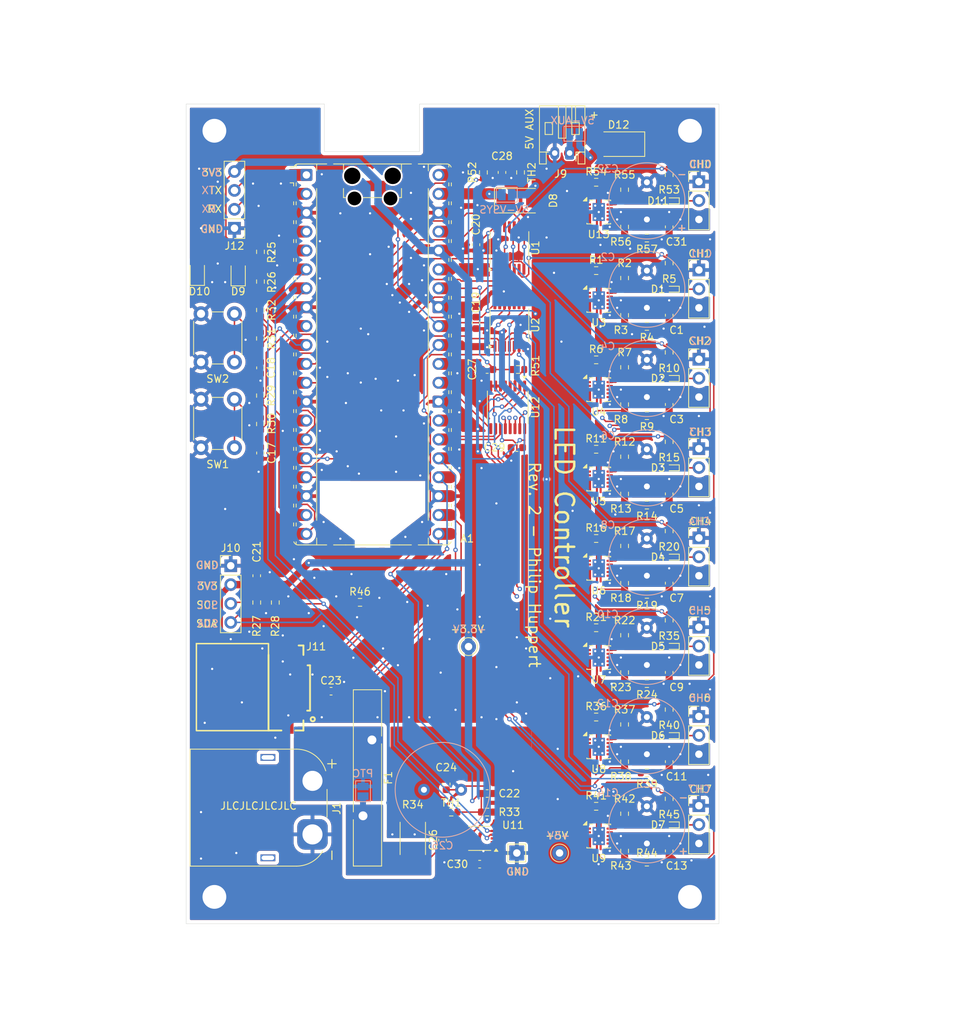
<source format=kicad_pcb>
(kicad_pcb (version 20241229) (generator "pcbnew") (generator_version "9.0")
  (layers (0 "F.Cu" signal) (4 "In1.Cu" signal) (6 "In2.Cu" signal) (2 "B.Cu" signal) (13 "F.Paste" user) (15 "B.Paste" user) (5 "F.SilkS" user "F.Silkscreen") (7 "B.SilkS" user "B.Silkscreen") (1 "F.Mask" user) (3 "B.Mask" user) (25 "Edge.Cuts" user))
  (net 0 "")
  (net 2 "/FB_M")
  (net 3 "/LED_0")
  (net 4 "GND")
  (net 5 "/LED_1")
  (net 6 "/CTRL_6")
  (net 7 "/NTC_0")
  (net 8 "/FB_S2")
  (net 9 "/BTN_0")
  (net 10 "/UART0_RX")
  (net 11 "/NTC_1")
  (net 12 "/SD_CLK")
  (net 13 "/SDA")
  (net 14 "/CTRL_0")
  (net 17 "/CTRL_3")
  (net 18 "+5V")
  (net 19 "/UART0_TX")
  (net 21 "+3.3V")
  (net 22 "/CTRL_7")
  (net 23 "/FB_S0")
  (net 25 "/CTRL_2")
  (net 26 "/FB_S1")
  (net 27 "/CTRL_1")
  (net 28 "/SCL")
  (net 29 "/CTRL_5")
  (net 30 "/CTRL_4")
  (net 31 "/BTN_1")
  (net 33 "/SD_DO")
  (net 34 "/SD_DI")
  (net 37 "/SD_CS")
  (net 41 "Net-(D9-A)")
  (net 42 "Net-(D10-A)")
  (net 43 "Net-(R30-Pad2)")
  (net 44 "Net-(R31-Pad2)")
  (net 45 "/FB_1")
  (net 46 "/FB_2")
  (net 47 "/FB_3")
  (net 48 "/FB_4")
  (net 49 "/FB_5")
  (net 50 "/FB_6")
  (net 51 "/FB_7")
  (net 52 "Net-(U12-A)")
  (net 53 "/PWR_IN")
  (net 54 "/PWR_PRE_SHUNT")
  (net 55 "/Channel/LED_SUPPLY")
  (net 56 "Net-(D11-K)")
  (net 57 "/Channel/DIN")
  (net 58 "Net-(U13-EN{slash}UVLO)")
  (net 59 "Net-(U13-ILIM)")
  (net 62 "/Channel1/LED_SUPPLY")
  (net 63 "/Channel2/LED_SUPPLY")
  (net 64 "/Channel3/LED_SUPPLY")
  (net 65 "/Channel4/LED_SUPPLY")
  (net 66 "/Channel5/LED_SUPPLY")
  (net 67 "/Channel6/LED_SUPPLY")
  (net 68 "/Channel7/LED_SUPPLY")
  (net 69 "Net-(D1-K)")
  (net 70 "Net-(D2-K)")
  (net 71 "Net-(D3-K)")
  (net 72 "Net-(D4-K)")
  (net 73 "Net-(D5-K)")
  (net 74 "Net-(D6-K)")
  (net 75 "Net-(D7-K)")
  (net 76 "Net-(U3-EN{slash}UVLO)")
  (net 77 "Net-(U3-ILIM)")
  (net 78 "/Channel1/DIN")
  (net 79 "Net-(U4-EN{slash}UVLO)")
  (net 80 "Net-(U4-ILIM)")
  (net 81 "/Channel2/DIN")
  (net 82 "Net-(U5-EN{slash}UVLO)")
  (net 83 "Net-(U5-ILIM)")
  (net 84 "/Channel3/DIN")
  (net 85 "Net-(U6-EN{slash}UVLO)")
  (net 86 "Net-(U6-ILIM)")
  (net 87 "/Channel4/DIN")
  (net 88 "Net-(U7-EN{slash}UVLO)")
  (net 89 "Net-(U7-ILIM)")
  (net 90 "/Channel5/DIN")
  (net 91 "Net-(U8-EN{slash}UVLO)")
  (net 92 "Net-(U8-ILIM)")
  (net 93 "/Channel6/DIN")
  (net 94 "Net-(U9-EN{slash}UVLO)")
  (net 95 "Net-(U9-ILIM)")
  (net 96 "/Channel7/DIN")
  (net 97 "/FB_0")
  (net 114 "Net-(A1-VSYS)")
  (net 115 "Net-(D12-K)")
  (footprint "Resistor_SMD:R_0603_1608Metric" (layer "F.Cu") (at 45 56.5 -90)
    (property "Reference" "R32" (at 0 -1.5 90) (layer "F.SilkS"))
    (property "Value" "10K")
    (pad "1" smd roundrect (at -0.825 0 270) (size 0.8 0.95) (layers "F.Cu" "F.Mask" "F.Paste") (net 21 "+3.3V"))
    (pad "2" smd roundrect (at 0.825 0 270) (size 0.8 0.95) (layers "F.Cu" "F.Mask" "F.Paste") (net 31 "/BTN_1"))
  )
  (footprint "Diode_SMD:D_SOD-923" (layer "F.Cu") (at 100.5 65.7 180)
    (property "Reference" "D2" (at 2 0 0) (layer "F.SilkS"))
    (property "Value" "ESD9L5.0ST5G")
    (pad "1" smd roundrect (at -0.42 0) (size 0.36 0.25) (layers "F.Cu" "F.Mask" "F.Paste") (net 70 "Net-(D2-K)"))
    (pad "2" smd roundrect (at 0.42 0) (size 0.36 0.25) (layers "F.Cu" "F.Mask" "F.Paste") (net 4 "GND"))
  )
  (footprint "Resistor_SMD:R_0603_1608Metric" (layer "F.Cu") (at 45 68 -90)
    (property "Reference" "R29" (at 0 -1.43 90) (layer "F.SilkS"))
    (property "Value" "10K")
    (pad "1" smd roundrect (at -0.825 0 270) (size 0.8 0.95) (layers "F.Cu" "F.Mask" "F.Paste") (net 21 "+3.3V"))
    (pad "2" smd roundrect (at 0.825 0 270) (size 0.8 0.95) (layers "F.Cu" "F.Mask" "F.Paste") (net 9 "/BTN_0"))
  )
  (footprint "Resistor_SMD:R_0603_1608Metric" (layer "F.Cu") (at 90.175 63.2)
    (property "Reference" "R6" (at 0 -1.43 0) (layer "F.SilkS"))
    (property "Value" "1K")
    (pad "1" smd roundrect (at -0.825 0) (size 0.8 0.95) (layers "F.Cu" "F.Mask" "F.Paste") (net 18 "+5V"))
    (pad "2" smd roundrect (at 0.825 0) (size 0.8 0.95) (layers "F.Cu" "F.Mask" "F.Paste") (net 79 "Net-(U4-EN{slash}UVLO)"))
  )
  (footprint "Package_SO:TSSOP-14_4.4x5mm_P0.65mm" (layer "F.Cu") (at 78.5 48.15737 90)
    (property "Reference" "U1" (at 0 3.5 90) (layer "F.SilkS"))
    (property "Value" "74AHCT125")
    (pad "1" smd roundrect (at -2.8625 -1.95 90) (size 1.475 0.4) (layers "F.Cu" "F.Mask" "F.Paste") (net 4 "GND"))
    (pad "2" smd roundrect (at -2.8625 -1.3 90) (size 1.475 0.4) (layers "F.Cu" "F.Mask" "F.Paste") (net 14 "/CTRL_0"))
    (pad "3" smd roundrect (at -2.8625 -0.65 90) (size 1.475 0.4) (layers "F.Cu" "F.Mask" "F.Paste") (net 57 "/Channel/DIN"))
    (pad "4" smd roundrect (at -2.8625 0 90) (size 1.475 0.4) (layers "F.Cu" "F.Mask" "F.Paste") (net 4 "GND"))
    (pad "5" smd roundrect (at -2.8625 0.65 90) (size 1.475 0.4) (layers "F.Cu" "F.Mask" "F.Paste") (net 27 "/CTRL_1"))
    (pad "6" smd roundrect (at -2.8625 1.3 90) (size 1.475 0.4) (layers "F.Cu" "F.Mask" "F.Paste") (net 78 "/Channel1/DIN"))
    (pad "7" smd roundrect (at -2.8625 1.95 90) (size 1.475 0.4) (layers "F.Cu" "F.Mask" "F.Paste") (net 4 "GND"))
    (pad "8" smd roundrect (at 2.8625 1.95 90) (size 1.475 0.4) (layers "F.Cu" "F.Mask" "F.Paste") (net 81 "/Channel2/DIN"))
    (pad "9" smd roundrect (at 2.8625 1.3 90) (size 1.475 0.4) (layers "F.Cu" "F.Mask" "F.Paste") (net 25 "/CTRL_2"))
    (pad "10" smd roundrect (at 2.8625 0.65 90) (size 1.475 0.4) (layers "F.Cu" "F.Mask" "F.Paste") (net 4 "GND"))
    (pad "11" smd roundrect (at 2.8625 0 90) (size 1.475 0.4) (layers "F.Cu" "F.Mask" "F.Paste") (net 84 "/Channel3/DIN"))
    (pad "12" smd roundrect (at 2.8625 -0.65 90) (size 1.475 0.4) (layers "F.Cu" "F.Mask" "F.Paste") (net 17 "/CTRL_3"))
    (pad "13" smd roundrect (at 2.8625 -1.3 90) (size 1.475 0.4) (layers "F.Cu" "F.Mask" "F.Paste") (net 4 "GND"))
    (pad "14" smd roundrect (at 2.8625 -1.95 90) (size 1.475 0.4) (layers "F.Cu" "F.Mask" "F.Paste") (net 18 "+5V"))
  )
  (footprint "Resistor_SMD:R_0603_1608Metric" (layer "F.Cu") (at 97 130.72)
    (property "Reference" "R44" (at 0 -1.22 180) (layer "F.SilkS"))
    (property "Value" "47K")
    (pad "1" smd roundrect (at -0.825 0) (size 0.8 0.95) (layers "F.Cu" "F.Mask" "F.Paste") (net 51 "/FB_7"))
    (pad "2" smd roundrect (at 0.825 0) (size 0.8 0.95) (layers "F.Cu" "F.Mask" "F.Paste") (net 4 "GND"))
  )
  (footprint "Diode_SMD:D_SOD-923" (layer "F.Cu") (at 100.5 77.72 180)
    (property "Reference" "D3" (at 2 0 0) (layer "F.SilkS"))
    (property "Value" "ESD9L5.0ST5G")
    (pad "1" smd roundrect (at -0.42 0) (size 0.36 0.25) (layers "F.Cu" "F.Mask" "F.Paste") (net 71 "Net-(D3-K)"))
    (pad "2" smd roundrect (at 0.42 0) (size 0.36 0.25) (layers "F.Cu" "F.Mask" "F.Paste") (net 4 "GND"))
  )
  (footprint "Capacitor_SMD:C_0603_1608Metric" (layer "F.Cu") (at 74 58.225 -90)
    (property "Reference" "C19" (at -2.725 0 90) (layer "F.SilkS"))
    (property "Value" "0.1uF")
    (pad "1" smd roundrect (at -0.775 0 270) (size 0.9 0.95) (layers "F.Cu" "F.Mask" "F.Paste") (net 18 "+5V"))
    (pad "2" smd roundrect (at 0.775 0 270) (size 0.9 0.95) (layers "F.Cu" "F.Mask" "F.Paste") (net 4 "GND"))
  )
  (footprint "Resistor_SMD:R_0603_1608Metric" (layer "F.Cu") (at 97 118.72)
    (property "Reference" "R39" (at 0 1.5 0) (layer "F.SilkS"))
    (property "Value" "47K")
    (pad "1" smd roundrect (at -0.825 0) (size 0.8 0.95) (layers "F.Cu" "F.Mask" "F.Paste") (net 50 "/FB_6"))
    (pad "2" smd roundrect (at 0.825 0) (size 0.8 0.95) (layers "F.Cu" "F.Mask" "F.Paste") (net 4 "GND"))
  )
  (footprint "Capacitor_SMD:C_0603_1608Metric" (layer "F.Cu") (at 100 45.325 -90)
    (property "Reference" "C31" (at 2 -1 180) (layer "F.SilkS"))
    (property "Value" "0.1uF")
    (pad "1" smd roundrect (at -0.775 0 270) (size 0.9 0.95) (layers "F.Cu" "F.Mask" "F.Paste") (net 55 "/Channel/LED_SUPPLY"))
    (pad "2" smd roundrect (at 0.775 0 270) (size 0.9 0.95) (layers "F.Cu" "F.Mask" "F.Paste") (net 4 "GND"))
  )
  (footprint "LED_SMD:LED_0805_2012Metric" (layer "F.Cu") (at 36.5 51.5 90)
    (property "Reference" "D10" (at -2.5 0.3 180) (layer "F.SilkS"))
    (property "Value" "LED")
    (pad "1" smd roundrect (at -0.9375 0 90) (size 0.975 1.4) (layers "F.Cu" "F.Mask" "F.Paste") (net 4 "GND"))
    (pad "2" smd roundrect (at 0.9375 0 90) (size 0.975 1.4) (layers "F.Cu" "F.Mask" "F.Paste") (net 42 "Net-(D10-A)"))
  )
  (footprint "Resistor_SMD:R_0603_1608Metric" (layer "F.Cu") (at 97 94.72)
    (property "Reference" "R19" (at 0 1.5 0) (layer "F.SilkS"))
    (property "Value" "47K")
    (pad "1" smd roundrect (at -0.825 0) (size 0.8 0.95) (layers "F.Cu" "F.Mask" "F.Paste") (net 48 "/FB_4"))
    (pad "2" smd roundrect (at 0.825 0) (size 0.8 0.95) (layers "F.Cu" "F.Mask" "F.Paste") (net 4 "GND"))
  )
  (footprint "Resistor_SMD:R_0603_1608Metric" (layer "F.Cu") (at 94 112.22 90)
    (property "Reference" "R37" (at 2 0 180) (layer "F.SilkS"))
    (property "Value" "100K")
    (pad "1" smd roundrect (at -0.825 0 90) (size 0.8 0.95) (layers "F.Cu" "F.Mask" "F.Paste") (net 92 "Net-(U8-ILIM)"))
    (pad "2" smd roundrect (at 0.825 0 90) (size 0.8 0.95) (layers "F.Cu" "F.Mask" "F.Paste") (net 4 "GND"))
  )
  (footprint "Capacitor_SMD:C_0603_1608Metric" (layer "F.Cu") (at 100 93.22 -90)
    (property "Reference" "C7" (at 2 -1 180) (layer "F.SilkS"))
    (property "Value" "0.1uF")
    (pad "1" smd roundrect (at -0.775 0 270) (size 0.9 0.95) (layers "F.Cu" "F.Mask" "F.Paste") (net 65 "/Channel4/LED_SUPPLY"))
    (pad "2" smd roundrect (at 0.775 0 270) (size 0.9 0.95) (layers "F.Cu" "F.Mask" "F.Paste") (net 4 "GND"))
  )
  (footprint "Resistor_SMD:R_0603_1608Metric" (layer "F.Cu") (at 100 62.2 -90)
    (property "Reference" "R10" (at 2.125 0 0) (layer "F.SilkS"))
    (property "Value" "330")
    (pad "1" smd roundrect (at -0.825 0 270) (size 0.8 0.95) (layers "F.Cu" "F.Mask" "F.Paste") (net 81 "/Channel2/DIN"))
    (pad "2" smd roundrect (at 0.825 0 270) (size 0.8 0.95) (layers "F.Cu" "F.Mask" "F.Paste") (net 70 "Net-(D2-K)"))
  )
  (footprint "Fuse:Fuse_Bourns_MF-RHT1300" (layer "F.Cu") (at 60 114.3 -90)
    (property "Reference" "F1" (at 5.1 -2.2 90) (layer "F.SilkS"))
    (property "Value" "TRA1600")
    (pad "1" thru_hole circle (at 0 0 270) (size 2.2 2.2) (drill 1.2) (layers "*.Cu" "*.Mask") (net 53 "/PWR_IN"))
    (pad "2" thru_hole circle (at 10.2 1.2 270) (size 2.2 2.2) (drill 1.2) (layers "*.Cu" "*.Mask") (net 54 "/PWR_PRE_SHUNT"))
  )
  (footprint "Resistor_SMD:R_0603_1608Metric" (layer "F.Cu") (at 45 52.675 90)
    (property "Reference" "R26" (at -0.075 1.5 90) (layer "F.SilkS"))
    (property "Value" "1K")
    (pad "1" smd roundrect (at -0.825 0 90) (size 0.8 0.95) (layers "F.Cu" "F.Mask" "F.Paste") (net 5 "/LED_1"))
    (pad "2" smd roundrect (at 0.825 0 90) (size 0.8 0.95) (layers "F.Cu" "F.Mask" "F.Paste") (net 42 "Net-(D10-A)"))
  )
  (footprint "Diode_SMD:D_SOD-923" (layer "F.Cu") (at 100.5 89.72 180)
    (property "Reference" "D4" (at 2 0 0) (layer "F.SilkS"))
    (property "Value" "ESD9L5.0ST5G")
    (pad "1" smd roundrect (at -0.42 0) (size 0.36 0.25) (layers "F.Cu" "F.Mask" "F.Paste") (net 72 "Net-(D4-K)"))
    (pad "2" smd roundrect (at 0.42 0) (size 0.36 0.25) (layers "F.Cu" "F.Mask" "F.Paste") (net 4 "GND"))
  )
  (footprint "Resistor_SMD:R_0603_1608Metric" (layer "F.Cu") (at 94 57.2 -90)
    (property "Reference" "R3" (at 2 0.5 180) (layer "F.SilkS"))
    (property "Value" "33K")
    (pad "1" smd roundrect (at -0.825 0 270) (size 0.8 0.95) (layers "F.Cu" "F.Mask" "F.Paste") (net 62 "/Channel1/LED_SUPPLY"))
    (pad "2" smd roundrect (at 0.825 0 270) (size 0.8 0.95) (layers "F.Cu" "F.Mask" "F.Paste") (net 45 "/FB_1"))
  )
  (footprint "Package_SON:VSON-10-1EP_3x3mm_P0.5mm_EP1.65x2.4mm_ThermalVias" (layer "F.Cu") (at 90.525 115.22)
    (property "Reference" "U8" (at 0 3 0) (layer "F.SilkS"))
    (property "Value" "TPS259251")
    (pad "1" smd roundrect (at -1.475 -1) (size 0.85 0.28) (layers "F.Cu" "F.Mask" "F.Paste"))
    (pad "2" smd roundrect (at -1.475 -0.5) (size 0.85 0.28) (layers "F.Cu" "F.Mask" "F.Paste") (net 91 "Net-(U8-EN{slash}UVLO)"))
    (pad "3" smd roundrect (at -1.475 0) (size 0.85 0.28) (layers "F.Cu" "F.Mask" "F.Paste") (net 18 "+5V"))
    (pad "4" smd roundrect (at -1.475 0.5) (size 0.85 0.28) (layers "F.Cu" "F.Mask" "F.Paste") (net 18 "+5V"))
    (pad "5" smd roundrect (at -1.475 1) (size 0.85 0.28) (layers "F.Cu" "F.Mask" "F.Paste") (net 18 "+5V"))
    (pad "6" smd roundrect (at 1.475 1) (size 0.85 0.28) (layers "F.Cu" "F.Mask" "F.Paste") (net 67 "/Channel6/LED_SUPPLY"))
    (pad "7" smd roundrect (at 1.475 0.5) (size 0.85 0.28) (layers "F.Cu" "F.Mask" "F.Paste") (net 67 "/Channel6/LED_SUPPLY"))
    (pad "8" smd roundrect (at 1.475 0) (size 0.85 0.28) (layers "F.Cu" "F.Mask" "F.Paste") (net 67 "/Channel6/LED_SUPPLY"))
    (pad "9" smd roundrect (at 1.475 -0.5) (size 0.85 0.28) (layers "F.Cu" "F.Mask" "F.Paste"))
    (pad "10" smd roundrect (at 1.475 -1) (size 0.85 0.28) (layers "F.Cu" "F.Mask" "F.Paste") (net 92 "Net-(U8-ILIM)"))
    (pad "11" thru_hole circle (at -0.48 -0.86) (size 0.6 0.6) (drill 0.3) (layers "*.Cu") (net 4 "GND"))
    (pad "11" thru_hole circle (at -0.48 0.86) (size 0.6 0.6) (drill 0.3) (layers "*.Cu") (net 4 "GND"))
    (pad "11" smd rect (at -0.25 -1.55) (size 0.28 0.7) (layers "F.Cu" "F.Mask" "F.Paste") (net 4 "GND"))
    (pad "11" smd rect (at -0.25 1.55) (size 0.28 0.7) (layers "F.Cu" "F.Mask" "F.Paste") (net 4 "GND"))
    (pad "11" thru_hole circle (at 0 0) (size 0.6 0.6) (drill 0.3) (layers "*.Cu") (net 4 "GND"))
    (pad "11" smd rect (at 0 0) (size 1.65 2.4) (layers "F.Cu" "F.Mask") (net 4 "GND"))
    (pad "11" smd rect (at 0 0) (size 1.65 2.4) (layers "B.Cu") (net 4 "GND"))
    (pad "11" smd rect (at 0.25 -1.55) (size 0.28 0.7) (layers "F.Cu" "F.Mask" "F.Paste") (net 4 "GND"))
    (pad "11" smd rect (at 0.25 1.55) (size 0.28 0.7) (layers "F.Cu" "F.Mask" "F.Paste") (net 4 "GND"))
    (pad "11" thru_hole circle (at 0.48 -0.86) (size 0.6 0.6) (drill 0.3) (layers "*.Cu") (net 4 "GND"))
    (pad "11" thru_hole circle (at 0.48 0.86) (size 0.6 0.6) (drill 0.3) (layers "*.Cu") (net 4 "GND"))
  )
  (footprint "Resistor_SMD:R_0603_1608Metric" (layer "F.Cu") (at 90.175 39.325)
    (property "Reference" "R54" (at 0 -1.43 0) (layer "F.SilkS"))
    (property "Value" "1K")
    (pad "1" smd roundrect (at -0.825 0) (size 0.8 0.95) (layers "F.Cu" "F.Mask" "F.Paste") (net 18 "+5V"))
    (pad "2" smd roundrect (at 0.825 0) (size 0.8 0.95) (layers "F.Cu" "F.Mask" "F.Paste") (net 58 "Net-(U13-EN{slash}UVLO)"))
  )
  (footprint "Resistor_SMD:R_0603_1608Metric" (layer "F.Cu") (at 90.175 75.22)
    (property "Reference" "R11" (at 0 -1.43 0) (layer "F.SilkS"))
    (property "Value" "1K")
    (pad "1" smd roundrect (at -0.825 0) (size 0.8 0.95) (layers "F.Cu" "F.Mask" "F.Paste") (net 18 "+5V"))
    (pad "2" smd roundrect (at 0.825 0) (size 0.8 0.95) (layers "F.Cu" "F.Mask" "F.Paste") (net 82 "Net-(U5-EN{slash}UVLO)"))
  )
  (footprint "Module:RaspberryPi_Pico_Common_Unspecified" (layer "F.Cu") (at 60.075 62.47)
    (property "Reference" "A1" (at 11.7475 24.765 0) (layer "F.SilkS") (effects (justify left)))
    (property "Value" "RaspberryPi_Pico")
    (pad "" np_thru_hole circle (at -2.725 -24) (size 2.2 2.2) (drill 2.2) (layers "*.Mask"))
    (pad "" np_thru_hole circle (at -2.425 -20.97) (size 1.85 1.85) (drill 1.85) (layers "*.Mask"))
    (pad "" np_thru_hole circle (at 2.425 -20.97) (size 1.85 1.85) (drill 1.85) (layers "*.Mask"))
    (pad "" np_thru_hole circle (at 2.725 -24) (size 2.2 2.2) (drill 2.2) (layers "*.Mask"))
    (pad "1" smd custom (at -9.69 -24.13) (size 1.6 0.8) (layers "F.Cu" "F.Mask") (net 19 "/UART0_TX") (options (clearance outline) (anchor rect)) (primitives (gr_circle (center 0.8 0) (end 1.6 0) (width 0) (fill yes)) (gr_poly (pts (xy -1.6 -0.6) (xy -1.6 0.6) (xy -1.4 0.8) (xy 0.8 0.8) (xy 0.8 -0.8) (xy -1.4 -0.8)) (width 0) (fill yes)) (gr_circle (center -1.4 -0.6) (end -1.2 -0.6) (width 0) (fill yes)) (gr_circle (center -1.4 0.6) (end -1.2 0.6) (width 0) (fill yes))))
    (pad "1" thru_hole roundrect (at -8.89 -24.13) (size 1.6 1.6) (drill 1) (layers "*.Cu" "*.Mask") (roundrect_rratio 0.125) (net 19 "/UART0_TX"))
    (pad "2" smd roundrect (at -9.69 -21.59) (size 3.2 1.6) (layers "F.Cu" "F.Mask") (roundrect_rratio 0.5) (net 10 "/UART0_RX"))
    (pad "2" thru_hole circle (at -8.89 -21.59) (size 1.6 1.6) (drill 1) (layers "*.Cu" "*.Mask") (net 10 "/UART0_RX"))
    (pad "3" smd custom (at -9.69 -19.05) (size 1.6 0.8) (layers "F.Cu" "F.Mask") (net 4 "GND") (options (clearance outline) (anchor rect)) (primitives (gr_circle (center -0.8 0) (end 0 0) (width 0) (fill yes)) (gr_poly (pts (xy 1.6 -0.6) (xy 1.6 0.6) (xy 1.4 0.8) (xy -0.8 0.8) (xy -0.8 -0.8) (xy 1.4 -0.8)) (width 0) (fill yes)) (gr_circle (center 1.4 -0.6) (end 1.6 -0.6) (width 0) (fill yes)) (gr_circle (center 1.4 0.6) (end 1.6 0.6) (width 0) (fill yes))))
    (pad "3" thru_hole custom (at -8.89 -19.05) (size 1.6 1.6) (drill 1) (layers "*.Cu" "*.Mask") (net 4 "GND") (options (clearance outline) (anchor circle)) (primitives (gr_poly (pts (xy 0.8 0.6) (xy 0.8 -0.6) (xy 0.6 -0.8) (xy 0 -0.8) (xy 0 0.8) (xy 0.6 0.8)) (width 0) (fill yes)) (gr_circle (center 0.6 0.6) (end 0.8 0.6) (width 0) (fill yes)) (gr_circle (center 0.6 -0.6) (end 0.8 -0.6) (width 0) (fill yes))))
    (pad "4" smd roundrect (at -9.69 -16.51) (size 3.2 1.6) (layers "F.Cu" "F.Mask") (roundrect_rratio 0.5) (net 3 "/LED_0"))
    (pad "4" thru_hole circle (at -8.89 -16.51) (size 1.6 1.6) (drill 1) (layers "*.Cu" "*.Mask") (net 3 "/LED_0"))
    (pad "5" smd roundrect (at -9.69 -13.97) (size 3.2 1.6) (layers "F.Cu" "F.Mask") (roundrect_rratio 0.5) (net 5 "/LED_1"))
    (pad "5" thru_hole circle (at -8.89 -13.97) (size 1.6 1.6) (drill 1) (layers "*.Cu" "*.Mask") (net 5 "/LED_1"))
    (pad "6" smd roundrect (at -9.69 -11.43) (size 3.2 1.6) (layers "F.Cu" "F.Mask") (roundrect_rratio 0.5) (net 13 "/SDA"))
    (pad "6" thru_hole circle (at -8.89 -11.43) (size 1.6 1.6) (drill 1) (layers "*.Cu" "*.Mask") (net 13 "/SDA"))
    (pad "7" smd roundrect (at -9.69 -8.89) (size 3.2 1.6) (layers "F.Cu" "F.Mask") (roundrect_rratio 0.5) (net 28 "/SCL"))
    (pad "7" thru_hole circle (at -8.89 -8.89) (size 1.6 1.6) (drill 1) (layers "*.Cu" "*.Mask") (net 28 "/SCL"))
    (pad "8" smd custom (at -9.69 -6.35) (size 1.6 0.8) (layers "F.Cu" "F.Mask") (net 4 "GND") (options (clearance outline) (anchor rect)) (primitives (gr_circle (center -0.8 0) (end 0 0) (width 0) (fill yes)) (gr_poly (pts (xy 1.6 -0.6) (xy 1.6 0.6) (xy 1.4 0.8) (xy -0.8 0.8) (xy -0.8 -0.8) (xy 1.4 -0.8)) (width 0) (fill yes)) (gr_circle (center 1.4 -0.6) (end 1.6 -0.6) (width 0) (fill yes)) (gr_circle (center 1.4 0.6) (end 1.6 0.6) (width 0) (fill yes))))
    (pad "8" thru_hole custom (at -8.89 -6.35) (size 1.6 1.6) (drill 1) (layers "*.Cu" "*.Mask") (net 4 "GND") (options (clearance outline) (anchor circle)) (primitives (gr_poly (pts (xy 0.8 0.6) (xy 0.8 -0.6) (xy 0.6 -0.8) (xy 0 -0.8) (xy 0 0.8) (xy 0.6 0.8)) (width 0) (fill yes)) (gr_circle (center 0.6 0.6) (end 0.8 0.6) (width 0) (fill yes)) (gr_circle (center 0.6 -0.6) (end 0.8 -0.6) (width 0) (fill yes))))
    (pad "9" smd roundrect (at -9.69 -3.81) (size 3.2 1.6) (layers "F.Cu" "F.Mask") (roundrect_rratio 0.5) (net 9 "/BTN_0"))
    (pad "9" thru_hole circle (at -8.89 -3.81) (size 1.6 1.6) (drill 1) (layers "*.Cu" "*.Mask") (net 9 "/BTN_0"))
    (pad "10" smd roundrect (at -9.69 -1.27) (size 3.2 1.6) (layers "F.Cu" "F.Mask") (roundrect_rratio 0.5) (net 31 "/BTN_1"))
    (pad "10" thru_hole circle (at -8.89 -1.27) (size 1.6 1.6) (drill 1) (layers "*.Cu" "*.Mask") (net 31 "/BTN_1"))
    (pad "11" smd roundrect (at -9.69 1.27) (size 3.2 1.6) (layers "F.Cu" "F.Mask") (roundrect_rratio 0.5) (net 14 "/CTRL_0"))
    (pad "11" thru_hole circle (at -8.89 1.27) (size 1.6 1.6) (drill 1) (layers "*.Cu" "*.Mask") (net 14 "/CTRL_0"))
    (pad "12" smd roundrect (at -9.69 3.81) (size 3.2 1.6) (layers "F.Cu" "F.Mask") (roundrect_rratio 0.5) (net 27 "/CTRL_1"))
    (pad "12" thru_hole circle (at -8.89 3.81) (size 1.6 1.6) (drill 1) (layers "*.Cu" "*.Mask") (net 27 "/CTRL_1"))
    (pad "13" smd custom (at -9.69 6.35) (size 1.6 0.8) (layers "F.Cu" "F.Mask") (net 4 "GND") (options (clearance outline) (anchor rect)) (primitives (gr_circle (center -0.8 0) (end 0 0) (width 0) (fill yes)) (gr_poly (pts (xy 1.6 -0.6) (xy 1.6 0.6) (xy 1.4 0.8) (xy -0.8 0.8) (xy -0.8 -0.8) (xy 1.4 -0.8)) (width 0) (fill yes)) (gr_circle (center 1.4 -0.6) (end 1.6 -0.6) (width 0) (fill yes)) (gr_circle (center 1.4 0.6) (end 1.6 0.6) (width 0) (fill yes))))
    (pad "13" thru_hole custom (at -8.89 6.35) (size 1.6 1.6) (drill 1) (layers "*.Cu" "*.Mask") (net 4 "GND") (options (clearance outline) (anchor circle)) (primitives (gr_poly (pts (xy 0.8 0.6) (xy 0.8 -0.6) (xy 0.6 -0.8) (xy 0 -0.8) (xy 0 0.8) (xy 0.6 0.8)) (width 0) (fill yes)) (gr_circle (center 0.6 0.6) (end 0.8 0.6) (width 0) (fill yes)) (gr_circle (center 0.6 -0.6) (end 0.8 -0.6) (width 0) (fill yes))))
    (pad "14" smd roundrect (at -9.69 8.89) (size 3.2 1.6) (layers "F.Cu" "F.Mask") (roundrect_rratio 0.5) (net 25 "/CTRL_2"))
    (pad "14" thru_hole circle (at -8.89 8.89) (size 1.6 1.6) (drill 1) (layers "*.Cu" "*.Mask") (net 25 "/CTRL_2"))
    (pad "15" smd roundrect (at -9.69 11.43) (size 3.2 1.6) (layers "F.Cu" "F.Mask") (roundrect_rratio 0.5) (net 17 "/CTRL_3"))
    (pad "15" thru_hole circle (at -8.89 11.43) (size 1.6 1.6) (drill 1) (layers "*.Cu" "*.Mask") (net 17 "/CTRL_3"))
    (pad "16" smd roundrect (at -9.69 13.97) (size 3.2 1.6) (layers "F.Cu" "F.Mask") (roundrect_rratio 0.5) (net 30 "/CTRL_4"))
    (pad "16" thru_hole circle (at -8.89 13.97) (size 1.6 1.6) (drill 1) (layers "*.Cu" "*.Mask") (net 30 "/CTRL_4"))
    (pad "17" smd roundrect (at -9.69 16.51) (size 3.2 1.6) (layers "F.Cu" "F.Mask") (roundrect_rratio 0.5) (net 29 "/CTRL_5"))
    (pad "17" thru_hole circle (at -8.89 16.51) (size 1.6 1.6) (drill 1) (layers "*.Cu" "*.Mask") (net 29 "/CTRL_5"))
    (pad "18" smd custom (at -9.69 19.05) (size 1.6 0.8) (layers "F.Cu" "F.Mask") (net 4 "GND") (options (clearance outline) (anchor rect)) (primitives (gr_circle (center -0.8 0) (end 0 0) (width 0) (fill yes)) (gr_poly (pts (xy 1.6 -0.6) (xy 1.6 0.6) (xy 1.4 0.8) (xy -0.8 0.8) (xy -0.8 -0.8) (xy 1.4 -0.8)) (width 0) (fill yes)) (gr_circle (center 1.4 -0.6) (end 1.6 -0.6) (width 0) (fill yes)) (gr_circle (center 1.4 0.6) (end 1.6 0.6) (width 0) (fill yes))))
    (pad "18" thru_hole custom (at -8.89 19.05) (size 1.6 1.6) (drill 1) (layers "*.Cu" "*.Mask") (net 4 "GND") (options (clearance outline) (anchor circle)) (primitives (gr_poly (pts (xy 0.8 0.6) (xy 0.8 -0.6) (xy 0.6 -0.8) (xy 0 -0.8) (xy 0 0.8) (xy 0.6 0.8)) (width 0) (fill yes)) (gr_circle (center 0.6 0.6) (end 0.8 0.6) (width 0) (fill yes)) (gr_circle (center 0.6 -0.6) (end 0.8 -0.6) (width 0) (fill yes))))
    (pad "19" smd roundrect (at -9.69 21.59) (size 3.2 1.6) (layers "F.Cu" "F.Mask") (roundrect_rratio 0.5) (net 6 "/CTRL_6"))
    (pad "19" thru_hole circle (at -8.89 21.59) (size 1.6 1.6) (drill 1) (layers "*.Cu" "*.Mask") (net 6 "/CTRL_6"))
    (pad "20" smd roundrect (at -9.69 24.13) (size 3.2 1.6) (layers "F.Cu" "F.Mask") (roundrect_rratio 0.5) (net 22 "/CTRL_7"))
    (pad "20" thru_hole circle (at -8.89 24.13) (size 1.6 1.6) (drill 1) (layers "*.Cu" "*.Mask") (net 22 "/CTRL_7"))
    (pad "21" thru_hole circle (at 8.89 24.13) (size 1.6 1.6) (drill 1) (layers "*.Cu" "*.Mask") (net 33 "/SD_DO"))
    (pad "21" smd roundrect (at 9.69 24.13) (size 3.2 1.6) (layers "F.Cu" "F.Mask") (roundrect_rratio 0.5) (net 33 "/SD_DO"))
    (pad "22" thru_hole circle (at 8.89 21.59) (size 1.6 1.6) (drill 1) (layers "*.Cu" "*.Mask") (net 37 "/SD_CS"))
    (pad "22" smd roundrect (at 9.69 21.59) (size 3.2 1.6) (layers "F.Cu" "F.Mask") (roundrect_rratio 0.5) (net 37 "/SD_CS"))
    (pad "23" thru_hole custom (at 8.89 19.05) (size 1.6 1.6) (drill 1) (layers "*.Cu" "*.Mask") (net 4 "GND") (options (clearance outline) (anchor circle)) (primitives (gr_poly (pts (xy -0.8 0.6) (xy -0.8 -0.6) (xy -0.6 -0.8) (xy 0 -0.8) (xy 0 0.8) (xy -0.6 0.8)) (width 0) (fill yes)) (gr_circle (center -0.6 0.6) (end -0.4 0.6) (width 0) (fill yes)) (gr_circle (center -0.6 -0.6) (end -0.4 -0.6) (width 0) (fill yes))))
    (pad "23" smd custom (at 9.69 19.05) (size 1.6 0.8) (layers "F.Cu" "F.Mask") (net 4 "GND") (options (clearance outline) (anchor rect)) (primitives (gr_circle (center 0.8 0) (end 1.6 0) (width 0) (fill yes)) (gr_poly (pts (xy -1.6 -0.6) (xy -1.6 0.6) (xy -1.4 0.8) (xy 0.8 0.8) (xy 0.8 -0.8) (xy -1.4 -0.8)) (width 0) (fill yes)) (gr_circle (center -1.4 -0.6) (end -1.2 -0.6) (width 0) (fill yes)) (gr_circle (center -1.4 0.6) (end -1.2 0.6) (width 0) (fill yes))))
    (pad "24" thru_hole circle (at 8.89 16.51) (size 1.6 1.6) (drill 1) (layers "*.Cu" "*.Mask") (net 12 "/SD_CLK"))
    (pad "24" smd roundrect (at 9.69 16.51) (size 3.2 1.6) (layers "F.Cu" "F.Mask") (roundrect_rratio 0.5) (net 12 "/SD_CLK"))
    (pad "25" thru_hole circle (at 8.89 13.97) (size 1.6 1.6) (drill 1) (layers "*.Cu" "*.Mask") (net 34 "/SD_DI"))
    (pad "25" smd roundrect (at 9.69 13.97) (size 3.2 1.6) (layers "F.Cu" "F.Mask") (roundrect_rratio 0.5) (net 34 "/SD_DI"))
    (pad "26" thru_hole circle (at 8.89 11.43) (size 1.6 1.6) (drill 1) (layers "*.Cu" "*.Mask") (net 23 "/FB_S0"))
    (pad "26" smd roundrect (at 9.69 11.43) (size 3.2 1.6) (layers "F.Cu" "F.Mask") (roundrect_rratio 0.5) (net 23 "/FB_S0"))
    (pad "27" thru_hole circle (at 8.89 8.89) (size 1.6 1.6) (drill 1) (layers "*.Cu" "*.Mask") (net 26 "/FB_S1"))
    (pad "27" smd roundrect (at 9.69 8.89) (size 3.2 1.6) (layers "F.Cu" "F.Mask") (roundrect_rratio 0.5) (net 26 "/FB_S1"))
    (pad "28" thru_hole custom (at 8.89 6.35) (size 1.6 1.6) (drill 1) (layers "*.Cu" "*.Mask") (net 4 "GND") (options (clearance outline) (anchor circle)) (primitives (gr_poly (pts (xy -0.8 0.6) (xy -0.8 -0.6) (xy -0.6 -0.8) (xy 0 -0.8) (xy 0 0.8) (xy -0.6 0.8)) (width 0) (fill yes)) (gr_circle (center -0.6 0.6) (end -0.4 0.6) (width 0) (fill yes)) (gr_circle (center -0.6 -0.6) (end -0.4 -0.6) (width 0) (fill yes))))
    (pad "28" smd custom (at 9.69 6.35) (size 1.6 0.8) (layers "F.Cu" "F.Mask") (net 4 "GND") (options (clearance outline) (anchor rect)) (primitives (gr_circle (center 0.8 0) (end 1.6 0) (width 0) (fill yes)) (gr_poly (pts (xy -1.6 -0.6) (xy -1.6 0.6) (xy -1.4 0.8) (xy 0.8 0.8) (xy 0.8 -0.8) (xy -1.4 -0.8)) (width 0) (fill yes)) (gr_circle (center -1.4 -0.6) (end -1.2 -0.6) (width 0) (fill yes)) (gr_circle (center -1.4 0.6) (end -1.2 0.6) (width 0) (fill yes))))
    (pad "29" thru_hole circle (at 8.89 3.81) (size 1.6 1.6) (drill 1) (layers "*.Cu" "*.Mask") (net 8 "/FB_S2"))
    (pad "29" smd roundrect (at 9.69 3.81) (size 3.2 1.6) (layers "F.Cu" "F.Mask") (roundrect_rratio 0.5) (net 8 "/FB_S2"))
    (pad "30" thru_hole circle (at 8.89 1.27) (size 1.6 1.6) (drill 1) (layers "*.Cu" "*.Mask"))
    (pad "30" smd roundrect (at 9.69 1.27) (size 3.2 1.6) (layers "F.Cu" "F.Mask") (roundrect_rratio 0.5))
    (pad "31" thru_hole circle (at 8.89 -1.27) (size 1.6 1.6) (drill 1) (layers "*.Cu" "*.Mask") (net 7 "/NTC_0"))
    (pad "31" smd roundrect (at 9.69 -1.27) (size 3.2 1.6) (layers "F.Cu" "F.Mask") (roundrect_rratio 0.5) (net 7 "/NTC_0"))
    (pad "32" thru_hole circle (at 8.89 -3.81) (size 1.6 1.6) (drill 1) (layers "*.Cu" "*.Mask") (net 11 "/NTC_1"))
    (pad "32" smd roundrect (at 9.69 -3.81) (size 3.2 1.6) (layers "F.Cu" "F.Mask") (roundrect_rratio 0.5) (net 11 "/NTC_1"))
    (pad "33" thru_hole custom (at 8.89 -6.35) (size 1.6 1.6) (drill 1) (layers "*.Cu" "*.Mask") (net 4 "GND") (options (clearance outline) (anchor circle)) (primitives (gr_poly (pts (xy -0.8 0.6) (xy -0.8 -0.6) (xy -0.6 -0.8) (xy 0 -0.8) (xy 0 0.8) (xy -0.6 0.8)) (width 0) (fill yes)) (gr_circle (center -0.6 0.6) (end -0.4 0.6) (width 0) (fill yes)) (gr_circle (center -0.6 -0.6) (end -0.4 -0.6) (width 0) (fill yes))))
    (pad "33" smd custom (at 9.69 -6.35) (size 1.6 0.8) (layers "F.Cu" "F.Mask") (net 4 "GND") (options (clearance outline) (anchor rect)) (primitives (gr_circle (center 0.8 0) (end 1.6 0) (width 0) (fill yes)) (gr_poly (pts (xy -1.6 -0.6) (xy -1.6 0.6) (xy -1.4 0.8) (xy 0.8 0.8) (xy 0.8 -0.8) (xy -1.4 -0.8)) (width 0) (fill yes)) (gr_circle (center -1.4 -0.6) (end -1.2 -0.6) (width 0) (fill yes)) (gr_circle (center -1.4 0.6) (end -1.2 0.6) (width 0) (fill yes))))
    (pad "34" thru_hole circle (at 8.89 -8.89) (size 1.6 1.6) (drill 1) (layers "*.Cu" "*.Mask") (net 2 "/FB_M"))
    (pad "34" smd roundrect (at 9.69 -8.89) (size 3.2 1.6) (layers "F.Cu" "F.Mask") (roundrect_rratio 0.5) (net 2 "/FB_M"))
    (pad "35" thru_hole circle (at 8.89 -11.43) (size 1.6 1.6) (drill 1) (layers "*.Cu" "*.Mask"))
    (pad "35" smd roundrect (at 9.69 -11.43) (size 3.2 1.6) (layers "F.Cu" "F.Mask") (roundrect_rratio 0.5))
    (pad "36" thru_hole circle (at 8.89 -13.97) (size 1.6 1.6) (drill 1) (layers "*.Cu" "*.Mask") (net 21 "+3.3V"))
    (pad "36" smd roundrect (at 9.69 -13.97) (size 3.2 1.6) (layers "F.Cu" "F.Mask") (roundrect_rratio 0.5) (net 21 "+3.3V"))
    (pad "37" thru_hole circle (at 8.89 -16.51) (size 1.6 1.6) (drill 1) (layers "*.Cu" "*.Mask"))
    (pad "37" smd roundrect (at 9.69 -16.51) (size 3.2 1.6) (layers "F.Cu" "F.Mask") (roundrect_rratio 0.5))
    (pad "38" thru_hole custom (at 8.89 -19.05) (size 1.6 1.6) (drill 1) (layers "*.Cu" "*.Mask") (net 4 "GND") (options (clearance outline) (anchor circle)) (primitives (gr_poly (pts (xy -0.8 0.6) (xy -0.8 -0.6) (xy -0.6 -0.8) (xy 0 -0.8) (xy 0 0.8) (xy -0.6 0.8)) (width 0) (fill yes)) (gr_circle (center -0.6 0.6) (end -0.4 0.6) (width 0) (fill yes)) (gr_circle (center -0.6 -0.6) (end -0.4 -0.6) (width 0) (fill yes))))
    (pad "38" smd custom (at 9.69 -19.05) (size 1.6 0.8) (layers "F.Cu" "F.Mask") (net 4 "GND") (options (clearance outline) (anchor rect)) (primitives (gr_circle (center 0.8 0) (end 1.6 0) (width 0) (fill yes)) (gr_poly (pts (xy -1.6 -0.6) (xy -1.6 0.6) (xy -1.4 0.8) (xy 0.8 0.8) (xy 0.8 -0.8) (xy -1.4 -0.8)) (width 0) (fill yes)) (gr_circle (center -1.4 -0.6) (end -1.2 -0.6) (width 0) (fill yes)) (gr_circle (center -1.4 0.6) (end -1.2 0.6) (width 0) (fill yes))))
    (pad "39" thru_hole circle (at 8.89 -21.59) (size 1.6 1.6) (drill 1) (layers "*.Cu" "*.Mask") (net 114 "Net-(A1-VSYS)"))
    (pad "39" smd roundrect (at 9.69 -21.59) (size 3.2 1.6) (layers "F.Cu" "F.Mask") (roundrect_rratio 0.5) (net 114 "Net-(A1-VSYS)"))
    (pad "40" thru_hole circle (at 8.89 -24.13) (size 1.6 1.6) (drill 1) (layers "*.Cu" "*.Mask"))
    (pad "40" smd roundrect (at 9.69 -24.13) (size 3.2 1.6) (layers "F.Cu" "F.Mask") (roundrect_rratio 0.5))
    (zone (net 0) (net_name "") (layers "F.Cu" "B.Cu" "F.Paste" "B.Paste") (name "Antenna Copper Keep Out") (connect_pads (clearance 0)) (min_thickness 0.254)
      (keepout (tracks not_allowed) (vias not_allowed) (pads not_allowed) (copperpour not_allowed) (footprints allowed))
      (fill (thermal_gap 0.508) (thermal_bridge_width 0.508))
      (polygon (pts (xy 57.675 87.459895) (xy 52.975 83.809895) (xy 52.975 79.47) (xy 67.175 79.47) (xy 67.175 83.809895) (xy 62.475 87.459895) (xy 62.475 88.47) (xy 57.675 88.47)))
    )
    (zone (net 0) (net_name "") (layers "F.Cu" "F.Paste") (name "Pad Keep Out D1-W") (connect_pads (clearance 0)) (min_thickness 0.25)
      (keepout (tracks not_allowed) (vias not_allowed) (pads not_allowed) (copperpour not_allowed) (footprints allowed))
      (fill (thermal_gap 0.5) (thermal_bridge_width 0.5))
      (polygon (pts (xy 59.703778 67.270398) (xy 59.759498 67.214678) (xy 59.8323 67.184522) (xy 59.8717 67.1826) (xy 60.6591 67.1826) (xy 60.6591 69.1574) (xy 59.8717 69.1574) (xy 59.8323 69.155478) (xy 59.759498 69.125322) (xy 59.703778 69.069602) (xy 59.673622 68.9968) (xy 59.6717 68.9574) (xy 59.6717 67.3826) (xy 59.673622 67.3432)))
    )
    (zone (net 0) (net_name "") (layers "F.Cu" "F.Paste") (name "Pad Keep Out D1-W") (connect_pads (clearance 0)) (min_thickness 0.25)
      (keepout (tracks not_allowed) (vias not_allowed) (pads not_allowed) (copperpour not_allowed) (footprints allowed))
      (fill (thermal_gap 0.5) (thermal_bridge_width 0.5))
      (polygon (pts (xy 61.4465 69.1574) (xy 60.6591 69.1574) (xy 60.6591 67.1826) (xy 61.4465 67.1826) (xy 61.4859 67.184522) (xy 61.558702 67.214677) (xy 61.614423 67.270398) (xy 61.644578 67.3432) (xy 61.6465 67.3826) (xy 61.6465 68.9574) (xy 61.644578 68.9968) (xy 61.614423 69.069602) (xy 61.558702 69.125323) (xy 61.4859 69.155478)))
    )
    (zone (net 0) (net_name "") (layers "F.Cu" "F.Paste") (name "Pad Keep Out TP6") (connect_pads (clearance 0)) (min_thickness 0.25)
      (keepout (tracks not_allowed) (vias not_allowed) (pads not_allowed) (copperpour not_allowed) (footprints allowed))
      (fill (thermal_gap 0.5) (thermal_bridge_width 0.5))
      (polygon (pts (xy 57.059455 52.417861) (xy 56.932833 52.383932) (xy 56.819306 52.318388) (xy 56.726612 52.225694) (xy 56.661068 52.112167) (xy 56.627139 51.985545) (xy 56.625 51.92) (xy 56.625 48.22) (xy 58.525 48.22) (xy 58.525 51.92) (xy 58.522861 51.985545) (xy 58.488932 52.112167) (xy 58.423388 52.225694) (xy 58.330694 52.318388) (xy 58.217167 52.383932) (xy 58.090545 52.417861) (xy 58.025 52.42) (xy 57.125 52.42)))
    )
    (zone (net 0) (net_name "") (layers "F.Cu" "F.Paste") (name "Pad Keep Out TP3") (connect_pads (clearance 0)) (min_thickness 0.25)
      (keepout (tracks not_allowed) (vias not_allowed) (pads not_allowed) (copperpour not_allowed) (footprints allowed))
      (fill (thermal_gap 0.5) (thermal_bridge_width 0.5))
      (polygon (pts (xy 58.127139 37.654455) (xy 58.161068 37.527833) (xy 58.226612 37.414306) (xy 58.319306 37.321612) (xy 58.432833 37.256068) (xy 58.559455 37.222139) (xy 58.625 37.22) (xy 59.075 37.22) (xy 59.075 39.12) (xy 58.625 39.12) (xy 58.559455 39.117861) (xy 58.432833 39.083932) (xy 58.319306 39.018388) (xy 58.226612 38.925694) (xy 58.161068 38.812167) (xy 58.127139 38.685545) (xy 58.125 38.62) (xy 58.125 37.72)))
    )
    (zone (net 0) (net_name "") (layers "F.Cu" "F.Paste") (name "Pad Keep Out TP4") (connect_pads (clearance 0)) (min_thickness 0.25)
      (keepout (tracks not_allowed) (vias not_allowed) (pads not_allowed) (copperpour not_allowed) (footprints allowed))
      (fill (thermal_gap 0.5) (thermal_bridge_width 0.5))
      (polygon (pts (xy 58.525 48.22) (xy 58.525 44.52) (xy 58.522861 44.454455) (xy 58.488933 44.327833) (xy 58.423388 44.214306) (xy 58.330694 44.121612) (xy 58.217167 44.056067) (xy 58.090545 44.022139) (xy 58.025 44.02) (xy 57.125 44.02) (xy 57.059455 44.022139) (xy 56.932833 44.056067) (xy 56.819306 44.121612) (xy 56.726612 44.214306) (xy 56.661067 44.327833) (xy 56.627139 44.454455) (xy 56.625 44.52) (xy 56.625 48.22)))
    )
    (zone (net 0) (net_name "") (layers "F.Cu" "F.Paste") (name "Pad Keep Out TP3") (connect_pads (clearance 0)) (min_thickness 0.25)
      (keepout (tracks not_allowed) (vias not_allowed) (pads not_allowed) (copperpour not_allowed) (footprints allowed))
      (fill (thermal_gap 0.5) (thermal_bridge_width 0.5))
      (polygon (pts (xy 59.075 39.12) (xy 59.525 39.12) (xy 59.590545 39.117861) (xy 59.717167 39.083933) (xy 59.830694 39.018388) (xy 59.923388 38.925694) (xy 59.988933 38.812167) (xy 60.022861 38.685545) (xy 60.025 38.62) (xy 60.025 37.72) (xy 60.022861 37.654455) (xy 59.988933 37.527833) (xy 59.923388 37.414306) (xy 59.830694 37.321612) (xy 59.717167 37.256067) (xy 59.590545 37.222139) (xy 59.525 37.22) (xy 59.075 37.22)))
    )
    (zone (net 0) (net_name "") (layers "F.Cu" "F.Paste") (name "Pad Keep Out TP1") (connect_pads (clearance 0)) (min_thickness 0.25)
      (keepout (tracks not_allowed) (vias not_allowed) (pads not_allowed) (copperpour not_allowed) (footprints allowed))
      (fill (thermal_gap 0.5) (thermal_bridge_width 0.5))
      (polygon (pts (xy 59.127139 40.954455) (xy 59.161068 40.827833) (xy 59.226612 40.714306) (xy 59.319306 40.621612) (xy 59.432833 40.556068) (xy 59.559455 40.522139) (xy 59.625 40.52) (xy 60.075 40.52) (xy 60.075 42.42) (xy 59.625 42.42) (xy 59.559455 42.417861) (xy 59.432833 42.383932) (xy 59.319306 42.318388) (xy 59.226612 42.225694) (xy 59.161068 42.112167) (xy 59.127139 41.985545) (xy 59.125 41.92) (xy 59.125 41.02)))
    )
    (zone (net 0) (net_name "") (layers "F.Cu" "F.Paste") (name "Pad Keep Out TP1") (connect_pads (clearance 0)) (min_thickness 0.25)
      (keepout (tracks not_allowed) (vias not_allowed) (pads not_allowed) (copperpour not_allowed) (footprints allowed))
      (fill (thermal_gap 0.5) (thermal_bridge_width 0.5))
      (polygon (pts (xy 60.075 42.42) (xy 60.525 42.42) (xy 60.590545 42.417861) (xy 60.717167 42.383933) (xy 60.830694 42.318388) (xy 60.923388 42.225694) (xy 60.988933 42.112167) (xy 61.022861 41.985545) (xy 61.025 41.92) (xy 61.025 41.02) (xy 61.022861 40.954455) (xy 60.988933 40.827833) (xy 60.923388 40.714306) (xy 60.830694 40.621612) (xy 60.717167 40.556067) (xy 60.590545 40.522139) (xy 60.525 40.52) (xy 60.075 40.52)))
    )
    (zone (net 0) (net_name "") (layers "F.Cu" "F.Paste") (name "Pad Keep Out TP2") (connect_pads (clearance 0)) (min_thickness 0.25)
      (keepout (tracks not_allowed) (vias not_allowed) (pads not_allowed) (copperpour not_allowed) (footprints allowed))
      (fill (thermal_gap 0.5) (thermal_bridge_width 0.5))
      (polygon (pts (xy 60.127139 37.669455) (xy 60.161068 37.542833) (xy 60.226612 37.429306) (xy 60.319306 37.336612) (xy 60.432833 37.271068) (xy 60.559455 37.237139) (xy 60.625 37.235) (xy 61.075 37.235) (xy 61.075 39.135) (xy 60.625 39.135) (xy 60.559455 39.132861) (xy 60.432833 39.098932) (xy 60.319306 39.033388) (xy 60.226612 38.940694) (xy 60.161068 38.827167) (xy 60.127139 38.700545) (xy 60.125 38.635) (xy 60.125 37.735)))
    )
    (zone (net 0) (net_name "") (layers "F.Cu" "F.Paste") (name "Pad Keep Out TP7") (connect_pads (clearance 0)) (min_thickness 0.25)
      (keepout (tracks not_allowed) (vias not_allowed) (pads not_allowed) (copperpour not_allowed) (footprints allowed))
      (fill (thermal_gap 0.5) (thermal_bridge_width 0.5))
      (polygon (pts (xy 60.127139 56.954455) (xy 60.161068 56.827833) (xy 60.226612 56.714306) (xy 60.319306 56.621612) (xy 60.432833 56.556068) (xy 60.559455 56.522139) (xy 60.625 56.52) (xy 61.075 56.52) (xy 61.075 58.42) (xy 60.625 58.42) (xy 60.559455 58.417861) (xy 60.432833 58.383932) (xy 60.319306 58.318388) (xy 60.226612 58.225694) (xy 60.161068 58.112167) (xy 60.127139 57.985545) (xy 60.125 57.92) (xy 60.125 57.02)))
    )
    (zone (net 0) (net_name "") (layers "F.Cu" "F.Paste") (name "Pad Keep Out TP2") (connect_pads (clearance 0)) (min_thickness 0.25)
      (keepout (tracks not_allowed) (vias not_allowed) (pads not_allowed) (copperpour not_allowed) (footprints allowed))
      (fill (thermal_gap 0.5) (thermal_bridge_width 0.5))
      (polygon (pts (xy 61.075 39.135) (xy 61.525 39.135) (xy 61.590545 39.132861) (xy 61.717167 39.098933) (xy 61.830694 39.033388) (xy 61.923388 38.940694) (xy 61.988933 38.827167) (xy 62.022861 38.700545) (xy 62.025 38.635) (xy 62.025 37.735) (xy 62.022861 37.669455) (xy 61.988933 37.542833) (xy 61.923388 37.429306) (xy 61.830694 37.336612) (xy 61.717167 37.271067) (xy 61.590545 37.237139) (xy 61.525 37.235) (xy 61.075 37.235)))
    )
    (zone (net 0) (net_name "") (layers "F.Cu" "F.Paste") (name "Pad Keep Out TP7") (connect_pads (clearance 0)) (min_thickness 0.25)
      (keepout (tracks not_allowed) (vias not_allowed) (pads not_allowed) (copperpour not_allowed) (footprints allowed))
      (fill (thermal_gap 0.5) (thermal_bridge_width 0.5))
      (polygon (pts (xy 61.075 58.42) (xy 61.525 58.42) (xy 61.590545 58.417861) (xy 61.717167 58.383933) (xy 61.830694 58.318388) (xy 61.923388 58.225694) (xy 61.988933 58.112167) (xy 62.022861 57.985545) (xy 62.025 57.92) (xy 62.025 57.02) (xy 62.022861 56.954455) (xy 61.988933 56.827833) (xy 61.923388 56.714306) (xy 61.830694 56.621612) (xy 61.717167 56.556067) (xy 61.590545 56.522139) (xy 61.525 56.52) (xy 61.075 56.52)))
    )
    (zone (net 0) (net_name "") (layers "F.Cu" "F.Paste") (name "Pad Keep Out D2") (connect_pads (clearance 0)) (min_thickness 0.25)
      (keepout (tracks not_allowed) (vias not_allowed) (pads not_allowed) (copperpour not_allowed) (footprints allowed))
      (fill (thermal_gap 0.5) (thermal_bridge_width 0.5))
      (polygon (pts (xy 59.475 85.37) (xy 60.075 85.37) (arc (start 60.075 88.97) (mid 59.367893 88.677107) (end 59.075 87.97)) (xy 59.075 85.77) (xy 59.077193 85.706994) (xy 59.116133 85.587148) (xy 59.190201 85.485201) (xy 59.292148 85.411133) (xy 59.411994 85.372193)))
    )
    (zone (net 0) (net_name "") (layers "F.Cu" "F.Paste") (name "Pad Keep Out D2") (connect_pads (clearance 0)) (min_thickness 0.25)
      (keepout (tracks not_allowed) (vias not_allowed) (pads not_allowed) (copperpour not_allowed) (footprints allowed))
      (fill (thermal_gap 0.5) (thermal_bridge_width 0.5))
      (polygon (pts (xy 60.675 85.37) (xy 60.737964 85.372462) (xy 60.857728 85.411376) (xy 60.959606 85.485394) (xy 61.033624 85.587272) (xy 61.072538 85.707036) (xy 61.075 85.77) (arc (start 61.075 87.97) (mid 60.782107 88.677107) (end 60.075 88.97)) (xy 60.075 85.37)))
    )
    (zone (net 0) (net_name "") (layers "F.Cu" "F.Paste") (name "Pad Keep Out D2-W") (connect_pads (clearance 0)) (min_thickness 0.254)
      (keepout (tracks not_allowed) (vias not_allowed) (pads not_allowed) (copperpour not_allowed) (footprints allowed))
      (fill (thermal_gap 0.508) (thermal_bridge_width 0.508))
      (polygon (pts (xy 64.191278 68.17) (xy 64.172382 67.977285) (xy 64.116414 67.79191) (xy 64.025506 67.620937) (xy 63.90312 67.470877) (xy 63.753919 67.347447) (xy 63.583584 67.255348) (xy 63.398605 67.198087) (xy 63.206027 67.177846) (xy 63.013184 67.195396) (xy 62.827424 67.250069) (xy 62.65582 67.339781) (xy 62.504909 67.461116) (xy 62.380441 67.609452) (xy 62.287154 67.77914) (xy 62.228603 67.963715) (xy 62.207019 68.156147) (xy 62.223222 68.349107) (xy 62.276596 68.535245) (xy 62.365108 68.707471) (xy 62.485387 68.859225) (xy 62.632851 68.984726) (xy 62.801882 69.079195) (xy 62.986044 69.139033) (xy 63.178321 69.16196) (xy 63.37139 69.147105) (xy 63.557896 69.095031) (xy 63.730736 69.007724) (xy 63.883325 68.888507) (xy 64.009853 68.741923) (xy 64.1055 68.573555) (xy 64.166622 68.389816) (xy 64.190891 68.197703)))
    )
    (zone (net 0) (net_name "") (layers "F.Cu" "F.Paste") (name "Pad Keep Out D3-W") (connect_pads (clearance 0)) (min_thickness 0.254)
      (keepout (tracks not_allowed) (vias not_allowed) (pads not_allowed) (copperpour not_allowed) (footprints allowed))
      (fill (thermal_gap 0.508) (thermal_bridge_width 0.508))
      (polygon (pts (xy 66.731278 68.17) (xy 66.712382 67.977285) (xy 66.656414 67.79191) (xy 66.565506 67.620937) (xy 66.44312 67.470877) (xy 66.293919 67.347447) (xy 66.123584 67.255348) (xy 65.938605 67.198087) (xy 65.746027 67.177846) (xy 65.553184 67.195396) (xy 65.367424 67.250069) (xy 65.19582 67.339781) (xy 65.044909 67.461116) (xy 64.920441 67.609452) (xy 64.827154 67.77914) (xy 64.768603 67.963715) (xy 64.747019 68.156147) (xy 64.763222 68.349107) (xy 64.816596 68.535245) (xy 64.905108 68.707471) (xy 65.025387 68.859225) (xy 65.172851 68.984726) (xy 65.341882 69.079195) (xy 65.526044 69.139033) (xy 65.718321 69.16196) (xy 65.91139 69.147105) (xy 66.097896 69.095031) (xy 66.270736 69.007724) (xy 66.423325 68.888507) (xy 66.549853 68.741923) (xy 66.6455 68.573555) (xy 66.706622 68.389816) (xy 66.730891 68.197703)))
    )
    (zone (net 0) (net_name "") (layers "F.Cu" "F.Paste") (name "Pad Keep Out D1") (connect_pads (clearance 0)) (min_thickness 0.25)
      (keepout (tracks not_allowed) (vias not_allowed) (pads not_allowed) (copperpour not_allowed) (footprints allowed))
      (fill (thermal_gap 0.5) (thermal_bridge_width 0.5))
      (polygon (pts (arc (start 56.535 87.97) (mid 56.827893 88.677107) (end 57.535 88.97)) (arc (start 57.535 85.37) (mid 56.827893 85.662893) (end 56.535 86.37))))
    )
    (zone (net 0) (net_name "") (layers "F.Cu" "F.Paste") (name "Pad Keep Out D1") (connect_pads (clearance 0)) (min_thickness 0.25)
      (keepout (tracks not_allowed) (vias not_allowed) (pads not_allowed) (copperpour not_allowed) (footprints allowed))
      (fill (thermal_gap 0.5) (thermal_bridge_width 0.5))
      (polygon (pts (arc (start 57.535 88.97) (mid 58.242107 88.677107) (end 58.535 87.97)) (arc (start 58.535 86.37) (mid 58.242107 85.662893) (end 57.535 85.37))))
    )
    (zone (net 0) (net_name "") (layers "F.Cu" "F.Paste") (name "Pad Keep Out D3") (connect_pads (clearance 0)) (min_thickness 0.25)
      (keepout (tracks not_allowed) (vias not_allowed) (pads not_allowed) (copperpour not_allowed) (footprints allowed))
      (fill (thermal_gap 0.5) (thermal_bridge_width 0.5))
      (polygon (pts (arc (start 61.615141 87.969925) (mid 61.908034 88.677032) (end 62.615141 88.969925)) (arc (start 62.615141 85.369925) (mid 61.908034 85.662818) (end 61.615141 86.369925))))
    )
    (zone (net 0) (net_name "") (layers "F.Cu" "F.Paste") (name "Pad Keep Out D3") (connect_pads (clearance 0)) (min_thickness 0.25)
      (keepout (tracks not_allowed) (vias not_allowed) (pads not_allowed) (copperpour not_allowed) (footprints allowed))
      (fill (thermal_gap 0.5) (thermal_bridge_width 0.5))
      (polygon (pts (arc (start 62.615141 88.969925) (mid 63.322248 88.677032) (end 63.615141 87.969925)) (arc (start 63.615141 86.369925) (mid 63.322248 85.662818) (end 62.615141 85.369925))))
    )
  )
  (footprint "Button_Switch_THT:SW_PUSH_6mm_H5mm" (layer "F.Cu") (at 37 75 90)
    (property "Reference" "SW1" (at -2.25 2.25 180) (layer "F.SilkS"))
    (property "Value" "SW_Push")
    (pad "1" thru_hole circle (at 0 0 180) (size 2 2) (drill 1.1) (layers "*.Cu" "*.Mask") (net 4 "GND"))
    (pad "1" thru_hole circle (at 6.5 0 180) (size 2 2) (drill 1.1) (layers "*.Cu" "*.Mask") (net 4 "GND"))
    (pad "2" thru_hole circle (at 0 4.5 180) (size 2 2) (drill 1.1) (layers "*.Cu" "*.Mask") (net 43 "Net-(R30-Pad2)"))
    (pad "2" thru_hole circle (at 6.5 4.5 180) (size 2 2) (drill 1.1) (layers "*.Cu" "*.Mask") (net 43 "Net-(R30-Pad2)"))
  )
  (footprint "Resistor_SMD:R_0603_1608Metric" (layer "F.Cu") (at 45 71.825 90)
    (property "Reference" "R30" (at 0.075 1.5 90) (layer "F.SilkS"))
    (property "Value" "1K")
    (pad "1" smd roundrect (at -0.825 0 90) (size 0.8 0.95) (layers "F.Cu" "F.Mask" "F.Paste") (net 9 "/BTN_0"))
    (pad "2" smd roundrect (at 0.825 0 90) (size 0.8 0.95) (layers "F.Cu" "F.Mask" "F.Paste") (net 43 "Net-(R30-Pad2)"))
  )
  (footprint "Capacitor_SMD:C_0603_1608Metric" (layer "F.Cu") (at 75.5 64.5 180)
    (property "Reference" "C27" (at 2 0 90) (layer "F.SilkS"))
    (property "Value" "0.1uF")
    (pad "1" smd roundrect (at -0.775 0 180) (size 0.9 0.95) (layers "F.Cu" "F.Mask" "F.Paste") (net 2 "/FB_M"))
    (pad "2" smd roundrect (at 0.775 0 180) (size 0.9 0.95) (layers "F.Cu" "F.Mask" "F.Paste") (net 4 "GND"))
  )
  (footprint "Package_SON:VSON-10-1EP_3x3mm_P0.5mm_EP1.65x2.4mm_ThermalVias" (layer "F.Cu") (at 90.525 79.22)
    (property "Reference" "U5" (at 0 3 0) (layer "F.SilkS"))
    (property "Value" "TPS259251")
    (pad "1" smd roundrect (at -1.475 -1) (size 0.85 0.28) (layers "F.Cu" "F.Mask" "F.Paste"))
    (pad "2" smd roundrect (at -1.475 -0.5) (size 0.85 0.28) (layers "F.Cu" "F.Mask" "F.Paste") (net 82 "Net-(U5-EN{slash}UVLO)"))
    (pad "3" smd roundrect (at -1.475 0) (size 0.85 0.28) (layers "F.Cu" "F.Mask" "F.Paste") (net 18 "+5V"))
    (pad "4" smd roundrect (at -1.475 0.5) (size 0.85 0.28) (layers "F.Cu" "F.Mask" "F.Paste") (net 18 "+5V"))
    (pad "5" smd roundrect (at -1.475 1) (size 0.85 0.28) (layers "F.Cu" "F.Mask" "F.Paste") (net 18 "+5V"))
    (pad "6" smd roundrect (at 1.475 1) (size 0.85 0.28) (layers "F.Cu" "F.Mask" "F.Paste") (net 64 "/Channel3/LED_SUPPLY"))
    (pad "7" smd roundrect (at 1.475 0.5) (size 0.85 0.28) (layers "F.Cu" "F.Mask" "F.Paste") (net 64 "/Channel3/LED_SUPPLY"))
    (pad "8" smd roundrect (at 1.475 0) (size 0.85 0.28) (layers "F.Cu" "F.Mask" "F.Paste") (net 64 "/Channel3/LED_SUPPLY"))
    (pad "9" smd roundrect (at 1.475 -0.5) (size 0.85 0.28) (layers "F.Cu" "F.Mask" "F.Paste"))
    (pad "10" smd roundrect (at 1.475 -1) (size 0.85 0.28) (layers "F.Cu" "F.Mask" "F.Paste") (net 83 "Net-(U5-ILIM)"))
    (pad "11" thru_hole circle (at -0.48 -0.86) (size 0.6 0.6) (drill 0.3) (layers "*.Cu") (net 4 "GND"))
    (pad "11" thru_hole circle (at -0.48 0.86) (size 0.6 0.6) (drill 0.3) (layers "*.Cu") (net 4 "GND"))
    (pad "11" smd rect (at -0.25 -1.55) (size 0.28 0.7) (layers "F.Cu" "F.Mask" "F.Paste") (net 4 "GND"))
    (pad "11" smd rect (at -0.25 1.55) (size 0.28 0.7) (layers "F.Cu" "F.Mask" "F.Paste") (net 4 "GND"))
    (pad "11" thru_hole circle (at 0 0) (size 0.6 0.6) (drill 0.3) (layers "*.Cu") (net 4 "GND"))
    (pad "11" smd rect (at 0 0) (size 1.65 2.4) (layers "F.Cu" "F.Mask") (net 4 "GND"))
    (pad "11" smd rect (at 0 0) (size 1.65 2.4) (layers "B.Cu") (net 4 "GND"))
    (pad "11" smd rect (at 0.25 -1.55) (size 0.28 0.7) (layers "F.Cu" "F.Mask" "F.Paste") (net 4 "GND"))
    (pad "11" smd rect (at 0.25 1.55) (size 0.28 0.7) (layers "F.Cu" "F.Mask" "F.Paste") (net 4 "GND"))
    (pad "11" thru_hole circle (at 0.48 -0.86) (size 0.6 0.6) (drill 0.3) (layers "*.Cu") (net 4 "GND"))
    (pad "11" thru_hole circle (at 0.48 0.86) (size 0.6 0.6) (drill 0.3) (layers "*.Cu") (net 4 "GND"))
  )
  (footprint "Capacitor_SMD:C_0603_1608Metric" (layer "F.Cu") (at 100 129.22 -90)
    (property "Reference" "C13" (at 2 -1 180) (layer "F.SilkS"))
    (property "Value" "0.1uF")
    (pad "1" smd roundrect (at -0.775 0 270) (size 0.9 0.95) (layers "F.Cu" "F.Mask" "F.Paste") (net 68 "/Channel7/LED_SUPPLY"))
    (pad "2" smd roundrect (at 0.775 0 270) (size 0.9 0.95) (layers "F.Cu" "F.Mask" "F.Paste") (net 4 "GND"))
  )
  (footprint "Connector_PinHeader_2.54mm:PinHeader_1x03_P2.54mm_Vertical" (layer "F.Cu") (at 104 63.12)
    (property "Reference" "J3" (hide yes))
    (property "Value" "Conn_01x03")
    (pad "1" thru_hole rect (at 0 0) (size 1.7 1.7) (drill 1) (layers "*.Cu" "*.Mask") (net 4 "GND"))
    (pad "2" thru_hole circle (at 0 2.54) (size 1.7 1.7) (drill 1) (layers "*.Cu" "*.Mask") (net 70 "Net-(D2-K)"))
    (pad "3" thru_hole circle (at 0 5.08) (size 1.7 1.7) (drill 1) (layers "*.Cu" "*.Mask") (net 63 "/Channel2/LED_SUPPLY"))
  )
  (footprint "Resistor_SMD:R_0603_1608Metric" (layer "F.Cu") (at 100 98.22 -90)
    (property "Reference" "R35" (at 2.105 0 0) (layer "F.SilkS"))
    (property "Value" "330")
    (pad "1" smd roundrect (at -0.825 0 270) (size 0.8 0.95) (layers "F.Cu" "F.Mask" "F.Paste") (net 90 "/Channel5/DIN"))
    (pad "2" smd roundrect (at 0.825 0 270) (size 0.8 0.95) (layers "F.Cu" "F.Mask" "F.Paste") (net 73 "Net-(D5-K)"))
  )
  (footprint "Resistor_SMD:R_0603_1608Metric" (layer "F.Cu") (at 94 76.22 90)
    (property "Reference" "R12" (at 2 0 180) (layer "F.SilkS"))
    (property "Value" "100K")
    (pad "1" smd roundrect (at -0.825 0 90) (size 0.8 0.95) (layers "F.Cu" "F.Mask" "F.Paste") (net 83 "Net-(U5-ILIM)"))
    (pad "2" smd roundrect (at 0.825 0 90) (size 0.8 0.95) (layers "F.Cu" "F.Mask" "F.Paste") (net 4 "GND"))
  )
  (footprint "Resistor_SMD:R_0603_1608Metric" (layer "F.Cu") (at 94 117.22 -90)
    (property "Reference" "R38" (at 2 0.5 180) (layer "F.SilkS"))
    (property "Value" "33K")
    (pad "1" smd roundrect (at -0.825 0 270) (size 0.8 0.95) (layers "F.Cu" "F.Mask" "F.Paste") (net 67 "/Channel6/LED_SUPPLY"))
    (pad "2" smd roundrect (at 0.825 0 270) (size 0.8 0.95) (layers "F.Cu" "F.Mask" "F.Paste") (net 50 "/FB_6"))
  )
  (footprint "Package_SON:VSON-10-1EP_3x3mm_P0.5mm_EP1.65x2.4mm_ThermalVias" (layer "F.Cu") (at 90.525 43.325)
    (property "Reference" "U13" (at 0 3 0) (layer "F.SilkS"))
    (property "Value" "TPS259251")
    (pad "1" smd roundrect (at -1.475 -1) (size 0.85 0.28) (layers "F.Cu" "F.Mask" "F.Paste"))
    (pad "2" smd roundrect (at -1.475 -0.5) (size 0.85 0.28) (layers "F.Cu" "F.Mask" "F.Paste") (net 58 "Net-(U13-EN{slash}UVLO)"))
    (pad "3" smd roundrect (at -1.475 0) (size 0.85 0.28) (layers "F.Cu" "F.Mask" "F.Paste") (net 18 "+5V"))
    (pad "4" smd roundrect (at -1.475 0.5) (size 0.85 0.28) (layers "F.Cu" "F.Mask" "F.Paste") (net 18 "+5V"))
    (pad "5" smd roundrect (at -1.475 1) (size 0.85 0.28) (layers "F.Cu" "F.Mask" "F.Paste") (net 18 "+5V"))
    (pad "6" smd roundrect (at 1.475 1) (size 0.85 0.28) (layers "F.Cu" "F.Mask" "F.Paste") (net 55 "/Channel/LED_SUPPLY"))
    (pad "7" smd roundrect (at 1.475 0.5) (size 0.85 0.28) (layers "F.Cu" "F.Mask" "F.Paste") (net 55 "/Channel/LED_SUPPLY"))
    (pad "8" smd roundrect (at 1.475 0) (size 0.85 0.28) (layers "F.Cu" "F.Mask" "F.Paste") (net 55 "/Channel/LED_SUPPLY"))
    (pad "9" smd roundrect (at 1.475 -0.5) (size 0.85 0.28) (layers "F.Cu" "F.Mask" "F.Paste"))
    (pad "10" smd roundrect (at 1.475 -1) (size 0.85 0.28) (layers "F.Cu" "F.Mask" "F.Paste") (net 59 "Net-(U13-ILIM)"))
    (pad "11" thru_hole circle (at -0.48 -0.86) (size 0.6 0.6) (drill 0.3) (layers "*.Cu") (net 4 "GND"))
    (pad "11" thru_hole circle (at -0.48 0.86) (size 0.6 0.6) (drill 0.3) (layers "*.Cu") (net 4 "GND"))
    (pad "11" smd rect (at -0.25 -1.55) (size 0.28 0.7) (layers "F.Cu" "F.Mask" "F.Paste") (net 4 "GND"))
    (pad "11" smd rect (at -0.25 1.55) (size 0.28 0.7) (layers "F.Cu" "F.Mask" "F.Paste") (net 4 "GND"))
    (pad "11" thru_hole circle (at 0 0) (size 0.6 0.6) (drill 0.3) (layers "*.Cu") (net 4 "GND"))
    (pad "11" smd rect (at 0 0) (size 1.65 2.4) (layers "F.Cu" "F.Mask") (net 4 "GND"))
    (pad "11" smd rect (at 0 0) (size 1.65 2.4) (layers "B.Cu") (net 4 "GND"))
    (pad "11" smd rect (at 0.25 -1.55) (size 0.28 0.7) (layers "F.Cu" "F.Mask" "F.Paste") (net 4 "GND"))
    (pad "11" smd rect (at 0.25 1.55) (size 0.28 0.7) (layers "F.Cu" "F.Mask" "F.Paste") (net 4 "GND"))
    (pad "11" thru_hole circle (at 0.48 -0.86) (size 0.6 0.6) (drill 0.3) (layers "*.Cu") (net 4 "GND"))
    (pad "11" thru_hole circle (at 0.48 0.86) (size 0.6 0.6) (drill 0.3) (layers "*.Cu") (net 4 "GND"))
  )
  (footprint "Resistor_SMD:R_0603_1608Metric" (layer "F.Cu") (at 94 93.22 -90)
    (property "Reference" "R18" (at 2 0.5 180) (layer "F.SilkS"))
    (property "Value" "33K")
    (pad "1" smd roundrect (at -0.825 0 270) (size 0.8 0.95) (layers "F.Cu" "F.Mask" "F.Paste") (net 65 "/Channel4/LED_SUPPLY"))
    (pad "2" smd roundrect (at 0.825 0 270) (size 0.8 0.95) (layers "F.Cu" "F.Mask" "F.Paste") (net 48 "/FB_4"))
  )
  (footprint "Capacitor_SMD:C_0603_1608Metric" (layer "F.Cu") (at 69.5 127.7625 90)
    (property "Reference" "C26" (at 0.0125 -1.25 270) (layer "F.SilkS"))
    (property "Value" "0.1uF")
    (pad "1" smd roundrect (at -0.775 0 90) (size 0.9 0.95) (layers "F.Cu" "F.Mask" "F.Paste") (net 54 "/PWR_PRE_SHUNT"))
    (pad "2" smd roundrect (at 0.775 0 90) (size 0.9 0.95) (layers "F.Cu" "F.Mask" "F.Paste") (net 18 "+5V"))
  )
  (footprint "Resistor_SMD:R_0603_1608Metric" (layer "F.Cu") (at 47 95.825 -90)
    (property "Reference" "R28" (at 3.175 0 90) (layer "F.SilkS"))
    (property "Value" "10K")
    (pad "1" smd roundrect (at -0.825 0 270) (size 0.8 0.95) (layers "F.Cu" "F.Mask" "F.Paste") (net 21 "+3.3V"))
    (pad "2" smd roundrect (at 0.825 0 270) (size 0.8 0.95) (layers "F.Cu" "F.Mask" "F.Paste") (net 28 "/SCL"))
  )
  (footprint "Diode_SMD:D_SMA" (layer "F.Cu") (at 80 41.8)
    (property "Reference" "D8" (at 4.4 0 90) (layer "F.SilkS"))
    (property "Value" "SS34")
    (pad "1" smd roundrect (at -2 0) (size 2.5 1.8) (layers "F.Cu" "F.Mask" "F.Paste") (roundrect_rratio 0.1388888889) (net 114 "Net-(A1-VSYS)"))
    (pad "2" smd roundrect (at 2 0) (size 2.5 1.8) (layers "F.Cu" "F.Mask" "F.Paste") (roundrect_rratio 0.1388888889) (net 18 "+5V"))
  )
  (footprint "Resistor_SMD:R_0603_1608Metric" (layer "F.Cu") (at 45 48.675 -90)
    (property "Reference" "R25" (at 0.075 -1.5 270) (layer "F.SilkS"))
    (property "Value" "1K")
    (pad "1" smd roundrect (at -0.825 0 270) (size 0.8 0.95) (layers "F.Cu" "F.Mask" "F.Paste") (net 3 "/LED_0"))
    (pad "2" smd roundrect (at 0.825 0 270) (size 0.8 0.95) (layers "F.Cu" "F.Mask" "F.Paste") (net 41 "Net-(D9-A)"))
  )
  (footprint "Capacitor_SMD:C_0603_1608Metric" (layer "F.Cu") (at 100 81.22 -90)
    (property "Reference" "C5" (at 2 -1 180) (layer "F.SilkS"))
    (property "Value" "0.1uF")
    (pad "1" smd roundrect (at -0.775 0 270) (size 0.9 0.95) (layers "F.Cu" "F.Mask" "F.Paste") (net 64 "/Channel3/LED_SUPPLY"))
    (pad "2" smd roundrect (at 0.775 0 270) (size 0.9 0.95) (layers "F.Cu" "F.Mask" "F.Paste") (net 4 "GND"))
  )
  (footprint "Connector_PinHeader_2.54mm:PinHeader_1x03_P2.54mm_Vertical" (layer "F.Cu") (at 104 39.245)
    (property "Reference" "J13" (hide yes))
    (property "Value" "Conn_01x03")
    (pad "1" thru_hole rect (at 0 0) (size 1.7 1.7) (drill 1) (layers "*.Cu" "*.Mask") (net 4 "GND"))
    (pad "2" thru_hole circle (at 0 2.54) (size 1.7 1.7) (drill 1) (layers "*.Cu" "*.Mask") (net 56 "Net-(D11-K)"))
    (pad "3" thru_hole circle (at 0 5.08) (size 1.7 1.7) (drill 1) (layers "*.Cu" "*.Mask") (net 55 "/Channel/LED_SUPPLY"))
  )
  (footprint "Resistor_SMD:R_0603_1608Metric" (layer "F.Cu") (at 90.175 123.22)
    (property "Reference" "R41" (at 0 -1.43 0) (layer "F.SilkS"))
    (property "Value" "1K")
    (pad "1" smd roundrect (at -0.825 0) (size 0.8 0.95) (layers "F.Cu" "F.Mask" "F.Paste") (net 18 "+5V"))
    (pad "2" smd roundrect (at 0.825 0) (size 0.8 0.95) (layers "F.Cu" "F.Mask" "F.Paste") (net 94 "Net-(U9-EN{slash}UVLO)"))
  )
  (footprint "Resistor_SMD:R_0603_1608Metric" (layer "F.Cu") (at 100 110.22 -90)
    (property "Reference" "R40" (at 2.105 0 0) (layer "F.SilkS"))
    (property "Value" "330")
    (pad "1" smd roundrect (at -0.825 0 270) (size 0.8 0.95) (layers "F.Cu" "F.Mask" "F.Paste") (net 93 "/Channel6/DIN"))
    (pad "2" smd roundrect (at 0.825 0 270) (size 0.8 0.95) (layers "F.Cu" "F.Mask" "F.Paste") (net 74 "Net-(D6-K)"))
  )
  (footprint "Resistor_SMD:R_0603_1608Metric" (layer "F.Cu") (at 94 124.22 90)
    (property "Reference" "R42" (at 2 0 180) (layer "F.SilkS"))
    (property "Value" "100K")
    (pad "1" smd roundrect (at -0.825 0 90) (size 0.8 0.95) (layers "F.Cu" "F.Mask" "F.Paste") (net 95 "Net-(U9-ILIM)"))
    (pad "2" smd roundrect (at 0.825 0 90) (size 0.8 0.95) (layers "F.Cu" "F.Mask" "F.Paste") (net 4 "GND"))
  )
  (footprint "easyeda2kicad:TF-SMD_TF-021B-H265" (layer "F.Cu") (at 49.25 107.32 -90)
    (property "Reference" "J11" (at -5.57 -3.25 180) (layer "F.SilkS"))
    (property "Value" "Micro_SD_Card")
    (pad "1" smd rect (at 3.77 -1.25) (size 1.2 0.7) (layers "F.Cu" "F.Mask" "F.Paste"))
    (pad "2" smd rect (at 2.67 -1.25) (size 1.2 0.7) (layers "F.Cu" "F.Mask" "F.Paste") (net 37 "/SD_CS"))
    (pad "3" smd rect (at 1.58 -1.25) (size 1.2 0.7) (layers "F.Cu" "F.Mask" "F.Paste") (net 34 "/SD_DI"))
    (pad "4" smd rect (at 0.48 -1.25) (size 1.2 0.7) (layers "F.Cu" "F.Mask" "F.Paste") (net 21 "+3.3V"))
    (pad "5" smd rect (at -0.63 -1.25) (size 1.2 0.7) (layers "F.Cu" "F.Mask" "F.Paste") (net 12 "/SD_CLK"))
    (pad "6" smd rect (at -1.73 -1.25) (size 1.2 0.7) (layers "F.Cu" "F.Mask" "F.Paste") (net 4 "GND"))
    (pad "7" smd rect (at -2.82 -1.25) (size 1.2 0.7) (layers "F.Cu" "F.Mask" "F.Paste") (net 33 "/SD_DO"))
    (pad "8" smd rect (at -3.93 -1.25) (size 1.2 0.7) (layers "F.Cu" "F.Mask" "F.Paste"))
    (pad "9" smd rect (at -5.42 1.25 180) (size 3.8 1.5) (layers "F.Cu" "F.Mask" "F.Paste") (net 4 "GND"))
    (pad "10" smd rect (at 5.42 0.5 180) (size 1.4 1.45) (layers "F.Cu" "F.Mask" "F.Paste") (net 4 "GND"))
  )
  (footprint "Package_SO:TSSOP-16_4.4x5mm_P0.65mm" (layer "F.Cu") (at 78.275 69.5875 -90)
    (property "Reference" "U12" (at 0 -3.725 90) (layer "F.SilkS"))
    (property "Value" "74HC4051")
    (pad "1" smd roundrect (at -2.8625 -2.275 270) (size 1.475 0.4) (layers "F.Cu" "F.Mask" "F.Paste") (net 48 "/FB_4"))
    (pad "2" smd roundrect (at -2.8625 -1.625 270) (size 1.475 0.4) (layers "F.Cu" "F.Mask" "F.Paste") (net 50 "/FB_6"))
    (pad "3" smd roundrect (at -2.8625 -0.975 270) (size 1.475 0.4) (layers "F.Cu" "F.Mask" "F.Paste") (net 52 "Net-(U12-A)"))
    (pad "4" smd roundrect (at -2.8625 -0.325 270) (size 1.475 0.4) (layers "F.Cu" "F.Mask" "F.Paste") (net 51 "/FB_7"))
    (pad "5" smd roundrect (at -2.8625 0.325 270) (size 1.475 0.4) (layers "F.Cu" "F.Mask" "F.Paste") (net 49 "/FB_5"))
    (pad "6" smd roundrect (at -2.8625 0.975 270) (size 1.475 0.4) (layers "F.Cu" "F.Mask" "F.Paste") (net 4 "GND"))
    (pad "7" smd roundrect (at -2.8625 1.625 270) (size 1.475 0.4) (layers "F.Cu" "F.Mask" "F.Paste") (net 4 "GND"))
    (pad "8" smd roundrect (at -2.8625 2.275 270) (size 1.475 0.4) (layers "F.Cu" "F.Mask" "F.Paste") (net 4 "GND"))
    (pad "9" smd roundrect (at 2.8625 2.275 270) (size 1.475 0.4) (layers "F.Cu" "F.Mask" "F.Paste") (net 8 "/FB_S2"))
    (pad "10" smd roundrect (at 2.8625 1.625 270) (size 1.475 0.4) (layers "F.Cu" "F.Mask" "F.Paste") (net 26 "/FB_S1"))
    (pad "11" smd roundrect (at 2.8625 0.975 270) (size 1.475 0.4) (layers "F.Cu" "F.Mask" "F.Paste") (net 23 "/FB_S0"))
    (pad "12" smd roundrect (at 2.8625 0.325 270) (size 1.475 0.4) (layers "F.Cu" "F.Mask" "F.Paste") (net 47 "/FB_3"))
    (pad "13" smd roundrect (at 2.8625 -0.325 270) (size 1.475 0.4) (layers "F.Cu" "F.Mask" "F.Paste") (net 97 "/FB_0"))
    (pad "14" smd roundrect (at 2.8625 -0.975 270) (size 1.475 0.4) (layers "F.Cu" "F.Mask" "F.Paste") (net 45 "/FB_1"))
    (pad "15" smd roundrect (at 2.8625 -1.625 270) (size 1.475 0.4) (layers "F.Cu" "F.Mask" "F.Paste") (net 46 "/FB_2"))
    (pad "16" smd roundrect (at 2.8625 -2.275 270) (size 1.475 0.4) (layers "F.Cu" "F.Mask" "F.Paste") (net 21 "+3.3V"))
  )
  (footprint "Capacitor_SMD:C_0603_1608Metric" (layer "F.Cu") (at 100 105.22 -90)
    (property "Reference" "C9" (at 2 -1 180) (layer "F.SilkS"))
    (property "Value" "0.1uF")
    (pad "1" smd roundrect (at -0.775 0 270) (size 0.9 0.95) (layers "F.Cu" "F.Mask" "F.Paste") (net 66 "/Channel5/LED_SUPPLY"))
    (pad "2" smd roundrect (at 0.775 0 270) (size 0.9 0.95) (layers "F.Cu" "F.Mask" "F.Paste") (net 4 "GND"))
  )
  (footprint "Resistor_SMD:R_0603_1608Metric" (layer "F.Cu") (at 90.175 99.22)
    (property "Reference" "R21" (at 0 -1.43 0) (layer "F.SilkS"))
    (property "Value" "1K")
    (pad "1" smd roundrect (at -0.825 0) (size 0.8 0.95) (layers "F.Cu" "F.Mask" "F.Paste") (net 18 "+5V"))
    (pad "2" smd roundrect (at 0.825 0) (size 0.8 0.95) (layers "F.Cu" "F.Mask" "F.Paste") (net 88 "Net-(U7-EN{slash}UVLO)"))
  )
  (footprint "Resistor_SMD:R_0603_1608Metric" (layer "F.Cu") (at 94 129.22 -90)
    (property "Reference" "R43" (at 2 0.5 180) (layer "F.SilkS"))
    (property "Value" "33K")
    (pad "1" smd roundrect (at -0.825 0 270) (size 0.8 0.95) (layers "F.Cu" "F.Mask" "F.Paste") (net 68 "/Channel7/LED_SUPPLY"))
    (pad "2" smd roundrect (at 0.825 0 270) (size 0.8 0.95) (layers "F.Cu" "F.Mask" "F.Paste") (net 51 "/FB_7"))
  )
  (footprint "Resistor_SMD:R_0603_1608Metric" (layer "F.Cu") (at 94 105.22 -90)
    (property "Reference" "R23" (at 2 0.5 180) (layer "F.SilkS"))
    (property "Value" "33K")
    (pad "1" smd roundrect (at -0.825 0 270) (size 0.8 0.95) (layers "F.Cu" "F.Mask" "F.Paste") (net 66 "/Channel5/LED_SUPPLY"))
    (pad "2" smd roundrect (at 0.825 0 270) (size 0.8 0.95) (layers "F.Cu" "F.Mask" "F.Paste") (net 49 "/FB_5"))
  )
  (footprint "Resistor_SMD:R_0603_1608Metric" (layer "F.Cu") (at 100 38.325 -90)
    (property "Reference" "R53" (at 2 0 0) (layer "F.SilkS"))
    (property "Value" "330")
    (pad "1" smd roundrect (at -0.825 0 270) (size 0.8 0.95) (layers "F.Cu" "F.Mask" "F.Paste") (net 57 "/Channel/DIN"))
    (pad "2" smd roundrect (at 0.825 0 270) (size 0.8 0.95) (layers "F.Cu" "F.Mask" "F.Paste") (net 56 "Net-(D11-K)"))
  )
  (footprint "Resistor_SMD:R_0603_1608Metric" (layer "F.Cu") (at 94 88.22 90)
    (property "Reference" "R17" (at 2 0 180) (layer "F.SilkS"))
    (property "Value" "100K")
    (pad "1" smd roundrect (at -0.825 0 90) (size 0.8 0.95) (layers "F.Cu" "F.Mask" "F.Paste") (net 86 "Net-(U6-ILIM)"))
    (pad "2" smd roundrect (at 0.825 0 90) (size 0.8 0.95) (layers "F.Cu" "F.Mask" "F.Paste") (net 4 "GND"))
  )
  (footprint "Capacitor_SMD:C_0603_1608Metric" (layer "F.Cu") (at 70 120.225 -90)
    (property "Reference" "C24" (at -2.225 0 180) (layer "F.SilkS"))
    (property "Value" "0.1uF")
    (pad "1" smd roundrect (at -0.775 0 270) (size 0.9 0.95) (layers "F.Cu" "F.Mask" "F.Paste") (net 18 "+5V"))
    (pad "2" smd roundrect (at 0.775 0 270) (size 0.9 0.95) (layers "F.Cu" "F.Mask" "F.Paste") (net 4 "GND"))
  )
  (footprint "Resistor_SMD:R_0603_1608Metric" (layer "F.Cu") (at 75 38 90)
    (property "Reference" "R52" (at 0 -1.5 270) (layer "F.SilkS"))
    (property "Value" "10K")
    (pad "1" smd roundrect (at -0.825 0 90) (size 0.8 0.95) (layers "F.Cu" "F.Mask" "F.Paste") (net 21 "+3.3V"))
    (pad "2" smd roundrect (at 0.825 0 90) (size 0.8 0.95) (layers "F.Cu" "F.Mask" "F.Paste") (net 11 "/NTC_1"))
  )
  (footprint "Package_SO:TSSOP-14_4.4x5mm_P0.65mm" (layer "F.Cu") (at 78.5 58.51987 90)
    (property "Reference" "U2" (at 0 3.5 90) (layer "F.SilkS"))
    (property "Value" "74AHCT125")
    (pad "1" smd roundrect (at -2.8625 -1.95 90) (size 1.475 0.4) (layers "F.Cu" "F.Mask" "F.Paste") (net 4 "GND"))
    (pad "2" smd roundrect (at -2.8625 -1.3 90) (size 1.475 0.4) (layers "F.Cu" "F.Mask" "F.Paste") (net 30 "/CTRL_4"))
    (pad "3" smd roundrect (at -2.8625 -0.65 90) (size 1.475 0.4) (layers "F.Cu" "F.Mask" "F.Paste") (net 87 "/Channel4/DIN"))
    (pad "4" smd roundrect (at -2.8625 0 90) (size 1.475 0.4) (layers "F.Cu" "F.Mask" "F.Paste") (net 4 "GND"))
    (pad "5" smd roundrect (at -2.8625 0.65 90) (size 1.475 0.4) (layers "F.Cu" "F.Mask" "F.Paste") (net 29 "/CTRL_5"))
    (pad "6" smd roundrect (at -2.8625 1.3 90) (size 1.475 0.4) (layers "F.Cu" "F.Mask" "F.Paste") (net 90 "/Channel5/DIN"))
    (pad "7" smd roundrect (at -2.8625 1.95 90) (size 1.475 0.4) (layers "F.Cu" "F.Mask" "F.Paste") (net 4 "GND"))
    (pad "8" smd roundrect (at 2.8625 1.95 90) (size 1.475 0.4) (layers "F.Cu" "F.Mask" "F.Paste") (net 93 "/Channel6/DIN"))
    (pad "9" smd roundrect (at 2.8625 1.3 90) (size 1.475 0.4) (layers "F.Cu" "F.Mask" "F.Paste") (net 6 "/CTRL_6"))
    (pad "10" smd roundrect (at 2.8625 0.65 90) (size 1.475 0.4) (layers "F.Cu" "F.Mask" "F.Paste") (net 4 "GND"))
    (pad "11" smd roundrect (at 2.8625 0 90) (size 1.475 0.4) (layers "F.Cu" "F.Mask" "F.Paste") (net 96 "/Channel7/DIN"))
    (pad "12" smd roundrect (at 2.8625 -0.65 90) (size 1.475 0.4) (layers "F.Cu" "F.Mask" "F.Paste") (net 22 "/CTRL_7"))
    (pad "13" smd roundrect (at 2.8625 -1.3 90) (size 1.475 0.4) (layers "F.Cu" "F.Mask" "F.Paste") (net 4 "GND"))
    (pad "14" smd roundrect (at 2.8625 -1.95 90) (size 1.475 0.4) (layers "F.Cu" "F.Mask" "F.Paste") (net 18 "+5V"))
  )
  (footprint "Resistor_SMD:R_0603_1608Metric" (layer "F.Cu") (at 97 70.7)
    (property "Reference" "R9" (at 0 1.5 0) (layer "F.SilkS"))
    (property "Value" "47K")
    (pad "1" smd roundrect (at -0.825 0) (size 0.8 0.95) (layers "F.Cu" "F.Mask" "F.Paste") (net 46 "/FB_2"))
    (pad "2" smd roundrect (at 0.825 0) (size 0.8 0.95) (layers "F.Cu" "F.Mask" "F.Paste") (net 4 "GND"))
  )
  (footprint "Capacitor_SMD:C_0603_1608Metric" (layer "F.Cu") (at 75.5 121.5)
    (property "Reference" "C22" (at 3 0 0) (layer "F.SilkS"))
    (property "Value" "0.1uF")
    (pad "1" smd roundrect (at -0.775 0) (size 0.9 0.95) (layers "F.Cu" "F.Mask" "F.Paste") (net 7 "/NTC_0"))
    (pad "2" smd roundrect (at 0.775 0) (size 0.9 0.95) (layers "F.Cu" "F.Mask" "F.Paste") (net 4 "GND"))
  )
  (footprint "Connector_PinHeader_2.54mm:PinHeader_1x03_P2.54mm_Vertical" (layer "F.Cu") (at 104 111.14)
    (property "Reference" "J7" (hide yes))
    (property "Value" "Conn_01x03")
    (pad "1" thru_hole rect (at 0 0) (size 1.7 1.7) (drill 1) (layers "*.Cu" "*.Mask") (net 4 "GND"))
    (pad "2" thru_hole circle (at 0 2.54) (size 1.7 1.7) (drill 1) (layers "*.Cu" "*.Mask") (net 74 "Net-(D6-K)"))
    (pad "3" thru_hole circle (at 0 5.08) (size 1.7 1.7) (drill 1) (layers "*.Cu" "*.Mask") (net 67 "/Channel6/LED_SUPPLY"))
  )
  (footprint "Package_SON:VSON-10-1EP_3x3mm_P0.5mm_EP1.65x2.4mm_ThermalVias" (layer "F.Cu") (at 90.525 67.2)
    (property "Reference" "U4" (at 0 3 0) (layer "F.SilkS"))
    (property "Value" "TPS259251")
    (pad "1" smd roundrect (at -1.475 -1) (size 0.85 0.28) (layers "F.Cu" "F.Mask" "F.Paste"))
    (pad "2" smd roundrect (at -1.475 -0.5) (size 0.85 0.28) (layers "F.Cu" "F.Mask" "F.Paste") (net 79 "Net-(U4-EN{slash}UVLO)"))
    (pad "3" smd roundrect (at -1.475 0) (size 0.85 0.28) (layers "F.Cu" "F.Mask" "F.Paste") (net 18 "+5V"))
    (pad "4" smd roundrect (at -1.475 0.5) (size 0.85 0.28) (layers "F.Cu" "F.Mask" "F.Paste") (net 18 "+5V"))
    (pad "5" smd roundrect (at -1.475 1) (size 0.85 0.28) (layers "F.Cu" "F.Mask" "F.Paste") (net 18 "+5V"))
    (pad "6" smd roundrect (at 1.475 1) (size 0.85 0.28) (layers "F.Cu" "F.Mask" "F.Paste") (net 63 "/Channel2/LED_SUPPLY"))
    (pad "7" smd roundrect (at 1.475 0.5) (size 0.85 0.28) (layers "F.Cu" "F.Mask" "F.Paste") (net 63 "/Channel2/LED_SUPPLY"))
    (pad "8" smd roundrect (at 1.475 0) (size 0.85 0.28) (layers "F.Cu" "F.Mask" "F.Paste") (net 63 "/Channel2/LED_SUPPLY"))
    (pad "9" smd roundrect (at 1.475 -0.5) (size 0.85 0.28) (layers "F.Cu" "F.Mask" "F.Paste"))
    (pad "10" smd roundrect (at 1.475 -1) (size 0.85 0.28) (layers "F.Cu" "F.Mask" "F.Paste") (net 80 "Net-(U4-ILIM)"))
    (pad "11" thru_hole circle (at -0.48 -0.86) (size 0.6 0.6) (drill 0.3) (layers "*.Cu") (net 4 "GND"))
    (pad "11" thru_hole circle (at -0.48 0.86) (size 0.6 0.6) (drill 0.3) (layers "*.Cu") (net 4 "GND"))
    (pad "11" smd rect (at -0.25 -1.55) (size 0.28 0.7) (layers "F.Cu" "F.Mask" "F.Paste") (net 4 "GND"))
    (pad "11" smd rect (at -0.25 1.55) (size 0.28 0.7) (layers "F.Cu" "F.Mask" "F.Paste") (net 4 "GND"))
    (pad "11" thru_hole circle (at 0 0) (size 0.6 0.6) (drill 0.3) (layers "*.Cu") (net 4 "GND"))
    (pad "11" smd rect (at 0 0) (size 1.65 2.4) (layers "F.Cu" "F.Mask") (net 4 "GND"))
    (pad "11" smd rect (at 0 0) (size 1.65 2.4) (layers "B.Cu") (net 4 "GND"))
    (pad "11" smd rect (at 0.25 -1.55) (size 0.28 0.7) (layers "F.Cu" "F.Mask" "F.Paste") (net 4 "GND"))
    (pad "11" smd rect (at 0.25 1.55) (size 0.28 0.7) (layers "F.Cu" "F.Mask" "F.Paste") (net 4 "GND"))
    (pad "11" thru_hole circle (at 0.48 -0.86) (size 0.6 0.6) (drill 0.3) (layers "*.Cu") (net 4 "GND"))
    (pad "11" thru_hole circle (at 0.48 0.86) (size 0.6 0.6) (drill 0.3) (layers "*.Cu") (net 4 "GND"))
  )
  (footprint "Capacitor_SMD:C_0603_1608Metric" (layer "F.Cu") (at 77.5 38 -90)
    (property "Reference" "C28" (at -2.2 0 180) (layer "F.SilkS"))
    (property "Value" "0.1uF")
    (pad "1" smd roundrect (at -0.775 0 270) (size 0.9 0.95) (layers "F.Cu" "F.Mask" "F.Paste") (net 11 "/NTC_1"))
    (pad "2" smd roundrect (at 0.775 0 270) (size 0.9 0.95) (layers "F.Cu" "F.Mask" "F.Paste") (net 4 "GND"))
  )
  (footprint "Resistor_SMD:R_0603_1608Metric" (layer "F.Cu") (at 90.175 87.22)
    (property "Reference" "R16" (at 0 -1.43 0) (layer "F.SilkS"))
    (property "Value" "1K")
    (pad "1" smd roundrect (at -0.825 0) (size 0.8 0.95) (layers "F.Cu" "F.Mask" "F.Paste") (net 18 "+5V"))
    (pad "2" smd roundrect (at 0.825 0) (size 0.8 0.95) (layers "F.Cu" "F.Mask" "F.Paste") (net 85 "Net-(U6-EN{slash}UVLO)"))
  )
  (footprint "Package_SON:VSON-10-1EP_3x3mm_P0.5mm_EP1.65x2.4mm_ThermalVias" (layer "F.Cu") (at 90.525 127.22)
    (property "Reference" "U9" (at 0 3 0) (layer "F.SilkS"))
    (property "Value" "TPS259251")
    (pad "1" smd roundrect (at -1.475 -1) (size 0.85 0.28) (layers "F.Cu" "F.Mask" "F.Paste"))
    (pad "2" smd roundrect (at -1.475 -0.5) (size 0.85 0.28) (layers "F.Cu" "F.Mask" "F.Paste") (net 94 "Net-(U9-EN{slash}UVLO)"))
    (pad "3" smd roundrect (at -1.475 0) (size 0.85 0.28) (layers "F.Cu" "F.Mask" "F.Paste") (net 18 "+5V"))
    (pad "4" smd roundrect (at -1.475 0.5) (size 0.85 0.28) (layers "F.Cu" "F.Mask" "F.Paste") (net 18 "+5V"))
    (pad "5" smd roundrect (at -1.475 1) (size 0.85 0.28) (layers "F.Cu" "F.Mask" "F.Paste") (net 18 "+5V"))
    (pad "6" smd roundrect (at 1.475 1) (size 0.85 0.28) (layers "F.Cu" "F.Mask" "F.Paste") (net 68 "/Channel7/LED_SUPPLY"))
    (pad "7" smd roundrect (at 1.475 0.5) (size 0.85 0.28) (layers "F.Cu" "F.Mask" "F.Paste") (net 68 "/Channel7/LED_SUPPLY"))
    (pad "8" smd roundrect (at 1.475 0) (size 0.85 0.28) (layers "F.Cu" "F.Mask" "F.Paste") (net 68 "/Channel7/LED_SUPPLY"))
    (pad "9" smd roundrect (at 1.475 -0.5) (size 0.85 0.28) (layers "F.Cu" "F.Mask" "F.Paste"))
    (pad "10" smd roundrect (at 1.475 -1) (size 0.85 0.28) (layers "F.Cu" "F.Mask" "F.Paste") (net 95 "Net-(U9-ILIM)"))
    (pad "11" thru_hole circle (at -0.48 -0.86) (size 0.6 0.6) (drill 0.3) (layers "*.Cu") (net 4 "GND"))
    (pad "11" thru_hole circle (at -0.48 0.86) (size 0.6 0.6) (drill 0.3) (layers "*.Cu") (net 4 "GND"))
    (pad "11" smd rect (at -0.25 -1.55) (size 0.28 0.7) (layers "F.Cu" "F.Mask" "F.Paste") (net 4 "GND"))
    (pad "11" smd rect (at -0.25 1.55) (size 0.28 0.7) (layers "F.Cu" "F.Mask" "F.Paste") (net 4 "GND"))
    (pad "11" thru_hole circle (at 0 0) (size 0.6 0.6) (drill 0.3) (layers "*.Cu") (net 4 "GND"))
    (pad "11" smd rect (at 0 0) (size 1.65 2.4) (layers "F.Cu" "F.Mask") (net 4 "GND"))
    (pad "11" smd rect (at 0 0) (size 1.65 2.4) (layers "B.Cu") (net 4 "GND"))
    (pad "11" smd rect (at 0.25 -1.55) (size 0.28 0.7) (layers "F.Cu" "F.Mask" "F.Paste") (net 4 "GND"))
    (pad "11" smd rect (at 0.25 1.55) (size 0.28 0.7) (layers "F.Cu" "F.Mask" "F.Paste") (net 4 "GND"))
    (pad "11" thru_hole circle (at 0.48 -0.86) (size 0.6 0.6) (drill 0.3) (layers "*.Cu") (net 4 "GND"))
    (pad "11" thru_hole circle (at 0.48 0.86) (size 0.6 0.6) (drill 0.3) (layers "*.Cu") (net 4 "GND"))
  )
  (footprint "Diode_SMD:D_SOD-923" (layer "F.Cu") (at 100.5 101.72 180)
    (property "Reference" "D5" (at 2 0 0) (layer "F.SilkS"))
    (property "Value" "ESD9L5.0ST5G")
    (pad "1" smd roundrect (at -0.42 0) (size 0.36 0.25) (layers "F.Cu" "F.Mask" "F.Paste") (net 73 "Net-(D5-K)"))
    (pad "2" smd roundrect (at 0.42 0) (size 0.36 0.25) (layers "F.Cu" "F.Mask" "F.Paste") (net 4 "GND"))
  )
  (footprint "Resistor_SMD:R_0603_1608Metric" (layer "F.Cu") (at 94 52.2 90)
    (property "Reference" "R2" (at 2 0 180) (layer "F.SilkS"))
    (property "Value" "100K")
    (pad "1" smd roundrect (at -0.825 0 90) (size 0.8 0.95) (layers "F.Cu" "F.Mask" "F.Paste") (net 77 "Net-(U3-ILIM)"))
    (pad "2" smd roundrect (at 0.825 0 90) (size 0.8 0.95) (layers "F.Cu" "F.Mask" "F.Paste") (net 4 "GND"))
  )
  (footprint "Diode_SMD:D_SOD-923" (layer "F.Cu") (at 100.5 125.72 180)
    (property "Reference" "D7" (at 2 0 0) (layer "F.SilkS"))
    (property "Value" "ESD9L5.0ST5G")
    (pad "1" smd roundrect (at -0.42 0) (size 0.36 0.25) (layers "F.Cu" "F.Mask" "F.Paste") (net 75 "Net-(D7-K)"))
    (pad "2" smd roundrect (at 0.42 0) (size 0.36 0.25) (layers "F.Cu" "F.Mask" "F.Paste") (net 4 "GND"))
  )
  (footprint "Diode_SMD:D_SOD-923" (layer "F.Cu") (at 100.5 53.7 180)
    (property "Reference" "D1" (at 2 0 0) (layer "F.SilkS"))
    (property "Value" "ESD9L5.0ST5G")
    (pad "1" smd roundrect (at -0.42 0) (size 0.36 0.25) (layers "F.Cu" "F.Mask" "F.Paste") (net 69 "Net-(D1-K)"))
    (pad "2" smd roundrect (at 0.42 0) (size 0.36 0.25) (layers "F.Cu" "F.Mask" "F.Paste") (net 4 "GND"))
  )
  (footprint "TestPoint:TestPoint_THTPad_2.0x2.0mm_Drill1.0mm" (layer "F.Cu") (at 79.5 129.5)
    (property "Reference" "TP1" (hide yes))
    (property "Value" "TestPoint")
    (pad "1" thru_hole rect (at 0 0) (size 2 2) (drill 1) (layers "*.Cu" "*.Mask") (net 4 "GND"))
  )
  (footprint "Package_SON:VSON-10-1EP_3x3mm_P0.5mm_EP1.65x2.4mm_ThermalVias" (layer "F.Cu") (at 90.525 55.2)
    (property "Reference" "U3" (at 0 3 0) (layer "F.SilkS"))
    (property "Value" "TPS259251")
    (pad "1" smd roundrect (at -1.475 -1) (size 0.85 0.28) (layers "F.Cu" "F.Mask" "F.Paste"))
    (pad "2" smd roundrect (at -1.475 -0.5) (size 0.85 0.28) (layers "F.Cu" "F.Mask" "F.Paste") (net 76 "Net-(U3-EN{slash}UVLO)"))
    (pad "3" smd roundrect (at -1.475 0) (size 0.85 0.28) (layers "F.Cu" "F.Mask" "F.Paste") (net 18 "+5V"))
    (pad "4" smd roundrect (at -1.475 0.5) (size 0.85 0.28) (layers "F.Cu" "F.Mask" "F.Paste") (net 18 "+5V"))
    (pad "5" smd roundrect (at -1.475 1) (size 0.85 0.28) (layers "F.Cu" "F.Mask" "F.Paste") (net 18 "+5V"))
    (pad "6" smd roundrect (at 1.475 1) (size 0.85 0.28) (layers "F.Cu" "F.Mask" "F.Paste") (net 62 "/Channel1/LED_SUPPLY"))
    (pad "7" smd roundrect (at 1.475 0.5) (size 0.85 0.28) (layers "F.Cu" "F.Mask" "F.Paste") (net 62 "/Channel1/LED_SUPPLY"))
    (pad "8" smd roundrect (at 1.475 0) (size 0.85 0.28) (layers "F.Cu" "F.Mask" "F.Paste") (net 62 "/Channel1/LED_SUPPLY"))
    (pad "9" smd roundrect (at 1.475 -0.5) (size 0.85 0.28) (layers "F.Cu" "F.Mask" "F.Paste"))
    (pad "10" smd roundrect (at 1.475 -1) (size 0.85 0.28) (layers "F.Cu" "F.Mask" "F.Paste") (net 77 "Net-(U3-ILIM)"))
    (pad "11" thru_hole circle (at -0.48 -0.86) (size 0.6 0.6) (drill 0.3) (layers "*.Cu") (net 4 "GND"))
    (pad "11" thru_hole circle (at -0.48 0.86) (size 0.6 0.6) (drill 0.3) (layers "*.Cu") (net 4 "GND"))
    (pad "11" smd rect (at -0.25 -1.55) (size 0.28 0.7) (layers "F.Cu" "F.Mask" "F.Paste") (net 4 "GND"))
    (pad "11" smd rect (at -0.25 1.55) (size 0.28 0.7) (layers "F.Cu" "F.Mask" "F.Paste") (net 4 "GND"))
    (pad "11" thru_hole circle (at 0 0) (size 0.6 0.6) (drill 0.3) (layers "*.Cu") (net 4 "GND"))
    (pad "11" smd rect (at 0 0) (size 1.65 2.4) (layers "F.Cu" "F.Mask") (net 4 "GND"))
    (pad "11" smd rect (at 0 0) (size 1.65 2.4) (layers "B.Cu") (net 4 "GND"))
    (pad "11" smd rect (at 0.25 -1.55) (size 0.28 0.7) (layers "F.Cu" "F.Mask" "F.Paste") (net 4 "GND"))
    (pad "11" smd rect (at 0.25 1.55) (size 0.28 0.7) (layers "F.Cu" "F.Mask" "F.Paste") (net 4 "GND"))
    (pad "11" thru_hole circle (at 0.48 -0.86) (size 0.6 0.6) (drill 0.3) (layers "*.Cu") (net 4 "GND"))
    (pad "11" thru_hole circle (at 0.48 0.86) (size 0.6 0.6) (drill 0.3) (layers "*.Cu") (net 4 "GND"))
  )
  (footprint "LED_SMD:LED_0805_2012Metric" (layer "F.Cu") (at 42 51.5625 90)
    (property "Reference" "D9" (at -2.4375 0 0) (layer "F.SilkS"))
    (property "Value" "LED")
    (pad "1" smd roundrect (at -0.9375 0 90) (size 0.975 1.4) (layers "F.Cu" "F.Mask" "F.Paste") (net 4 "GND"))
    (pad "2" smd roundrect (at 0.9375 0 90) (size 0.975 1.4) (layers "F.Cu" "F.Mask" "F.Paste") (net 41 "Net-(D9-A)"))
  )
  (footprint "MountingHole:MountingHole_3.2mm_M3_ISO7380_Pad_TopBottom" (layer "F.Cu") (at 102.8 135.4)
    (property "Reference" "H1" (hide yes))
    (property "Value" "M3")
    (pad "1" thru_hole circle (at 0 0) (size 3.6 3.6) (drill 3.2) (layers "*.Cu" "*.Mask") (net 4 "GND"))
    (pad "1" connect circle (at 0 0) (size 5.7 5.7) (layers "F.Cu" "F.Mask") (net 4 "GND"))
    (pad "1" connect circle (at 0 0) (size 5.7 5.7) (layers "B.Cu" "B.Mask") (net 4 "GND"))
  )
  (footprint "TestPoint:TestPoint_THTPad_D2.0mm_Drill1.0mm" (layer "F.Cu") (at 85.25 129.5)
    (property "Reference" "TP3" (hide yes))
    (property "Value" "TestPoint")
    (pad "1" thru_hole circle (at 0 0) (size 2 2) (drill 1) (layers "*.Cu" "*.Mask") (net 18 "+5V"))
  )
  (footprint "Resistor_SMD:R_0603_1608Metric" (layer "F.Cu") (at 70.675 124 180)
    (property "Reference" "TH1" (at 0 1.25 0) (layer "F.SilkS"))
    (property "Value" "10K")
    (pad "1" smd roundrect (at -0.825 0 180) (size 0.8 0.95) (layers "F.Cu" "F.Mask" "F.Paste") (net 7 "/NTC_0"))
    (pad "2" smd roundrect (at 0.825 0 180) (size 0.8 0.95) (layers "F.Cu" "F.Mask" "F.Paste") (net 4 "GND"))
  )
  (footprint "Resistor_SMD:R_0603_1608Metric" (layer "F.Cu") (at 100 50.2 -90)
    (property "Reference" "R5" (at 2.125 0 0) (layer "F.SilkS"))
    (property "Value" "330")
    (pad "1" smd roundrect (at -0.825 0 270) (size 0.8 0.95) (layers "F.Cu" "F.Mask" "F.Paste") (net 78 "/Channel1/DIN"))
    (pad "2" smd roundrect (at 0.825 0 270) (size 0.8 0.95) (layers "F.Cu" "F.Mask" "F.Paste") (net 69 "Net-(D1-K)"))
  )
  (footprint "Connector_PinHeader_2.54mm:PinHeader_1x04_P2.54mm_Vertical" (layer "F.Cu") (at 41.5 45.5 180)
    (property "Reference" "J12" (at 0 -2.38 0) (layer "F.SilkS"))
    (property "Value" "Conn_01x04")
    (pad "1" thru_hole rect (at 0 0 180) (size 1.7 1.7) (drill 1) (layers "*.Cu" "*.Mask") (net 4 "GND"))
    (pad "2" thru_hole circle (at 0 2.54 180) (size 1.7 1.7) (drill 1) (layers "*.Cu" "*.Mask") (net 10 "/UART0_RX"))
    (pad "3" thru_hole circle (at 0 5.08 180) (size 1.7 1.7) (drill 1) (layers "*.Cu" "*.Mask") (net 19 "/UART0_TX"))
    (pad "4" thru_hole circle (at 0 7.62 180) (size 1.7 1.7) (drill 1) (layers "*.Cu" "*.Mask") (net 21 "+3.3V"))
  )
  (footprint "Connector_AMASS:AMASS_XT60PW-M_1x02_P7.20mm_Horizontal" (layer "F.Cu") (at 52 127 90)
    (property "Reference" "J1" (at 3.5 3.25 270) (layer "F.SilkS"))
    (property "Value" "Conn_01x02")
    (fp_text user "+" (at 9.5 2.5 90) (layer "F.SilkS") (effects (font (size 1.5 1.5))))
    (fp_text user "-" (at -2.8 2.5 90) (layer "F.SilkS") (effects (font (size 1.5 1.5))))
    (pad "" thru_hole rect (at -3.15 -6 90) (size 0.9 2) (drill oval 0.6 1.7) (layers "*.Cu" "*.Mask"))
    (pad "" thru_hole rect (at 10.35 -6 90) (size 0.9 2) (drill oval 0.6 1.7) (layers "*.Cu" "*.Mask"))
    (pad "1" thru_hole roundrect (at 0 0 90) (size 4.1 4.1) (drill 2.7) (layers "*.Cu" "*.Mask") (net 4 "GND"))
    (pad "2" thru_hole circle (at 7.2 0 90) (size 4.1 4.1) (drill 2.7) (layers "*.Cu" "*.Mask") (net 53 "/PWR_IN"))
  )
  (footprint "Resistor_SMD:R_0603_1608Metric" (layer "F.Cu") (at 94 64.2 90)
    (property "Reference" "R7" (at 2 0 180) (layer "F.SilkS"))
    (property "Value" "100K")
    (pad "1" smd roundrect (at -0.825 0 90) (size 0.8 0.95) (layers "F.Cu" "F.Mask" "F.Paste") (net 80 "Net-(U4-ILIM)"))
    (pad "2" smd roundrect (at 0.825 0 90) (size 0.8 0.95) (layers "F.Cu" "F.Mask" "F.Paste") (net 4 "GND"))
  )
  (footprint "Connector_PinHeader_2.54mm:PinHeader_1x04_P2.54mm_Vertical" (layer "F.Cu") (at 41 90.88)
    (property "Reference" "J10" (at 0 -2.38 0) (layer "F.SilkS"))
    (property "Value" "Conn_01x04")
    (pad "1" thru_hole rect (at 0 0) (size 1.7 1.7) (drill 1) (layers "*.Cu" "*.Mask") (net 4 "GND"))
    (pad "2" thru_hole circle (at 0 2.54) (size 1.7 1.7) (drill 1) (layers "*.Cu" "*.Mask") (net 21 "+3.3V"))
    (pad "3" thru_hole circle (at 0 5.08) (size 1.7 1.7) (drill 1) (layers "*.Cu" "*.Mask") (net 28 "/SCL"))
    (pad "4" thru_hole circle (at 0 7.62) (size 1.7 1.7) (drill 1) (layers "*.Cu" "*.Mask") (net 13 "/SDA"))
  )
  (footprint "MountingHole:MountingHole_3.2mm_M3_ISO7380_Pad_TopBottom" (layer "F.Cu") (at 102.8 32.4)
    (property "Reference" "H4" (hide yes))
    (property "Value" "M3")
    (pad "1" thru_hole circle (at 0 0) (size 3.6 3.6) (drill 3.2) (layers "*.Cu" "*.Mask") (net 4 "GND"))
    (pad "1" connect circle (at 0 0) (size 5.7 5.7) (layers "F.Cu" "F.Mask") (net 4 "GND"))
    (pad "1" connect circle (at 0 0) (size 5.7 5.7) (layers "B.Cu" "B.Mask") (net 4 "GND"))
  )
  (footprint "Resistor_SMD:R_2512_6332Metric" (layer "F.Cu") (at 65.5 127.5375 90)
    (property "Reference" "R34" (at 4.5375 0 180) (layer "F.SilkS"))
    (property "Value" "2.5m")
    (pad "1" smd roundrect (at -2.9625 0 90) (size 1.225 3.35) (layers "F.Cu" "F.Mask" "F.Paste") (roundrect_rratio 0.204082) (net 54 "/PWR_PRE_SHUNT"))
    (pad "2" smd roundrect (at 2.9625 0 90) (size 1.225 3.35) (layers "F.Cu" "F.Mask" "F.Paste") (roundrect_rratio 0.204082) (net 18 "+5V"))
  )
  (footprint "Resistor_SMD:R_0603_1608Metric" (layer "F.Cu") (at 94 40.325 90)
    (property "Reference" "R55" (at 2 0 180) (layer "F.SilkS"))
    (property "Value" "100K")
    (pad "1" smd roundrect (at -0.825 0 90) (size 0.8 0.95) (layers "F.Cu" "F.Mask" "F.Paste") (net 59 "Net-(U13-ILIM)"))
    (pad "2" smd roundrect (at 0.825 0 90) (size 0.8 0.95) (layers "F.Cu" "F.Mask" "F.Paste") (net 4 "GND"))
  )
  (footprint "Resistor_SMD:R_0603_1608Metric" (layer "F.Cu") (at 79.675 64.5 180)
    (property "Reference" "R51" (at -2.325 0.5 90) (layer "F.SilkS"))
    (property "Value" "10K")
    (pad "1" smd roundrect (at -0.825 0 180) (size 0.8 0.95) (layers "F.Cu" "F.Mask" "F.Paste") (net 52 "Net-(U12-A)"))
    (pad "2" smd roundrect (at 0.825 0 180) (size 0.8 0.95) (layers "F.Cu" "F.Mask" "F.Paste") (net 2 "/FB_M"))
  )
  (footprint "MountingHole:MountingHole_3.2mm_M3_ISO7380_Pad_TopBottom" (layer "F.Cu") (at 38.8 32.4)
    (property "Reference" "H3" (hide yes))
    (property "Value" "M3")
    (pad "1" thru_hole circle (at 0 0) (size 3.6 3.6) (drill 3.2) (layers "*.Cu" "*.Mask") (net 4 "GND"))
    (pad "1" connect circle (at 0 0) (size 5.7 5.7) (layers "F.Cu" "F.Mask") (net 4 "GND"))
    (pad "1" connect circle (at 0 0) (size 5.7 5.7) (layers "B.Cu" "B.Mask") (net 4 "GND"))
  )
  (footprint "Connector_PinHeader_2.54mm:PinHeader_1x03_P2.54mm_Vertical" (layer "F.Cu") (at 104 123.14)
    (property "Reference" "J8" (hide yes))
    (property "Value" "Conn_01x03")
    (pad "1" thru_hole rect (at 0 0) (size 1.7 1.7) (drill 1) (layers "*.Cu" "*.Mask") (net 4 "GND"))
    (pad "2" thru_hole circle (at 0 2.54) (size 1.7 1.7) (drill 1) (layers "*.Cu" "*.Mask") (net 75 "Net-(D7-K)"))
    (pad "3" thru_hole circle (at 0 5.08) (size 1.7 1.7) (drill 1) (layers "*.Cu" "*.Mask") (net 68 "/Channel7/LED_SUPPLY"))
  )
  (footprint "Resistor_SMD:R_0603_1608Metric" (layer "F.Cu") (at 94 45.325 -90)
    (property "Reference" "R56" (at 2 0.5 180) (layer "F.SilkS"))
    (property "Value" "33K")
    (pad "1" smd roundrect (at -0.825 0 270) (size 0.8 0.95) (layers "F.Cu" "F.Mask" "F.Paste") (net 55 "/Channel/LED_SUPPLY"))
    (pad "2" smd roundrect (at 0.825 0 270) (size 0.8 0.95) (layers "F.Cu" "F.Mask" "F.Paste") (net 97 "/FB_0"))
  )
  (footprint "Connector_PinHeader_2.54mm:PinHeader_1x03_P2.54mm_Vertical" (layer "F.Cu") (at 104 87.14)
    (property "Reference" "J5" (hide yes))
    (property "Value" "Conn_01x03")
    (pad "1" thru_hole rect (at 0 0) (size 1.7 1.7) (drill 1) (layers "*.Cu" "*.Mask") (net 4 "GND"))
    (pad "2" thru_hole circle (at 0 2.54) (size 1.7 1.7) (drill 1) (layers "*.Cu" "*.Mask") (net 72 "Net-(D4-K)"))
    (pad "3" thru_hole circle (at 0 5.08) (size 1.7 1.7) (drill 1) (layers "*.Cu" "*.Mask") (net 65 "/Channel4/LED_SUPPLY"))
  )
  (footprint "Resistor_SMD:R_0603_1608Metric" (layer "F.Cu") (at 100 122.22 -90)
    (property "Reference" "R45" (at 2.105 0 0) (layer "F.SilkS"))
    (property "Value" "330")
    (pad "1" smd roundrect (at -0.825 0 270) (size 0.8 0.95) (layers "F.Cu" "F.Mask" "F.Paste") (net 96 "/Channel7/DIN"))
    (pad "2" smd roundrect (at 0.825 0 270) (size 0.8 0.95) (layers "F.Cu" "F.Mask" "F.Paste") (net 75 "Net-(D7-K)"))
  )
  (footprint "Resistor_SMD:R_0603_1608Metric" (layer "F.Cu") (at 75.5 124 180)
    (property "Reference" "R33" (at -3 0 0) (layer "F.SilkS"))
    (property "Value" "10K")
    (pad "1" smd roundrect (at -0.825 0 180) (size 0.8 0.95) (layers "F.Cu" "F.Mask" "F.Paste") (net 21 "+3.3V"))
    (pad "2" smd roundrect (at 0.825 0 180) (size 0.8 0.95) (layers "F.Cu" "F.Mask" "F.Paste") (net 7 "/NTC_0"))
  )
  (footprint "Button_Switch_THT:SW_PUSH_6mm_H5mm" (layer "F.Cu") (at 37 63.5 90)
    (property "Reference" "SW2" (at -2.25 2.25 180) (layer "F.SilkS"))
    (property "Value" "SW_Push")
    (pad "1" thru_hole circle (at 0 0 180) (size 2 2) (drill 1.1) (layers "*.Cu" "*.Mask") (net 4 "GND"))
    (pad "1" thru_hole circle (at 6.5 0 180) (size 2 2) (drill 1.1) (layers "*.Cu" "*.Mask") (net 4 "GND"))
    (pad "2" thru_hole circle (at 0 4.5 180) (size 2 2) (drill 1.1) (layers "*.Cu" "*.Mask") (net 44 "Net-(R31-Pad2)"))
    (pad "2" thru_hole circle (at 6.5 4.5 180) (size 2 2) (drill 1.1) (layers "*.Cu" "*.Mask") (net 44 "Net-(R31-Pad2)"))
  )
  (footprint "Resistor_SMD:R_0603_1608Metric" (layer "F.Cu") (at 97 106.72)
    (property "Reference" "R24" (at 0 1.5 0) (layer "F.SilkS"))
    (property "Value" "47K")
    (pad "1" smd roundrect (at -0.825 0) (size 0.8 0.95) (layers "F.Cu" "F.Mask" "F.Paste") (net 49 "/FB_5"))
    (pad "2" smd roundrect (at 0.825 0) (size 0.8 0.95) (layers "F.Cu" "F.Mask" "F.Paste") (net 4 "GND"))
  )
  (footprint "Package_SON:VSON-10-1EP_3x3mm_P0.5mm_EP1.65x2.4mm_ThermalVias" (layer "F.Cu") (at 90.525 91.22)
    (property "Reference" "U6" (at 0 3 0) (layer "F.SilkS"))
    (property "Value" "TPS259251")
    (pad "1" smd roundrect (at -1.475 -1) (size 0.85 0.28) (layers "F.Cu" "F.Mask" "F.Paste"))
    (pad "2" smd roundrect (at -1.475 -0.5) (size 0.85 0.28) (layers "F.Cu" "F.Mask" "F.Paste") (net 85 "Net-(U6-EN{slash}UVLO)"))
    (pad "3" smd roundrect (at -1.475 0) (size 0.85 0.28) (layers "F.Cu" "F.Mask" "F.Paste") (net 18 "+5V"))
    (pad "4" smd roundrect (at -1.475 0.5) (size 0.85 0.28) (layers "F.Cu" "F.Mask" "F.Paste") (net 18 "+5V"))
    (pad "5" smd roundrect (at -1.475 1) (size 0.85 0.28) (layers "F.Cu" "F.Mask" "F.Paste") (net 18 "+5V"))
    (pad "6" smd roundrect (at 1.475 1) (size 0.85 0.28) (layers "F.Cu" "F.Mask" "F.Paste") (net 65 "/Channel4/LED_SUPPLY"))
    (pad "7" smd roundrect (at 1.475 0.5) (size 0.85 0.28) (layers "F.Cu" "F.Mask" "F.Paste") (net 65 "/Channel4/LED_SUPPLY"))
    (pad "8" smd roundrect (at 1.475 0) (size 0.85 0.28) (layers "F.Cu" "F.Mask" "F.Paste") (net 65 "/Channel4/LED_SUPPLY"))
    (pad "9" smd roundrect (at 1.475 -0.5) (size 0.85 0.28) (layers "F.Cu" "F.Mask" "F.Paste"))
    (pad "10" smd roundrect (at 1.475 -1) (size 0.85 0.28) (layers "F.Cu" "F.Mask" "F.Paste") (net 86 "Net-(U6-ILIM)"))
    (pad "11" thru_hole circle (at -0.48 -0.86) (size 0.6 0.6) (drill 0.3) (layers "*.Cu") (net 4 "GND"))
    (pad "11" thru_hole circle (at -0.48 0.86) (size 0.6 0.6) (drill 0.3) (layers "*.Cu") (net 4 "GND"))
    (pad "11" smd rect (at -0.25 -1.55) (size 0.28 0.7) (layers "F.Cu" "F.Mask" "F.Paste") (net 4 "GND"))
    (pad "11" smd rect (at -0.25 1.55) (size 0.28 0.7) (layers "F.Cu" "F.Mask" "F.Paste") (net 4 "GND"))
    (pad "11" thru_hole circle (at 0 0) (size 0.6 0.6) (drill 0.3) (layers "*.Cu") (net 4 "GND"))
    (pad "11" smd rect (at 0 0) (size 1.65 2.4) (layers "F.Cu" "F.Mask") (net 4 "GND"))
    (pad "11" smd rect (at 0 0) (size 1.65 2.4) (layers "B.Cu") (net 4 "GND"))
    (pad "11" smd rect (at 0.25 -1.55) (size 0.28 0.7) (layers "F.Cu" "F.Mask" "F.Paste") (net 4 "GND"))
    (pad "11" smd rect (at 0.25 1.55) (size 0.28 0.7) (layers "F.Cu" "F.Mask" "F.Paste") (net 4 "GND"))
    (pad "11" thru_hole circle (at 0.48 -0.86) (size 0.6 0.6) (drill 0.3) (layers "*.Cu") (net 4 "GND"))
    (pad "11" thru_hole circle (at 0.48 0.86) (size 0.6 0.6) (drill 0.3) (layers "*.Cu") (net 4 "GND"))
  )
  (footprint "Capacitor_SMD:C_0603_1608Metric" (layer "F.Cu") (at 79.5 75 180)
    (property "Reference" "C29" (at 3 0 0) (layer "F.SilkS"))
    (property "Value" "0.1uF")
    (pad "1" smd roundrect (at -0.775 0 180) (size 0.9 0.95) (layers "F.Cu" "F.Mask" "F.Paste") (net 21 "+3.3V"))
    (pad "2" smd roundrect (at 0.775 0 180) (size 0.9 0.95) (layers "F.Cu" "F.Mask" "F.Paste") (net 4 "GND"))
  )
  (footprint "Resistor_SMD:R_0603_1608Metric" (layer "F.Cu") (at 44.5 95.825 -90)
    (property "Reference" "R27" (at 3.175 0 90) (layer "F.SilkS"))
    (property "Value" "10K")
    (pad "1" smd roundrect (at -0.825 0 270) (size 0.8 0.95) (layers "F.Cu" "F.Mask" "F.Paste") (net 21 "+3.3V"))
    (pad "2" smd roundrect (at 0.825 0 270) (size 0.8 0.95) (layers "F.Cu" "F.Mask" "F.Paste") (net 13 "/SDA"))
  )
  (footprint "Resistor_SMD:R_0603_1608Metric" (layer "F.Cu") (at 80 38 -90)
    (property "Reference" "TH2" (at 0 -1.5 90) (layer "F.SilkS"))
    (property "Value" "10K")
    (pad "1" smd roundrect (at -0.825 0 270) (size 0.8 0.95) (layers "F.Cu" "F.Mask" "F.Paste") (net 11 "/NTC_1"))
    (pad "2" smd roundrect (at 0.825 0 270) (size 0.8 0.95) (layers "F.Cu" "F.Mask" "F.Paste") (net 4 "GND"))
  )
  (footprint "Resistor_SMD:R_0603_1608Metric" (layer "F.Cu") (at 90.175 111.22)
    (property "Reference" "R36" (at 0 -1.43 0) (layer "F.SilkS"))
    (property "Value" "1K")
    (pad "1" smd roundrect (at -0.825 0) (size 0.8 0.95) (layers "F.Cu" "F.Mask" "F.Paste") (net 18 "+5V"))
    (pad "2" smd roundrect (at 0.825 0) (size 0.8 0.95) (layers "F.Cu" "F.Mask" "F.Paste") (net 91 "Net-(U8-EN{slash}UVLO)"))
  )
  (footprint "Capacitor_SMD:C_0603_1608Metric" (layer "F.Cu") (at 44.5 92.225 90)
    (property "Reference" "C21" (at 3.225 0 90) (layer "F.SilkS"))
    (property "Value" "0.1uF")
    (pad "1" smd roundrect (at -0.775 0 90) (size 0.9 0.95) (layers "F.Cu" "F.Mask" "F.Paste") (net 21 "+3.3V"))
    (pad "2" smd roundrect (at 0.775 0 90) (size 0.9 0.95) (layers "F.Cu" "F.Mask" "F.Paste") (net 4 "GND"))
  )
  (footprint "Connector_JST:JST_PH_S2B-PH-K_1x02_P2.00mm_Horizontal" (layer "F.Cu") (at 86.6 35.4 180)
    (property "Reference" "J9" (at 1.2 -2.8 0) (layer "F.SilkS"))
    (property "Value" "Conn_01x02")
    (pad "1" thru_hole roundrect (at 0 0 180) (size 1.2 1.75) (drill 0.75) (layers "*.Cu" "*.Mask") (roundrect_rratio 0.208333) (net 115 "Net-(D12-K)"))
    (pad "2" thru_hole oval (at 2 0 180) (size 1.2 1.75) (drill 0.75) (layers "*.Cu" "*.Mask") (net 4 "GND"))
  )
  (footprint "Resistor_SMD:R_0603_1608Metric" (layer "F.Cu") (at 45 60.325 90)
    (property "Reference" "R31" (at 0 1.5 90) (layer "F.SilkS"))
    (property "Value" "1K")
    (pad "1" smd roundrect (at -0.825 0 90) (size 0.8 0.95) (layers "F.Cu" "F.Mask" "F.Paste") (net 31 "/BTN_1"))
    (pad "2" smd roundrect (at 0.825 0 90) (size 0.8 0.95) (layers "F.Cu" "F.Mask" "F.Paste") (net 44 "Net-(R31-Pad2)"))
  )
  (footprint "Connector_PinHeader_2.54mm:PinHeader_1x03_P2.54mm_Vertical" (layer "F.Cu") (at 104 75.14)
    (property "Reference" "J4" (hide yes))
    (property "Value" "Conn_01x03")
    (pad "1" thru_hole rect (at 0 0) (size 1.7 1.7) (drill 1) (layers "*.Cu" "*.Mask") (net 4 "GND"))
    (pad "2" thru_hole circle (at 0 2.54) (size 1.7 1.7) (drill 1) (layers "*.Cu" "*.Mask") (net 71 "Net-(D3-K)"))
    (pad "3" thru_hole circle (at 0 5.08) (size 1.7 1.7) (drill 1) (layers "*.Cu" "*.Mask") (net 64 "/Channel3/LED_SUPPLY"))
  )
  (footprint "Capacitor_SMD:C_0603_1608Metric" (layer "F.Cu") (at 100 57.2 -90)
    (property "Reference" "C1" (at 2 -1 180) (layer "F.SilkS"))
    (property "Value" "0.1uF")
    (pad "1" smd roundrect (at -0.775 0 270) (size 0.9 0.95) (layers "F.Cu" "F.Mask" "F.Paste") (net 62 "/Channel1/LED_SUPPLY"))
    (pad "2" smd roundrect (at 0.775 0 270) (size 0.9 0.95) (layers "F.Cu" "F.Mask" "F.Paste") (net 4 "GND"))
  )
  (footprint "Resistor_SMD:R_0603_1608Metric" (layer "F.Cu") (at 90.175 51.2)
    (property "Reference" "R1" (at 0 -1.43 0) (layer "F.SilkS"))
    (property "Value" "1K")
    (pad "1" smd roundrect (at -0.825 0) (size 0.8 0.95) (layers "F.Cu" "F.Mask" "F.Paste") (net 18 "+5V"))
    (pad "2" smd roundrect (at 0.825 0) (size 0.8 0.95) (layers "F.Cu" "F.Mask" "F.Paste") (net 76 "Net-(U3-EN{slash}UVLO)"))
  )
  (footprint "Capacitor_SMD:C_0603_1608Metric" (layer "F.Cu") (at 100 69.2 -90)
    (property "Reference" "C3" (at 2 -1 180) (layer "F.SilkS"))
    (property "Value" "0.1uF")
    (pad "1" smd roundrect (at -0.775 0 270) (size 0.9 0.95) (layers "F.Cu" "F.Mask" "F.Paste") (net 63 "/Channel2/LED_SUPPLY"))
    (pad "2" smd roundrect (at 0.775 0 270) (size 0.9 0.95) (layers "F.Cu" "F.Mask" "F.Paste") (net 4 "GND"))
  )
  (footprint "Resistor_SMD:R_0603_1608Metric" (layer "F.Cu") (at 58.4 95.8)
    (property "Reference" "R46" (at 0 -1.43 0) (layer "F.SilkS"))
    (property "Value" "10K")
    (pad "1" smd roundrect (at -0.825 0) (size 0.8 0.95) (layers "F.Cu" "F.Mask" "F.Paste") (net 21 "+3.3V"))
    (pad "2" smd roundrect (at 0.825 0) (size 0.8 0.95) (layers "F.Cu" "F.Mask" "F.Paste") (net 33 "/SD_DO"))
  )
  (footprint "Capacitor_SMD:C_0603_1608Metric" (layer "F.Cu") (at 74.5 131)
    (property "Reference" "C30" (at -3 0 0) (layer "F.SilkS"))
    (property "Value" "0.1uF")
    (pad "1" smd roundrect (at -0.775 0) (size 0.9 0.95) (layers "F.Cu" "F.Mask" "F.Paste") (net 21 "+3.3V"))
    (pad "2" smd roundrect (at 0.775 0) (size 0.9 0.95) (layers "F.Cu" "F.Mask" "F.Paste") (net 4 "GND"))
  )
  (footprint "Resistor_SMD:R_0603_1608Metric" (layer "F.Cu") (at 97 82.72)
    (property "Reference" "R14" (at 0 1.5 0) (layer "F.SilkS"))
    (property "Value" "47K")
    (pad "1" smd roundrect (at -0.825 0) (size 0.8 0.95) (layers "F.Cu" "F.Mask" "F.Paste") (net 47 "/FB_3"))
    (pad "2" smd roundrect (at 0.825 0) (size 0.8 0.95) (layers "F.Cu" "F.Mask" "F.Paste") (net 4 "GND"))
  )
  (footprint "Capacitor_SMD:C_0603_1608Metric" (layer "F.Cu") (at 54.5 107.75)
    (property "Reference" "C23" (at 0 -1.43 0) (layer "F.SilkS"))
    (property "Value" "0.1uF")
    (pad "1" smd roundrect (at -0.775 0) (size 0.9 0.95) (layers "F.Cu" "F.Mask" "F.Paste") (net 21 "+3.3V"))
    (pad "2" smd roundrect (at 0.775 0) (size 0.9 0.95) (layers "F.Cu" "F.Mask" "F.Paste") (net 4 "GND"))
  )
  (footprint "Capacitor_SMD:C_0603_1608Metric" (layer "F.Cu") (at 100 117.22 -90)
    (property "Reference" "C11" (at 2 -1 180) (layer "F.SilkS"))
    (property "Value" "0.1uF")
    (pad "1" smd roundrect (at -0.775 0 270) (size 0.9 0.95) (layers "F.Cu" "F.Mask" "F.Paste") (net 67 "/Channel6/LED_SUPPLY"))
    (pad "2" smd roundrect (at 0.775 0 270) (size 0.9 0.95) (layers "F.Cu" "F.Mask" "F.Paste") (net 4 "GND"))
  )
  (footprint "Capacitor_SMD:C_0603_1608Metric" (layer "F.Cu") (at 45 64.275 -90)
    (property "Reference" "C18" (at 0 -1.43 90) (layer "F.SilkS"))
    (property "Value" "0.1uF")
    (pad "1" smd roundrect (at -0.775 0 270) (size 0.9 0.95) (layers "F.Cu" "F.Mask" "F.Paste") (net 31 "/BTN_1"))
    (pad "2" smd roundrect (at 0.775 0 270) (size 0.9 0.95) (layers "F.Cu" "F.Mask" "F.Paste") (net 4 "GND"))
  )
  (footprint "Resistor_SMD:R_0603_1608Metric" (layer "F.Cu") (at 100 86.22 -90)
    (property "Reference" "R20" (at 2.105 0 0) (layer "F.SilkS"))
    (property "Value" "330")
    (pad "1" smd roundrect (at -0.825 0 270) (size 0.8 0.95) (layers "F.Cu" "F.Mask" "F.Paste") (net 87 "/Channel4/DIN"))
    (pad "2" smd roundrect (at 0.825 0 270) (size 0.8 0.95) (layers "F.Cu" "F.Mask" "F.Paste") (net 72 "Net-(D4-K)"))
  )
  (footprint "Connector_PinHeader_2.54mm:PinHeader_1x03_P2.54mm_Vertical" (layer "F.Cu") (at 104 51.12)
    (property "Reference" "J2" (hide yes))
    (property "Value" "Conn_01x03")
    (pad "1" thru_hole rect (at 0 0) (size 1.7 1.7) (drill 1) (layers "*.Cu" "*.Mask") (net 4 "GND"))
    (pad "2" thru_hole circle (at 0 2.54) (size 1.7 1.7) (drill 1) (layers "*.Cu" "*.Mask") (net 69 "Net-(D1-K)"))
    (pad "3" thru_hole circle (at 0 5.08) (size 1.7 1.7) (drill 1) (layers "*.Cu" "*.Mask") (net 62 "/Channel1/LED_SUPPLY"))
  )
  (footprint "Capacitor_SMD:C_0603_1608Metric" (layer "F.Cu") (at 45 75.725 -90)
    (property "Reference" "C17" (at 0 -1.5 90) (layer "F.SilkS"))
    (property "Value" "0.1uF")
    (pad "1" smd roundrect (at -0.775 0 270) (size 0.9 0.95) (layers "F.Cu" "F.Mask" "F.Paste") (net 9 "/BTN_0"))
    (pad "2" smd roundrect (at 0.775 0 270) (size 0.9 0.95) (layers "F.Cu" "F.Mask" "F.Paste") (net 4 "GND"))
  )
  (footprint "Resistor_SMD:R_0603_1608Metric" (layer "F.Cu") (at 97 46.825)
    (property "Reference" "R57" (at 0 1.5 0) (layer "F.SilkS"))
    (property "Value" "47K")
    (pad "1" smd roundrect (at -0.825 0) (size 0.8 0.95) (layers "F.Cu" "F.Mask" "F.Paste") (net 97 "/FB_0"))
    (pad "2" smd roundrect (at 0.825 0) (size 0.8 0.95) (layers "F.Cu" "F.Mask" "F.Paste") (net 4 "GND"))
  )
  (footprint "Diode_SMD:D_SMA" (layer "F.Cu") (at 93.2 34.2 180)
    (property "Reference" "D12" (at 0 2.6 0) (layer "F.SilkS"))
    (property "Value" "SS34")
    (pad "1" smd roundrect (at -2 0 180) (size 2.5 1.8) (layers "F.Cu" "F.Mask" "F.Paste") (roundrect_rratio 0.1388888889) (net 115 "Net-(D12-K)"))
    (pad "2" smd roundrect (at 2 0 180) (size 2.5 1.8) (layers "F.Cu" "F.Mask" "F.Paste") (roundrect_rratio 0.1388888889) (net 18 "+5V"))
  )
  (footprint "TestPoint:TestPoint_THTPad_D2.0mm_Drill1.0mm" (layer "F.Cu") (at 73 101.75)
    (property "Reference" "TP2" (hide yes))
    (property "Value" "TestPoint")
    (pad "1" thru_hole circle (at 0 0) (size 2 2) (drill 1) (layers "*.Cu" "*.Mask") (net 21 "+3.3V"))
  )
  (footprint "Resistor_SMD:R_0603_1608Metric" (layer "F.Cu") (at 94 69.2 -90)
    (property "Reference" "R8" (at 2 0.5 180) (layer "F.SilkS"))
    (property "Value" "33K")
    (pad "1" smd roundrect (at -0.825 0 270) (size 0.8 0.95) (layers "F.Cu" "F.Mask" "F.Paste") (net 63 "/Channel2/LED_SUPPLY"))
    (pad "2" smd roundrect (at 0.825 0 270) (size 0.8 0.95) (layers "F.Cu" "F.Mask" "F.Paste") (net 46 "/FB_2"))
  )
  (footprint "Package_SON:VSON-10-1EP_3x3mm_P0.5mm_EP1.65x2.4mm_ThermalVias" (layer "F.Cu") (at 90.525 103.22)
    (property "Reference" "U7" (at 0 3 0) (layer "F.SilkS"))
    (property "Value" "TPS259251")
    (pad "1" smd roundrect (at -1.475 -1) (size 0.85 0.28) (layers "F.Cu" "F.Mask" "F.Paste"))
    (pad "2" smd roundrect (at -1.475 -0.5) (size 0.85 0.28) (layers "F.Cu" "F.Mask" "F.Paste") (net 88 "Net-(U7-EN{slash}UVLO)"))
    (pad "3" smd roundrect (at -1.475 0) (size 0.85 0.28) (layers "F.Cu" "F.Mask" "F.Paste") (net 18 "+5V"))
    (pad "4" smd roundrect (at -1.475 0.5) (size 0.85 0.28) (layers "F.Cu" "F.Mask" "F.Paste") (net 18 "+5V"))
    (pad "5" smd roundrect (at -1.475 1) (size 0.85 0.28) (layers "F.Cu" "F.Mask" "F.Paste") (net 18 "+5V"))
    (pad "6" smd roundrect (at 1.475 1) (size 0.85 0.28) (layers "F.Cu" "F.Mask" "F.Paste") (net 66 "/Channel5/LED_SUPPLY"))
    (pad "7" smd roundrect (at 1.475 0.5) (size 0.85 0.28) (layers "F.Cu" "F.Mask" "F.Paste") (net 66 "/Channel5/LED_SUPPLY"))
    (pad "8" smd roundrect (at 1.475 0) (size 0.85 0.28) (layers "F.Cu" "F.Mask" "F.Paste") (net 66 "/Channel5/LED_SUPPLY"))
    (pad "9" smd roundrect (at 1.475 -0.5) (size 0.85 0.28) (layers "F.Cu" "F.Mask" "F.Paste"))
    (pad "10" smd roundrect (at 1.475 -1) (size 0.85 0.28) (layers "F.Cu" "F.Mask" "F.Paste") (net 89 "Net-(U7-ILIM)"))
    (pad "11" thru_hole circle (at -0.48 -0.86) (size 0.6 0.6) (drill 0.3) (layers "*.Cu") (net 4 "GND"))
    (pad "11" thru_hole circle (at -0.48 0.86) (size 0.6 0.6) (drill 0.3) (layers "*.Cu") (net 4 "GND"))
    (pad "11" smd rect (at -0.25 -1.55) (size 0.28 0.7) (layers "F.Cu" "F.Mask" "F.Paste") (net 4 "GND"))
    (pad "11" smd rect (at -0.25 1.55) (size 0.28 0.7) (layers "F.Cu" "F.Mask" "F.Paste") (net 4 "GND"))
    (pad "11" thru_hole circle (at 0 0) (size 0.6 0.6) (drill 0.3) (layers "*.Cu") (net 4 "GND"))
    (pad "11" smd rect (at 0 0) (size 1.65 2.4) (layers "F.Cu" "F.Mask") (net 4 "GND"))
    (pad "11" smd rect (at 0 0) (size 1.65 2.4) (layers "B.Cu") (net 4 "GND"))
    (pad "11" smd rect (at 0.25 -1.55) (size 0.28 0.7) (layers "F.Cu" "F.Mask" "F.Paste") (net 4 "GND"))
    (pad "11" smd rect (at 0.25 1.55) (size 0.28 0.7) (layers "F.Cu" "F.Mask" "F.Paste") (net 4 "GND"))
    (pad "11" thru_hole circle (at 0.48 -0.86) (size 0.6 0.6) (drill 0.3) (layers "*.Cu") (net 4 "GND"))
    (pad "11" thru_hole circle (at 0.48 0.86) (size 0.6 0.6) (drill 0.3) (layers "*.Cu") (net 4 "GND"))
  )
  (footprint "Resistor_SMD:R_0603_1608Metric" (layer "F.Cu") (at 94 81.22 -90)
    (property "Reference" "R13" (at 2 0.5 180) (layer "F.SilkS"))
    (property "Value" "33K")
    (pad "1" smd roundrect (at -0.825 0 270) (size 0.8 0.95) (layers "F.Cu" "F.Mask" "F.Paste") (net 64 "/Channel3/LED_SUPPLY"))
    (pad "2" smd roundrect (at 0.825 0 270) (size 0.8 0.95) (layers "F.Cu" "F.Mask" "F.Paste") (net 47 "/FB_3"))
  )
  (footprint "MountingHole:MountingHole_3.2mm_M3_ISO7380_Pad_TopBottom" (layer "F.Cu") (at 38.8 135.4)
    (property "Reference" "H2" (hide yes))
    (property "Value" "M3")
    (pad "1" thru_hole circle (at 0 0) (size 3.6 3.6) (drill 3.2) (layers "*.Cu" "*.Mask") (net 4 "GND"))
    (pad "1" connect circle (at 0 0) (size 5.7 5.7) (layers "F.Cu" "F.Mask") (net 4 "GND"))
    (pad "1" connect circle (at 0 0) (size 5.7 5.7) (layers "B.Cu" "B.Mask") (net 4 "GND"))
  )
  (footprint "Resistor_SMD:R_0603_1608Metric" (layer "F.Cu") (at 94 100.22 90)
    (property "Reference" "R22" (at 2 0 180) (layer "F.SilkS"))
    (property "Value" "100K")
    (pad "1" smd roundrect (at -0.825 0 90) (size 0.8 0.95) (layers "F.Cu" "F.Mask" "F.Paste") (net 89 "Net-(U7-ILIM)"))
    (pad "2" smd roundrect (at 0.825 0 90) (size 0.8 0.95) (layers "F.Cu" "F.Mask" "F.Paste") (net 4 "GND"))
  )
  (footprint "Connector_PinHeader_2.54mm:PinHeader_1x03_P2.54mm_Vertical" (layer "F.Cu") (at 104 99.14)
    (property "Reference" "J6" (hide yes))
    (property "Value" "Conn_01x03")
    (pad "1" thru_hole rect (at 0 0) (size 1.7 1.7) (drill 1) (layers "*.Cu" "*.Mask") (net 4 "GND"))
    (pad "2" thru_hole circle (at 0 2.54) (size 1.7 1.7) (drill 1) (layers "*.Cu" "*.Mask") (net 73 "Net-(D5-K)"))
    (pad "3" thru_hole circle (at 0 5.08) (size 1.7 1.7) (drill 1) (layers "*.Cu" "*.Mask") (net 66 "/Channel5/LED_SUPPLY"))
  )
  (footprint "Capacitor_SMD:C_0603_1608Metric" (layer "F.Cu") (at 74 47.725 -90)
    (property "Reference" "C20" (at -2.725 0 90) (layer "F.SilkS"))
    (property "Value" "0.1uF")
    (pad "1" smd roundrect (at -0.775 0 270) (size 0.9 0.95) (layers "F.Cu" "F.Mask" "F.Paste") (net 18 "+5V"))
    (pad "2" smd roundrect (at 0.775 0 270) (size 0.9 0.95) (layers "F.Cu" "F.Mask" "F.Paste") (net 4 "GND"))
  )
  (footprint "Package_SO:VSSOP-10_3x3mm_P0.5mm" (layer "F.Cu") (at 74.5 127.5375 180)
    (property "Reference" "U11" (at -4.5 1.7875 0) (layer "F.SilkS"))
    (property "Value" "INA226")
    (pad "1" smd roundrect (at -2.2 -1 180) (size 1.45 0.3) (layers "F.Cu" "F.Mask" "F.Paste"))
    (pad "2" smd roundrect (at -2.2 -0.5 180) (size 1.45 0.3) (layers "F.Cu" "F.Mask" "F.Paste"))
    (pad "3" smd roundrect (at -2.2 0 180) (size 1.45 0.3) (layers "F.Cu" "F.Mask" "F.Paste"))
    (pad "4" smd roundrect (at -2.2 0.5 180) (size 1.45 0.3) (layers "F.Cu" "F.Mask" "F.Paste") (net 13 "/SDA"))
    (pad "5" smd roundrect (at -2.2 1 180) (size 1.45 0.3) (layers "F.Cu" "F.Mask" "F.Paste") (net 28 "/SCL"))
    (pad "6" smd roundrect (at 2.2 1 180) (size 1.45 0.3) (layers "F.Cu" "F.Mask" "F.Paste") (net 21 "+3.3V"))
    (pad "7" smd roundrect (at 2.2 0.5 180) (size 1.45 0.3) (layers "F.Cu" "F.Mask" "F.Paste") (net 4 "GND"))
    (pad "8" smd roundrect (at 2.2 0 180) (size 1.45 0.3) (layers "F.Cu" "F.Mask" "F.Paste") (net 54 "/PWR_PRE_SHUNT"))
    (pad "9" smd roundrect (at 2.2 -0.5 180) (size 1.45 0.3) (layers "F.Cu" "F.Mask" "F.Paste") (net 18 "+5V"))
    (pad "10" smd roundrect (at 2.2 -1 180) (size 1.45 0.3) (layers "F.Cu" "F.Mask" "F.Paste") (net 54 "/PWR_PRE_SHUNT"))
  )
  (footprint "Diode_SMD:D_SOD-923" (layer "F.Cu") (at 100.5 41.825 180)
    (property "Reference" "D11" (at 2 0 0) (layer "F.SilkS"))
    (property "Value" "ESD9L5.0ST5G")
    (pad "1" smd roundrect (at -0.42 0) (size 0.36 0.25) (layers "F.Cu" "F.Mask" "F.Paste") (net 56 "Net-(D11-K)"))
    (pad "2" smd roundrect (at 0.42 0) (size 0.36 0.25) (layers "F.Cu" "F.Mask" "F.Paste") (net 4 "GND"))
  )
  (footprint "Diode_SMD:D_SOD-923" (layer "F.Cu") (at 100.5 113.72 180)
    (property "Reference" "D6" (at 2 0 0) (layer "F.SilkS"))
    (property "Value" "ESD9L5.0ST5G")
    (pad "1" smd roundrect (at -0.42 0) (size 0.36 0.25) (layers "F.Cu" "F.Mask" "F.Paste") (net 74 "Net-(D6-K)"))
    (pad "2" smd roundrect (at 0.42 0) (size 0.36 0.25) (layers "F.Cu" "F.Mask" "F.Paste") (net 4 "GND"))
  )
  (footprint "Resistor_SMD:R_0603_1608Metric" (layer "F.Cu") (at 100 74.22 -90)
    (property "Reference" "R15" (at 2.105 0 0) (layer "F.SilkS"))
    (property "Value" "330")
    (pad "1" smd roundrect (at -0.825 0 270) (size 0.8 0.95) (layers "F.Cu" "F.Mask" "F.Paste") (net 84 "/Channel3/DIN"))
    (pad "2" smd roundrect (at 0.825 0 270) (size 0.8 0.95) (layers "F.Cu" "F.Mask" "F.Paste") (net 71 "Net-(D3-K)"))
  )
  (footprint "Resistor_SMD:R_0603_1608Metric" (layer "F.Cu") (at 97 58.7)
    (property "Reference" "R4" (at 0 1.5 0) (layer "F.SilkS"))
    (property "Value" "47K")
    (pad "1" smd roundrect (at -0.825 0) (size 0.8 0.95) (layers "F.Cu" "F.Mask" "F.Paste") (net 45 "/FB_1"))
    (pad "2" smd roundrect (at 0.825 0) (size 0.8 0.95) (layers "F.Cu" "F.Mask" "F.Paste") (net 4 "GND"))
  )
  (footprint "Jumper:SolderJumper-2_P1.3mm_Open_Pad1.0x1.5mm" (layer "B.Cu") (at 87.25 32.8)
    (property "Reference" "JP3" (hide yes))
    (property "Value" "SolderJumper_2_Open")
    (pad "1" smd rect (at -0.65 0) (size 1 1.5) (layers "B.Cu" "B.Mask") (net 115 "Net-(D12-K)"))
    (pad "2" smd rect (at 0.65 0) (size 1 1.5) (layers "B.Cu" "B.Mask") (net 18 "+5V"))
  )
  (footprint "Capacitor_THT:C_Radial_D10.0mm_H16.0mm_P5.00mm" (layer "B.Cu") (at 97 80.22 90)
    (property "Reference" "C6" (at 6.825 -5.25 0) (layer "B.SilkS") (effects (justify mirror)))
    (property "Value" "470uF")
    (pad "1" thru_hole circle (at 0 0 90) (size 1.6 1.6) (drill 0.8) (layers "*.Cu" "*.Mask") (net 64 "/Channel3/LED_SUPPLY"))
    (pad "2" thru_hole circle (at 5 0 90) (size 1.6 1.6) (drill 0.8) (layers "*.Cu" "*.Mask") (net 4 "GND"))
  )
  (footprint "Capacitor_THT:C_Radial_D10.0mm_H16.0mm_P5.00mm" (layer "B.Cu") (at 97 128.22 90)
    (property "Reference" "C14" (at 6.825 -5.25 0) (layer "B.SilkS") (effects (justify mirror)))
    (property "Value" "470uF")
    (pad "1" thru_hole circle (at 0 0 90) (size 1.6 1.6) (drill 0.8) (layers "*.Cu" "*.Mask") (net 68 "/Channel7/LED_SUPPLY"))
    (pad "2" thru_hole circle (at 5 0 90) (size 1.6 1.6) (drill 0.8) (layers "*.Cu" "*.Mask") (net 4 "GND"))
  )
  (footprint "Capacitor_THT:C_Radial_D10.0mm_H16.0mm_P5.00mm" (layer "B.Cu") (at 97 104.22 90)
    (property "Reference" "C10" (at 6.825 -5.25 0) (layer "B.SilkS") (effects (justify mirror)))
    (property "Value" "470uF")
    (pad "1" thru_hole circle (at 0 0 90) (size 1.6 1.6) (drill 0.8) (layers "*.Cu" "*.Mask") (net 66 "/Channel5/LED_SUPPLY"))
    (pad "2" thru_hole circle (at 5 0 90) (size 1.6 1.6) (drill 0.8) (layers "*.Cu" "*.Mask") (net 4 "GND"))
  )
  (footprint "Capacitor_THT:C_Radial_D10.0mm_H16.0mm_P5.00mm" (layer "B.Cu") (at 97 56.2 90)
    (property "Reference" "C2" (at 6.825 -5.25 0) (layer "B.SilkS") (effects (justify mirror)))
    (property "Value" "470uF")
    (pad "1" thru_hole circle (at 0 0 90) (size 1.6 1.6) (drill 0.8) (layers "*.Cu" "*.Mask") (net 62 "/Channel1/LED_SUPPLY"))
    (pad "2" thru_hole circle (at 5 0 90) (size 1.6 1.6) (drill 0.8) (layers "*.Cu" "*.Mask") (net 4 "GND"))
  )
  (footprint "Capacitor_THT:C_Radial_D10.0mm_H16.0mm_P5.00mm" (layer "B.Cu") (at 97 44.325 90)
    (property "Reference" "C32" (at 6.825 -5.25 0) (layer "B.SilkS") (effects (justify mirror)))
    (property "Value" "470uF")
    (pad "1" thru_hole circle (at 0 0 90) (size 1.6 1.6) (drill 0.8) (layers "*.Cu" "*.Mask") (net 55 "/Channel/LED_SUPPLY"))
    (pad "2" thru_hole circle (at 5 0 90) (size 1.6 1.6) (drill 0.8) (layers "*.Cu" "*.Mask") (net 4 "GND"))
  )
  (footprint "Capacitor_THT:C_Radial_D10.0mm_H16.0mm_P5.00mm" (layer "B.Cu") (at 97 68.2 90)
    (property "Reference" "C4" (at 6.825 -5.25 0) (layer "B.SilkS") (effects (justify mirror)))
    (property "Value" "470uF")
    (pad "1" thru_hole circle (at 0 0 90) (size 1.6 1.6) (drill 0.8) (layers "*.Cu" "*.Mask") (net 63 "/Channel2/LED_SUPPLY"))
    (pad "2" thru_hole circle (at 5 0 90) (size 1.6 1.6) (drill 0.8) (layers "*.Cu" "*.Mask") (net 4 "GND"))
  )
  (footprint "Jumper:SolderJumper-2_P1.3mm_Open_Pad1.0x1.5mm" (layer "B.Cu") (at 58.8 121.2 90)
    (property "Reference" "JP2" (hide yes))
    (property "Value" "SolderJumper_2_Open")
    (pad "1" smd rect (at -0.65 0 90) (size 1 1.5) (layers "B.Cu" "B.Mask") (net 54 "/PWR_PRE_SHUNT"))
    (pad "2" smd rect (at 0.65 0 90) (size 1 1.5) (layers "B.Cu" "B.Mask") (net 53 "/PWR_IN"))
  )
  (footprint "Capacitor_THT:C_Radial_D12.5mm_H20.0mm_P5.00mm" (layer "B.Cu") (at 67 121)
    (property "Reference" "C25" (at 2.5 7.5 0) (layer "B.SilkS") (effects (justify mirror)))
    (property "Value" "1000uF")
    (pad "1" thru_hole circle (at 0 0) (size 1.6 1.6) (drill 0.8) (layers "*.Cu" "*.Mask") (net 18 "+5V"))
    (pad "2" thru_hole circle (at 5 0) (size 1.6 1.6) (drill 0.8) (layers "*.Cu" "*.Mask") (net 4 "GND"))
  )
  (footprint "Capacitor_THT:C_Radial_D10.0mm_H16.0mm_P5.00mm" (layer "B.Cu") (at 97 92.22 90)
    (property "Reference" "C8" (at 6.825 -5.25 0) (layer "B.SilkS") (effects (justify mirror)))
    (property "Value" "470uF")
    (pad "1" thru_hole circle (at 0 0 90) (size 1.6 1.6) (drill 0.8) (layers "*.Cu" "*.Mask") (net 65 "/Channel4/LED_SUPPLY"))
    (pad "2" thru_hole circle (at 5 0 90) (size 1.6 1.6) (drill 0.8) (layers "*.Cu" "*.Mask") (net 4 "GND"))
  )
  (footprint "Capacitor_THT:C_Radial_D10.0mm_H16.0mm_P5.00mm" (layer "B.Cu") (at 97 116.22 90)
    (property "Reference" "C12" (at 6.825 -5.25 0) (layer "B.SilkS") (effects (justify mirror)))
    (property "Value" "470uF")
    (pad "1" thru_hole circle (at 0 0 90) (size 1.6 1.6) (drill 0.8) (layers "*.Cu" "*.Mask") (net 67 "/Channel6/LED_SUPPLY"))
    (pad "2" thru_hole circle (at 5 0 90) (size 1.6 1.6) (drill 0.8) (layers "*.Cu" "*.Mask") (net 4 "GND"))
  )
  (footprint "Jumper:SolderJumper-2_P1.3mm_Open_Pad1.0x1.5mm" (layer "B.Cu") (at 78.15 41)
    (property "Reference" "JP1" (hide yes))
    (property "Value" "SolderJumper_2_Open")
    (pad "1" smd rect (at -0.65 0) (size 1 1.5) (layers "B.Cu" "B.Mask") (net 114 "Net-(A1-VSYS)"))
    (pad "2" smd rect (at 0.65 0) (size 1 1.5) (layers "B.Cu" "B.Mask") (net 18 "+5V"))
  )
  (gr_rect (start 36.38 101.35) (end 46.08 113.05) (stroke (width 0.2)) (fill no) (layer "F.SilkS"))
  (gr_poly (pts (xy 106.7 139) (xy 35 139) (xy 35 28.8) (xy 53.6 28.8) (xy 53.6 35.2) (xy 66.4 35.2) (xy 66.4 28.8) (xy 106.7 28.8)) (stroke (width 0.05)) (fill no) (layer "Edge.Cuts"))
  (gr_text "+" (at 101.199998 129.8 0) (layer "F.SilkS") (effects (font (size 1 1)) (justify left bottom)))
  (gr_text "+" (at 101 46 0) (layer "F.SilkS") (effects (font (size 1 1)) (justify left bottom)))
  (gr_text "CH7" (at 102.62 121.5 0) (layer "F.SilkS") (effects (font (size 1 1)) (justify left bottom)))
  (gr_text "+" (at 89.2 30.8 0) (layer "F.SilkS") (effects (font (size 1 1)) (justify left bottom)))
  (gr_text "CH6" (at 102.5 109.25 0) (layer "F.SilkS") (effects (font (size 1 1)) (justify left bottom)))
  (gr_text "GND" (at 36.8 46.2 0) (layer "F.SilkS") (effects (font (size 1 1)) (justify left bottom)))
  (gr_text "-" (at 101.199998 122.6 0) (layer "F.SilkS") (effects (font (size 1 1)) (justify left bottom)))
  (gr_text "Rev. 2 - Philip Huppert" (at 81 76.8 270) (layer "F.SilkS") (effects (font (size 1.5 1.5) (thickness 0.2)) (justify left bottom)))
  (gr_text "SDA" (at 36.25 99.25 0) (layer "F.SilkS") (effects (font (size 1 1)) (justify left bottom)))
  (gr_text "3V3" (at 37 38.6 0) (layer "F.SilkS") (effects (font (size 1 1)) (justify left bottom)))
  (gr_text "GND" (at 78 132.6 -0) (layer "F.SilkS") (effects (font (size 1 1)) (justify left bottom)))
  (gr_text "GND" (at 36.2 91.4 0) (layer "F.SilkS") (effects (font (size 1 1)) (justify left bottom)))
  (gr_text "RX" (at 37.75 43.5 0) (layer "F.SilkS") (effects (font (size 1 1)) (justify left bottom)))
  (gr_text "5V AUX" (at 81.8 35 90) (layer "F.SilkS") (effects (font (size 1 1)) (justify left bottom)))
  (gr_text "LED Controller" (at 84.4 71.8 270) (layer "F.SilkS") (effects (font (size 2.5 2.5) (thickness 0.33)) (justify left bottom)))
  (gr_text "-" (at 101 38.8 0) (layer "F.SilkS") (effects (font (size 1 1)) (justify left bottom)))
  (gr_text "+5V" (at 83.25 127.75 0) (layer "F.SilkS") (effects (font (size 1 1)) (justify left bottom)))
  (gr_text "CH0" (at 102.62 37.5 0) (layer "F.SilkS") (effects (font (size 1 1)) (justify left bottom)))
  (gr_text "CH1" (at 102.5 49.5 0) (layer "F.SilkS") (effects (font (size 1 1)) (justify left bottom)))
  (gr_text "SCL" (at 39.25 96.75 0) (layer "F.SilkS") (effects (font (size 1 1)) (justify right bottom)))
  (gr_text "TX" (at 38 41 0) (layer "F.SilkS") (effects (font (size 1 1)) (justify left bottom)))
  (gr_text "CH3" (at 102.62 73.5 0) (layer "F.SilkS") (effects (font (size 1 1)) (justify left bottom)))
  (gr_text "CH2" (at 102.5 61.25 0) (layer "F.SilkS") (effects (font (size 1 1)) (justify left bottom)))
  (gr_text "CH4" (at 102.62 85.5 0) (layer "F.SilkS") (effects (font (size 1 1)) (justify left bottom)))
  (gr_text "+3.3V" (at 70.5 100 0) (layer "F.SilkS") (effects (font (size 1 1)) (justify left bottom)))
  (gr_text "CH5" (at 102.5 97.5 0) (layer "F.SilkS") (effects (font (size 1 1)) (justify left bottom)))
  (gr_text "3V3" (at 36.4 94.2 0) (layer "F.SilkS") (effects (font (size 1 1)) (justify left bottom)))
  (gr_text "JLCJLCJLCJLC" (at 39.5 123.75 0) (layer "F.SilkS") (effects (font (size 1 1)) (justify left bottom)))
  (gr_text "CH3" (at 105.75 73.5 -0) (layer "B.SilkS") (effects (font (size 1 1)) (justify left bottom mirror)))
  (gr_text "CH6" (at 105.75 109.25 -0) (layer "B.SilkS") (effects (font (size 1 1)) (justify left bottom mirror)))
  (gr_text "RX" (at 39.147618 43.5 -0) (layer "B.SilkS") (effects (font (size 1 1)) (justify left bottom mirror)))
  (gr_text "CH7" (at 105.63 121.5 -0) (layer "B.SilkS") (effects (font (size 1 1)) (justify left bottom mirror)))
  (gr_text "GND" (at 40.097618 46.2 -0) (layer "B.SilkS") (effects (font (size 1 1)) (justify left bottom mirror)))
  (gr_text "+" (at 102.4 46 -0) (layer "B.SilkS") (effects (font (size 1 1)) (justify left bottom mirror)))
  (gr_text "+5V" (at 86.75 127.75 -0) (layer "B.SilkS") (effects (font (size 1 1)) (justify left bottom mirror)))
  (gr_text "TX" (at 38.897618 41 -0) (layer "B.SilkS") (effects (font (size 1 1)) (justify left bottom mirror)))
  (gr_text "GND" (at 81.2 132.6 0) (layer "B.SilkS") (effects (font (size 1 1)) (justify left bottom mirror)))
  (gr_text "-" (at 102.4 38.8 -0) (layer "B.SilkS") (effects (font (size 1 1)) (justify left bottom mirror)))
  (gr_text "-" (at 102.6 122.6 -0) (layer "B.SilkS") (effects (font (size 1 1)) (justify left bottom mirror)))
  (gr_text "+3.3V" (at 75.5 100 -0) (layer "B.SilkS") (effects (font (size 1 1)) (justify left bottom mirror)))
  (gr_text "3V3" (at 39.897618 38.6 -0) (layer "B.SilkS") (effects (font (size 1 1)) (justify left bottom mirror)))
  (gr_text "PTC" (at 58.8 119.4 0) (layer "B.SilkS") (effects (font (size 1 1)) (justify bottom mirror)))
  (gr_text "SCL" (at 36.447618 96.75 -0) (layer "B.SilkS") (effects (font (size 1 1)) (justify right bottom mirror)))
  (gr_text "5V-VSYS" (at 77.8 43.6 0) (layer "B.SilkS") (effects (font (size 1 1)) (justify bottom mirror)))
  (gr_text "CH1" (at 105.87 49.5 -0) (layer "B.SilkS") (effects (font (size 1 1)) (justify left bottom mirror)))
  (gr_text "SDA" (at 39.447618 99.25 -0) (layer "B.SilkS") (effects (font (size 1 1)) (justify left bottom mirror)))
  (gr_text "GND" (at 39.497618 91.4 -0) (layer "B.SilkS") (effects (font (size 1 1)) (justify left bottom mirror)))
  (gr_text "5V-AUX" (at 87 31.6 0) (layer "B.SilkS") (effects (font (size 1 1)) (justify bottom mirror)))
  (gr_text "+" (at 102.6 129.8 -0) (layer "B.SilkS") (effects (font (size 1 1)) (justify left bottom mirror)))
  (gr_text "CH0" (at 105.75 37.5 -0) (layer "B.SilkS") (effects (font (size 1 1)) (justify left bottom mirror)))
  (gr_text "CH5" (at 105.75 97.5 -0) (layer "B.SilkS") (effects (font (size 1 1)) (justify left bottom mirror)))
  (gr_text "CH2" (at 105.87 61.25 -0) (layer "B.SilkS") (effects (font (size 1 1)) (justify left bottom mirror)))
  (gr_text "3V3" (at 39.297618 94.2 -0) (layer "B.SilkS") (effects (font (size 1 1)) (justify left bottom mirror)))
  (gr_text "CH4" (at 105.63 85.5 -0) (layer "B.SilkS") (effects (font (size 1 1)) (justify left bottom mirror)))
  (segment (start 76.275 64.275) (end 75.5 63.5) (width 0.2) (layer "F.Cu") (net 2))
  (segment (start 74.5 53.5) (end 74.42 53.58) (width 0.2) (layer "F.Cu") (net 2))
  (segment (start 76.275 64.5) (end 76.275 64.275) (width 0.2) (layer "F.Cu") (net 2))
  (segment (start 76.275 64.5) (end 78.85 64.5) (width 0.2) (layer "F.Cu") (net 2))
  (segment (start 74.42 53.58) (end 69.765 53.58) (width 0.2) (layer "F.Cu") (net 2))
  (via (at 75.5 63.5) (size 0.6) (drill 0.3) (layers "F.Cu" "B.Cu") (net 2))
  (via (at 74.5 53.5) (size 0.6) (drill 0.3) (layers "F.Cu" "B.Cu") (net 2))
  (segment (start 74.5 62.5) (end 74.5 53.5) (width 0.2) (layer "B.Cu") (net 2))
  (segment (start 75.5 63.5) (end 74.5 62.5) (width 0.2) (layer "B.Cu") (net 2))
  (segment (start 48.495 47.85) (end 50.385 45.96) (width 0.2) (layer "F.Cu") (net 3))
  (segment (start 45 47.85) (end 48.495 47.85) (width 0.2) (layer "F.Cu") (net 3))
  (segment (start 77.3 66.725) (end 76 66.725) (width 0.2) (layer "F.Cu") (net 4))
  (segment (start 99 130.75) (end 99.245 130.75) (width 0.4) (layer "F.Cu") (net 4))
  (segment (start 99.25 70.75) (end 99.25 70.725) (width 0.4) (layer "F.Cu") (net 4))
  (segment (start 72.5 120.5) (end 72 121) (width 0.2) (layer "F.Cu") (net 4))
  (segment (start 80.45 60.725) (end 80.45 61.38237) (width 0.2) (layer "F.Cu") (net 4))
  (segment (start 77.2 45.29487) (end 77.2 46.8) (width 0.2) (layer "F.Cu") (net 4))
  (segment (start 79.15 45.29487) (end 79.15 46.115269) (width 0.2) (layer "F.Cu") (net 4))
  (segment (start 78.5 61.38237) (end 78.5 60.644871) (width 0.2) (layer "F.Cu") (net 4))
  (segment (start 99.25 70.725) (end 100 69.975) (width 0.4) (layer "F.Cu") (net 4))
  (segment (start 78.5 51.67724) (end 78.11887 52.05837) (width 0.2) (layer "F.Cu") (net 4))
  (segment (start 80.06887 49.98137) (end 79.8 49.98137) (width 0.2) (layer "F.Cu") (net 4))
  (segment (start 99.245 130.75) (end 100 129.995) (width 0.4) (layer "F.Cu") (net 4))
  (segment (start 78.5 51.01987) (end 78.5 51.67724) (width 0.2) (layer "F.Cu") (net 4))
  (segment (start 77.2 46.8) (end 77 47) (width 0.2) (layer "F.Cu") (net 4))
  (segment (start 104 82.75) (end 100.755 82.75) (width 0.4) (layer "F.Cu") (net 4))
  (segment (start 104 70.75) (end 100.775 70.75) (width 0.4) (layer "F.Cu") (net 4))
  (segment (start 102.75 106.75) (end 100.755 106.75) (width 0.4) (layer "F.Cu") (net 4))
  (segment (start 80.45 50.3625) (end 80.06887 49.98137) (width 0.2) (layer "F.Cu") (net 4))
  (segment (start 78.11887 52.05837) (end 76.851001 52.05837) (width 0.2) (layer "F.Cu") (net 4))
  (segment (start 77.2 55.65737) (end 77.2 54.55) (width 0.2) (layer "F.Cu") (net 4))
  (segment (start 76 66.725) (end 75.475 66.725) (width 0.2) (layer "F.Cu") (net 4))
  (segment (start 76.851001 52.05837) (end 76.55 51.757369) (width 0.2) (layer "F.Cu") (net 4))
  (segment (start 76.55 51.757369) (end 76.55 51.01987) (width 0.2) (layer "F.Cu") (net 4))
  (segment (start 76.275 121.5) (end 75.275 120.5) (width 0.2) (layer "F.Cu") (net 4))
  (segment (start 75.475 66.725) (end 74.75 66) (width 0.2) (layer "F.Cu") (net 4))
  (segment (start 72.3 127.0375) (end 71.541176 127.0375) (width 0.2) (layer "F.Cu") (net 4))
  (segment (start 79.75 46.75) (end 79.75 49.93137) (width 0.2) (layer "F.Cu") (net 4))
  (segment (start 78.230129 54) (end 79.15 54.919871) (width 0.2) (layer "F.Cu") (net 4))
  (segment (start 69.85 125.346324) (end 69.85 124) (width 0.2) (layer "F.Cu") (net 4))
  (segment (start 100.495 129.995) (end 101 130.5) (width 0.4) (layer "F.Cu") (net 4))
  (segment (start 71.541176 127.0375) (end 69.85 125.346324) (width 0.2) (layer "F.Cu") (net 4))
  (segment (start 99.25 106.745) (end 100 105.995) (width 0.4) (layer "F.Cu") (net 4))
  (segment (start 99 82.75) (end 99.245 82.75) (width 0.4) (layer "F.Cu") (net 4))
  (segment (start 74.25 51) (end 74.26987 51.01987) (width 0.2) (layer "F.Cu") (net 4))
  (segment (start 70 121) (end 72 121) (width 0.2) (layer "F.Cu") (net 4))
  (segment (start 75.5 61.5) (end 76.43237 61.5) (width 0.2) (layer "F.Cu") (net 4))
  (segment (start 75.275 120.5) (end 72.5 120.5) (width 0.2) (layer "F.Cu") (net 4))
  (segment (start 74.26987 51.01987) (end 76.55 51.01987) (width 0.2) (layer "F.Cu") (net 4))
  (segment (start 100 129.995) (end 100.495 129.995) (width 0.4) (layer "F.Cu") (net 4))
  (segment (start 79.15 54.919871) (end 79.15 55.65737) (width 0.2) (layer "F.Cu") (net 4))
  (segment (start 77.2 54.55) (end 77.75 54) (width 0.2) (layer "F.Cu") (net 4))
  (segment (start 101 130.5) (end 103 130.5) (width 0.4) (layer "F.Cu") (net 4))
  (segment (start 78.801001 60.34387) (end 80.06887 60.34387) (width 0.2) (layer "F.Cu") (net 4))
  (segment (start 78.5 50.3625) (end 78.5 51.01987) (width 0.2) (layer "F.Cu") (net 4))
  (segment (start 80.81763 61.75) (end 80.45 61.38237) (width 0.2) (layer "F.Cu") (net 4))
  (segment (start 79.8 49.98137) (end 78.88113 49.98137) (width 0.2) (layer "F.Cu") (net 4))
  (segment (start 81 61.75) (end 80.81763 61.75) (width 0.2) (layer "F.Cu") (net 4))
  (segment (start 99.245 82.75) (end 100 81.995) (width 0.4) (layer "F.Cu") (net 4))
  (segment (start 78.88113 49.98137) (end 78.5 50.3625) (width 0.2) (layer "F.Cu") (net 4))
  (segment (start 99.25 106.75) (end 99.25 106.745) (width 0.4) (layer "F.Cu") (net 4))
  (segment (start 78.5 60.644871) (end 78.801001 60.34387) (width 0.2) (layer "F.Cu") (net 4))
  (segment (start 69.85 124) (end 69.85 123.15) (width 0.2) (layer "F.Cu") (net 4))
  (segment (start 77.75 54) (end 78.230129 54) (width 0.2) (layer "F.Cu") (net 4))
  (segment (start 80.06887 60.34387) (end 80.45 60.725) (width 0.2) (layer "F.Cu") (net 4))
  (segment (start 69.85 123.15) (end 72 121) (width 0.2) (layer "F.Cu") (net 4))
  (segment (start 100.755 106.75) (end 100 105.995) (width 0.4) (layer "F.Cu") (net 4))
  (segment (start 79.75 46.715269) (end 79.75 46.75) (width 0.2) (layer "F.Cu") (net 4))
  (segment (start 79.15 46.115269) (end 79.75 46.715269) (width 0.2) (layer "F.Cu") (net 4))
  (segment (start 79.75 49.93137) (end 79.8 49.98137) (width 0.2) (layer "F.Cu") (net 4))
  (segment (start 100.775 70.75) (end 100 69.975) (width 0.4) (layer "F.Cu") (net 4))
  (segment (start 100.755 82.75) (end 100 81.995) (width 0.4) (layer "F.Cu") (net 4))
  (segment (start 76.43237 61.5) (end 76.55 61.38237) (width 0.2) (layer "F.Cu") (net 4))
  (segment (start 80.45 51.01987) (end 80.45 50.3625) (width 0.2) (layer "F.Cu") (net 4))
  (via (at 65 111.25) (size 0.6) (drill 0.3) (layers "F.Cu" "B.Cu") (net 4))
  (via (at 55.75 43.5) (size 0.6) (drill 0.3) (layers "F.Cu" "B.Cu") (net 4))
  (via (at 69.25 105.25) (size 0.6) (drill 0.3) (layers "F.Cu" "B.Cu") (net 4))
  (via (at 58.5 66.25) (size 0.6) (drill 0.3) (layers "F.Cu" "B.Cu") (net 4))
  (via (at 78.75 38.75) (size 0.6) (drill 0.3) (layers "F.Cu" "B.Cu") (net 4))
  (via (at 37 124) (size 0.6) (drill 0.3) (layers "F.Cu" "B.Cu") (net 4))
  (via (at 37 45.5) (size 0.6) (drill 0.3) (layers "F.Cu" "B.Cu") (net 4))
  (via (at 90.75 85.5) (size 0.6) (drill 0.3) (layers "F.Cu" "B.Cu") (net 4))
  (via (at 80.75 110.75) (size 0.6) (drill 0.3) (layers "F.Cu" "B.Cu") (net 4))
  (via (at 86.25 40.5) (size 0.6) (drill 0.3) (layers "F.Cu" "B.Cu") (net 4))
  (via (at 42.5 109.25) (size 0.6) (drill 0.3) (layers "F.Cu" "B.Cu") (net 4))
  (via (at 74.75 111.25) (size 0.6) (drill 0.3) (layers "F.Cu" "B.Cu") (net 4))
  (via (at 71.75 70.25) (size 0.6) (drill 0.3) (layers "F.Cu" "B.Cu") (net 4))
  (via (at 92 113) (size 0.6) (drill 0.3) (layers "F.Cu" "B.Cu") (net 4))
  (via (at 90.25 118.25) (size 0.6) (drill 0.3) (layers "F.Cu" "B.Cu") (net 4))
  (via (at 102.75 106.75) (size 0.6) (drill 0.3) (layers "F.Cu" "B.Cu") (net 4))
  (via (at 67.75 100.75) (size 0.6) (drill 0.3) (layers "F.Cu" "B.Cu") (net 4))
  (via (at 84 98) (size 0.6) (drill 0.3) (layers "F.Cu" "B.Cu") (net 4))
  (via (at 71.25 110.25) (size 0.6) (drill 0.3) (layers "F.Cu" "B.Cu") (net 4))
  (via (at 61.5 102) (size 0.6) (drill 0.3) (layers "F.Cu" "B.Cu") (net 4))
  (via (at 43.5 69) (size 0.6) (drill 0.3) (layers "F.Cu" "B.Cu") (net 4))
  (via (at 92 64.75) (size 0.6) (drill 0.3) (layers "F.Cu" "B.Cu") (net 4))
  (via (at 81 44) (size 0.6) (drill 0.3) (layers "F.Cu" "B.Cu") (net 4))
  (via (at 77.5 59.5) (size 0.6) (drill 0.3) (layers "F.Cu" "B.Cu") (net 4))
  (via (at 63.75 55.5) (size 0.6) (drill 0.3) (layers "F.Cu" "B.Cu") (net 4))
  (via (at 48 103.75) (size 0.6) (drill 0.3) (layers "F.Cu" "B.Cu") (net 4))
  (via (at 57.5 103.25) (size 0.6) (drill 0.3) (layers "F.Cu" "B.Cu") (net 4))
  (via (at 90.75 73.5) (size 0.6) (drill 0.3) (layers "F.Cu" "B.Cu") (net 4))
  (via (at 63.5 104.25) (size 0.6) (drill 0.3) (layers "F.Cu" "B.Cu") (net 4))
  (via (at 56.75 65) (size 0.6) (drill 0.3) (layers "F.Cu" "B.Cu") (net 4))
  (via (at 95 59.75) (size 0.6) (drill 0.3) (layers "F.Cu" "B.Cu") (net 4))
  (via (at 80 58.5) (size 0.6) (drill 0.3) (layers "F.Cu" "B.Cu") (net 4))
  (via (at 61.75 107.75) (size 0.6) (drill 0.3) (layers "F.Cu" "B.Cu") (net 4))
  (via (at 99 65.5) (size 0.6) (drill 0.3) (layers "F.Cu" "B.Cu") (net 4))
  (via (at 75 129.25) (size 0.6) (drill 0.3) (layers "F.Cu" "B.Cu") (net 4))
  (via (at 43 60.5) (size 0.6) (drill 0.3) (layers "F.Cu" "B.Cu") (net 4))
  (via (at 51.5 97.25) (size 0.6) (drill 0.3) (layers "F.Cu" "B.Cu") (net 4))
  (via (at 92.75 84) (size 0.6) (drill 0.3) (layers "F.Cu" "B.Cu") (net 4))
  (via (at 65.25 40.75) (size 0.6) (drill 0.3) (layers "F.Cu" "B.Cu") (net 4))
  (via (at 59.75 49) (size 0.6) (drill 0.3) (layers "F.Cu" "B.Cu") (net 4))
  (via (at 45.25 102) (size 0.6) (drill 0.3) (layers "F.Cu" "B.Cu") (net 4))
  (via (at 91.75 40.75) (size 0.6) (drill 0.3) (layers "F.Cu" "B.Cu") (net 4))
  (via (at 72.25 48.25) (size 0.6) (drill 0.3) (layers "F.Cu" "B.Cu") (net 4))
  (via (at 58.5 59) (size 0.6) (drill 0.3) (layers "F.Cu" "B.Cu") (net 4))
  (via (at 47 53.5) (size 0.6) (drill 0.3) (layers "F.Cu" "B.Cu") (net 4))
  (via (at 53.25 111.25) (size 0.6) (drill 0.3) (layers "F.Cu" "B.Cu") (net 4))
  (via (at 83.5 46.75) (size 0.6) (drill 0.3) (layers "F.Cu" "B.Cu") (net 4))
  (via (at 72 42.75) (size 0.6) (drill 0.3) (layers "F.Cu" "B.Cu") (net 4))
  (via (at 64.75 95.75) (size 0.6) (drill 0.3) (layers "F.Cu" "B.Cu") (net 4))
  (via (at 38.5 52.75) (size 0.6) (drill 0.3) (layers "F.Cu" "B.Cu") (net 4))
  (via (at 48 72.75) (size 0.6) (drill 0.3) (layers "F.Cu" "B.Cu") (net 4))
  (via (at 104 70.75) (size 0.6) (drill 0.3) (layers "F.Cu" "B.Cu") (net 4))
  (via (at 105.5 83.75) (size 0.6) (drill 0.3) (layers "F.Cu" "B.Cu") (net 4))
  (via (at 37 130.25) (size 0.6) (drill 0.3) (layers "F.Cu" "B.Cu") (net 4))
  (via (at 99 47) (size 0.6) (drill 0.3) (layers "F.Cu" "B.Cu") (net 4))
  (via (at 74.25 72.5) (size 0.6) (drill 0.3) (layers "F.Cu" "B.Cu") (net 4))
  (via (at 41.75 129.5) (size 0.6) (drill 0.3) (layers "F.Cu" "B.Cu") (net 4))
  (via (at 78.75 76.75) (size 0.6) (drill 0.3) (layers "F.Cu" "B.Cu") (net 4))
  (via (at 45.75 97.25) (size 0.6) (drill 0.3) (layers "F.Cu" "B.Cu") (net 4))
  (via (at 94.75 48.25) (size 0.6) (drill 0.3) (layers "F.Cu" "B.Cu") (net 4))
  (via (at 46.25 91.75) (size 0.6) (drill 0.3) (layers "F.Cu" "B.Cu") (net 4))
  (via (at 67 71.75) (size 0.6) (drill 0.3) (layers "F.Cu" "B.Cu") (net 4))
  (via (at 47 56.25) (size 0.6) (drill 0.3) (layers "F.Cu" "B.Cu") (net 4))
  (via (at 52 105.5) (size 0.6) (drill 0.3) (layers "F.Cu" "B.Cu") (net 4))
  (via (at 48 100.25) (size 0.6) (drill 0.3) (layers "F.Cu" "B.Cu") (net 4))
  (via (at 44.75 42.5) (size 0.6) (drill 0.3) (layers "F.Cu" "B.Cu") (net 4))
  (via (at 92.25 106.75) (size 0.6) (drill 0.3) (layers "F.Cu" "B.Cu") (net 4))
  (via (at 77 47) (size 0.6) (drill 0.3) (layers "F.Cu" "B.Cu") (net 4))
  (via (at 55.75 87.25) (size 0.6) (drill 0.3) (layers "F.Cu" "B.Cu") (net 4))
  (via (at 105.5 47) (size 0.6) (drill 0.3) (layers "F.Cu" "B.Cu") (net 4))
  (via (at 74.25 75.5) (size 0.6) (drill 0.3) (layers "F.Cu" "B.Cu") (net 4))
  (via (at 56.5 69) (size 0.6) (drill 0.3) (layers "F.Cu" "B.Cu") (net 4))
  (via (at 76.75 111.5) (size 0.6) (drill 0.3) (layers "F.Cu" "B.Cu") (net 4))
  (via (at 62.75 54.5) (size 0.6) (drill 0.3) (layers "F.Cu" "B.Cu") (net 4))
  (via (at 55.2 95) (size 0.6) (drill 0.3) (layers "F.Cu" "B.Cu") (net 4))
  (via (at 53 47.25) (size 0.6) (drill 0.3) (layers "F.Cu" "B.Cu") (net 4))
  (via (at 67 50.5) (size 0.6) (drill 0.3) (layers "F.Cu" "B.Cu") (net 4))
  (via (at 105.5 107.5) (size 0.6) (drill 0.3) (layers "F.Cu" "B.Cu") (net 4))
  (via (at 64.5 87) (size 0.6) (drill 0.3) (layers "F.Cu" "B.Cu") (net 4))
  (via (at 36.75 37.5) (size 0.6) (drill 0.3) (layers "F.Cu" "B.Cu") (net 4))
  (via (at 49 105.5) (size 0.6) (drill 0.3) (layers "F.Cu" "B.Cu") (net 4))
  (via (at 90.75 58.75) (size 0.6) (drill 0.3) (layers "F.Cu" "B.Cu") (net 4))
  (via (at 62.75 127) (size 0.6) (drill 0.3) (layers "F.Cu" "B.Cu") (net 4))
  (via (at 85 122.25) (size 0.6) (drill 0.3) (layers "F.Cu" "B.Cu") (net 4))
  (via (at 79.75 46.75) (size 0.6) (drill 0.3) (layers "F.Cu" "B.Cu") (net 4))
  (via (at 54 65.5) (size 0.6) (drill 0.3) (layers "F.Cu" "B.Cu") (net 4))
  (via (at 99 41.75) (size 0.6) (drill 0.3) (layers "F.Cu" "B.Cu") (net 4))
  (via (at 62 53) (size 0.6) (drill 0.3) (layers "F.Cu" "B.Cu") (net 4))
  (via (at 65.25 44.25) (size 0.6) (drill 0.3) (layers "F.Cu" "B.Cu") (net 4))
  (via (at 67 37.25) (size 0.6) (drill 0.3) (layers "F.Cu" "B.Cu") (net 4))
  (via (at 64.25 70) (size 0.6) (drill 0.3) (layers "F.Cu" "B.Cu") (net 4))
  (via (at 55.25 75.5) (size 0.6) (drill 0.3) (layers "F.Cu" "B.Cu") (net 4))
  (via (at 38.5 104.75) (size 0.6) (drill 0.3) (layers "F.Cu" "B.Cu") (net 4))
  (via (at 71.75 57) (size 0.6) (drill 0.3) (layers "F.Cu" "B.Cu") (net 4))
  (via (at 85.5 60.75) (size 0.6) (drill 0.3) (layers "F.Cu" "B.Cu") (net 4))
  (via (at 104 82.75) (size 0.6) (drill 0.3) (layers "F.Cu" "B.Cu") (net 4))
  (via (at 99 119) (size 0.6) (drill 0.3) (layers "F.Cu" "B.Cu") (net 4))
  (via (at 63.25 73.5) (size 0.6) (drill 0.3) (layers "F.Cu" "B.Cu") (net 4))
  (via (at 65 53) (size 0.6) (drill 0.3) (layers "F.Cu" "B.Cu") (net 4))
  (via (at 67.75 111.25) (size 0.6) (drill 0.3) (layers "F.Cu" "B.Cu") (net 4))
  (via (at 71.5 96.75) (size 0.6) (drill 0.3) (layers "F.Cu" "B.Cu") (net 4))
  (via (at 53 75.25) (size 0.6) (drill 0.3) (layers "F.Cu" "B.Cu") (net 4))
  (via (at 67 59.25) (size 0.6) (drill 0.3) (layers "F.Cu" "B.Cu") (net 4))
  (via (at 92.25 52.75) (size 0.6) (drill 0.3) (layers "F.Cu" "B.Cu") (net 4))
  (via (at 99 77.5) (size 0.6) (drill 0.3) (layers "F.Cu" "B.Cu") (net 4))
  (via (at 56.75 77.5) (size 0.6) (drill 0.3) (layers "F.Cu" "B.Cu") (net 4))
  (via (at 53.25 38.25) (size 0.6) (drill 0.3) (layers "F.Cu" "B.Cu") (net 4))
  (via (at 40.25 83.25) (size 0.6) (drill 0.3) (layers "F.Cu" "B.Cu") (net 4))
  (via (at 53.25 78) (size 0.6) (drill 0.3) (layers "F.Cu" "B.Cu") (net 4))
  (via (at 44 39.5) (size 0.6) (drill 0.3) (layers "F.Cu" "B.Cu") (net 4))
  (via (at 91.75 124.5) (size 0.6) (drill 0.3) (layers "F.Cu" "B.Cu") (net 4))
  (via (at 43.5 99.75) (size 0.6) (drill 0.3) (layers "F.Cu" "B.Cu") (net 4))
  (via (at 47.5 46.5) (size 0.6) (drill 0.3) (layers "F.Cu" "B.Cu") (net 4))
  (via (at 53 64.25) (size 0.6) (drill 0.3) (layers "F.Cu" "B.Cu") (net 4))
  (via (at 79.5 100.5) (size 0.6) (drill 0.3) (layers "F.Cu" "B.Cu") (net 4))
  (via (at 43.5 72) (size 0.6) (drill 0.3) (layers "F.Cu" "B.Cu") (net 4))
  (via (at 92.5 75.5) (size 0.6) (drill 0.3) (layers "F.Cu" "B.Cu") (net 4))
  (via (at 56.25 106.5) (size 0.6) (drill 0.3) (layers "F.Cu" "B.Cu") (net 4))
  (via (at 99 53.5) (size 0.6) (drill 0.3) (layers "F.Cu" "B.Cu") (net 4))
  (via (at 105.5 95) (size 0.6) (drill 0.3) (layers "F.Cu" "B.Cu") (net 4))
  (via (at 59.5 59.75) (size 0.6) (drill 0.3) (layers "F.Cu" "B.Cu") (net 4))
  (via (at 70 92) (size 0.6) (drill 0.3) (layers "F.Cu" "B.Cu") (net 4))
  (via (at 99 82.75) (size 0.6) (drill 0.3) (layers "F.Cu" "B.Cu") (net 4))
  (via (at 72.25 38) (size 0.6) (drill 0.3) (layers "F.Cu" "B.Cu") (net 4))
  (via (at 63.25 78.25) (size 0.6) (drill 0.3) (layers "F.Cu" "B.Cu") (net 4))
  (via (at 76.75 104.5) (size 0.6) (drill 0.3) (layers "F.Cu" "B.Cu") (net 4))
  (via (at 63.5 66) (size 0.6) (drill 0.3) (layers "F.Cu" "B.Cu") (net 4))
  (via (at 80.75 102) (size 0.6) (drill 0.3) (layers "F.Cu" "B.Cu") (net 4))
  (via (at 66.75 52.5) (size 0.6) (drill 0.3) (layers "F.Cu" "B.Cu") (net 4))
  (via (at 79 118.5) (size 0.6) (drill 0.3) (layers "F.Cu" "B.Cu") (net 4))
  (via (at 62.25 48) (size 0.6) (drill 0.3) (layers "F.Cu" "B.Cu") (net 4))
  (via (at 57.25 92) (size 0.6) (drill 0.3) (layers "F.Cu" "B.Cu") (net 4))
  (via (at 99 95) (size 0.6) (drill 0.3) (layers "F.Cu" "B.Cu") (net 4))
  (via (at 49.5 90) (size 0.6) (drill 0.3) (layers "F.Cu" "B.Cu") (net 4))
  (via (at 81 61.75) (size 0.6) (drill 0.3) (layers "F.Cu" "B.Cu") (net 4))
  (via (at 65.75 127) (size 0.6) (drill 0.3) (layers "F.Cu" "B.Cu") (net 4))
  (via (at 75 48.5) (size 0.6) (drill 0.3) (layers "F.Cu" "B.Cu") (net 4))
  (via (at 45 66) (size 0.6) (drill 0.3) (layers "F.Cu" "B.Cu") (net 4))
  (via (at 92.25 100.75) (size 0.6) (drill 0.3) (layers "F.Cu" "B.Cu") (net 4))
  (via (at 84 106) (size 0.6) (drill 0.3) (layers "F.Cu" "B.Cu") (net 4))
  (via (at 74.75 66) (size 0.6) (drill 0.3) (layers "F.Cu" "B.Cu") (net 4))
  (via (at 75.5 59.25) (size 0.6) (drill 0.3) (layers "F.Cu" "B.Cu") (net 4))
  (via (at 53 52.25) (size 0.6) (drill 0.3) (layers "F.Cu" "B.Cu") (net 4))
  (via (at 53.5 85) (size 0.6) (drill 0.3) (layers "F.Cu" "B.Cu") (net 4))
  (via (at 99.25 59) (size 0.6) (drill 0.3) (layers "F.Cu" "B.Cu") (net 4))
  (via (at 92 89) (size 0.6) (drill 0.3) (layers "F.Cu" "B.Cu") (net 4))
  (via (at 91.75 77) (size 0.6) (drill 0.3) (layers "F.Cu" "B.Cu") (net 4))
  (via (at 66.5 78.75) (size 0.6) (drill 0.3) (layers "F.Cu" "B.Cu") (net 4))
  (via (at 60.75 111.25) (size 0.6) (drill 0.3) (layers "F.Cu" "B.Cu") (net 4))
  (via (at 74.5 68.75) (size 0.6) (drill 0.3) (layers "F.Cu" "B.Cu") (net 4))
  (via (at 74.25 51) (size 0.6) (drill 0.3) (layers "F.Cu" "B.Cu") (net 4))
  (via (at 44.75 78.25) (size 0.6) (drill 0.3) (layers "F.Cu" "B.Cu") (net 4))
  (via (at 65.75 65.25) (size 0.6) (drill 0.3) (layers "F.Cu" "B.Cu") (net 4))
  (via (at 99 130.75) (size 0.6) (drill 0.3) (layers "F.Cu" "B.Cu") (net 4))
  (via (at 74.5 90.75) (size 0.6) (drill 0.3) (layers "F.Cu" "B.Cu") (net 4))
  (via (at 74.5 97.75) (size 0.6) (drill 0.3) (layers "F.Cu" "B.Cu") (net 4))
  (via (at 53 72.75) (size 0.6) (drill 0.3) (layers "F.Cu" "B.Cu") (net 4))
  (via (at 76.75 48.5) (size 0.6) (drill 0.3) (layers "F.Cu" "B.Cu") (net 4))
  (via (at 76.25 38.75) (size 0.6) (drill 0.3) (layers "F.Cu" "B.Cu") (net 4))
  (via (at 71.75 75.25) (size 0.6) (drill 0.3) (layers "F.Cu" "B.Cu") (net 4))
  (via (at 65.25 49.5) (size 0.6) (drill 0.3) (layers "F.Cu" "B.Cu") (net 4))
  (via (at 65 56.75) (size 0.6) (drill 0.3) (layers "F.Cu" "B.Cu") (net 4))
  (via (at 59.75 43.5) (size 0.6) (drill 0.3) (layers "F.Cu" "B.Cu") (net 4))
  (via (at 83.5 37.5) (size 0.6) (drill 0.3) (layers "F.Cu" "B.Cu") (net 4))
  (via (at 99 101.5) (size 0.6) (drill 0.3) (layers "F.Cu" "B.Cu") (net 4))
  (via (at 77.75 54) (size 0.6) (drill 0.3) (layers "F.Cu" "B.Cu") (net 4))
  (via (at 60.5 65.75) (size 0.6) (drill 0.3) (layers "F.Cu" "B.Cu") (net 4))
  (via (at 71.75 77.75) (size 0.6) (drill 0.3) (layers "F.Cu" "B.Cu") (net 4))
  (via (at 75.5 61.5) (size 0.6) (drill 0.3) (layers "F.Cu" "B.Cu") (net 4))
  (via (at 99.25 106.75) (size 0.6) (drill 0.3) (layers "F.Cu" "B.Cu") (net 4))
  (via (at 99 113.75) (size 0.6) (drill 0.3) (layers "F.Cu" "B.Cu") (net 4))
  (via (at 74.75 77.75) (size 0.6) (drill 0.3) (layers "F.Cu" "B.Cu") (net 4))
  (via (at 92.5 121.25) (size 0.6) (drill 0.3) (layers "F.Cu" "B.Cu") (net 4))
  (via (at 40.25 52.75) (size 0.6) (drill 0.3) (layers "F.Cu" "B.Cu") (net 4))
  (via (at 71.5 65) (size 0.6) (drill 0.3) (layers "F.Cu" "B.Cu") (net 4))
  (via (at 90.5 131) (size 0.6) (drill 0.3) (layers "F.Cu" "B.Cu") (net 4))
  (via (at 48.75 95) (size 0.6) (drill 0.3) (layers "F.Cu" "B.Cu") (net 4))
  (via (at 39.25 50.25) (size 0.6) (drill 0.3) (layers "F.Cu" "B.Cu") (net 4))
  (via (at 74.2 42.4) (size 0.6) (drill 0.3) (layers "F.Cu" "B.Cu") (net 4))
  (via (at 61 95.2) (size 0.6) (drill 0.3) (layers "F.Cu" "B.Cu") (net 4))
  (via (at 87 83.5) (size 0.6) (drill 0.3) (layers "F.Cu" "B.Cu") (net 4))
  (via (at 58 97.8) (size 0.6) (drill 0.3) (layers "F.Cu" "B.Cu") (net 4))
  (via (at 98.75 125.75) (size 0.6) (drill 0.3) (layers "F.Cu" "B.Cu") (net 4))
  (via (at 52.25 92.5) (size 0.6) (drill 0.3) (layers "F.Cu" "B.Cu") (net 4))
  (via (at 90.75 109.5) (size 0.6) (drill 0.3) (layers "F.Cu" "B.Cu") (net 4))
  (via (at 105.25 119) (size 0.6) (drill 0.3) (layers "F.Cu" "B.Cu") (net 4))
  (via (at 69.75 130.75) (size 0.6) (drill 0.3) (layers "F.Cu" "B.Cu") (net 4))
  (via (at 83.5 79.25) (size 0.6) (drill 0.3) (layers "F.Cu" "B.Cu") (net 4))
  (via (at 67.5 96.25) (size 0.6) (drill 0.3) (layers "F.Cu" "B.Cu") (net 4))
  (via (at 53.5 99) (size 0.6) (drill 0.3) (layers "F.Cu" "B.Cu") (net 4))
  (via (at 54 60.75) (size 0.6) (drill 0.3) (layers "F.Cu" "B.Cu") (net 4))
  (via (at 47.75 39.5) (size 0.6) (drill 0.3) (layers "F.Cu" "B.Cu") (net 4))
  (via (at 99 89.5) (size 0.6) (drill 0.3) (layers "F.Cu" "B.Cu") (net 4))
  (via (at 47 114) (size 0.6) (drill 0.3) (layers "F.Cu" "B.Cu") (net 4))
  (via (at 87.75 105.75) (size 0.6) (drill 0.3) (layers "F.Cu" "B.Cu") (net 4))
  (via (at 103 130.5) (size 0.6) (drill 0.3) (layers "F.Cu" "B.Cu") (net 4))
  (via (at 67.25 54.5) (size 0.6) (drill 0.3) (layers "F.Cu" "B.Cu") (net 4))
  (via (at 79.5 96.75) (size 0.6) (drill 0.3) (layers "F.Cu" "B.Cu") (net 4))
  (via (at 41 100.75) (size 0.6) (drill 0.3) (layers "F.Cu" "B.Cu") (net 4))
  (via (at 66.75 85) (size 0.6) (drill 0.3) (layers "F.Cu" "B.Cu") (net 4))
  (via (at 104.75 58.75) (size 0.6) (drill 0.3) (layers "F.Cu" "B.Cu") (net 4))
  (via (at 48.75 111) (size 0.6) (drill 0.3) (layers "F.Cu" "B.Cu") (net 4))
  (via (at 61.25 70) (size 0.6) (drill 0.3) (layers "F.Cu" "B.Cu") (net 4))
  (via (at 58.25 78.5) (size 0.6) (drill 0.3) (layers "F.Cu" "B.Cu") (net 4))
  (via (at 37.5 112) (size 0.6) (drill 0.3) (layers "F.Cu" "B.Cu") (net 4))
  (via (at 71.75 130.5) (size 0.6) (drill 0.3) (layers "F.Cu" "B.Cu") (net 4))
  (via (at 47.25 50.5) (size 0.6) (drill 0.3) (layers "F.Cu" "B.Cu") (net 4))
  (via (at 79.5 109.25) (size 0.6) (drill 0.3) (layers "F.Cu" "B.Cu") (net 4))
  (via (at 39.25 39.25) (size 0.6) (drill 0.3) (layers "F.Cu" "B.Cu") (net 4))
  (via (at 76.75 82.5) (size 0.6) (drill 0.3) (layers "F.Cu" "B.Cu") (net 4))
  (via (at 85 115.5) (size 0.6) (drill 0.3) (layers "F.Cu" "B.Cu") (net 4))
  (via (at 99.25 70.75) (size 0.6) (drill 0.3) (layers "F.Cu" "B.Cu") (net 4))
  (via (at 73 37) (size 0.6) (drill 0.3) (layers "F.Cu" "B.Cu") (net 4))
  (via (at 46.75 48.75) (size 0.6) (drill 0.3) (layers "F.Cu" "B.Cu") (net 4))
  (via (at 84.5 51.5) (size 0.6) (drill 0.3) (layers "F.Cu" "B.Cu") (net 4))
  (via (at 90.75 47.75) (size 0.6) (drill 0.3) (layers "F.Cu" "B.Cu") (net 4))
  (segment (start 45.385 53.5) (end 45 53.5) (width 0.2) (layer "F.Cu") (net 5))
  (segment (start 50.385 48.5) (end 45.385 53.5) (width 0.2) (layer "F.Cu") (net 5))
  (segment (start 47.5 76.96795) (end 49.46795 75) (width 0.2) (layer "F.Cu") (net 6))
  (segment (start 68.400536 54.76887) (end 74.23113 54.76887) (width 0.2) (layer "F.Cu") (net 6))
  (segment (start 48.56 84.06) (end 47.5 83) (width 0.2) (layer "F.Cu") (net 6))
  (segment (start 47.5 83) (end 47.5 76.96795) (width 0.2) (layer "F.Cu") (net 6))
  (segment (start 75.75 53.25) (end 79 53.25) (width 0.2) (layer "F.Cu") (net 6))
  (segment (start 57.5 65.669406) (end 68.400536 54.76887) (width 0.2) (layer "F.Cu") (net 6))
  (segment (start 74.23113 54.76887) (end 75.75 53.25) (width 0.2) (layer "F.Cu") (net 6))
  (segment (start 79 53.25) (end 79.8 54.05) (width 0.2) (layer "F.Cu") (net 6))
  (segment (start 79.8 54.05) (end 79.8 55.65737) (width 0.2) (layer "F.Cu") (net 6))
  (segment (start 51.185 84.06) (end 48.56 84.06) (width 0.2) (layer "F.Cu") (net 6))
  (segment (start 52 75) (end 57.5 69.5) (width 0.2) (layer "F.Cu") (net 6))
  (segment (start 49.46795 75) (end 52 75) (width 0.2) (layer "F.Cu") (net 6))
  (segment (start 57.5 69.5) (end 57.5 65.669406) (width 0.2) (layer "F.Cu") (net 6))
  (segment (start 67.859 86.641) (end 62.5 92) (width 0.2) (layer "F.Cu") (net 7))
  (segment (start 74.725 123.95) (end 74.675 124) (width 0.2) (layer "F.Cu") (net 7))
  (segment (start 74.725 121.5) (end 74.5 121.5) (width 0.2) (layer "F.Cu") (net 7))
  (segment (start 71.5 124) (end 74.675 124) (width 0.2) (layer "F.Cu") (net 7))
  (segment (start 67.859 70.859) (end 67.859 86.641) (width 0.2) (layer "F.Cu") (net 7))
  (segment (start 74.5 121.5) (end 73.5 122.5) (width 0.2) (layer "F.Cu") (net 7))
  (segment (start 74.725 122.65) (end 74.725 123.95) (width 0.2) (layer "F.Cu") (net 7))
  (segment (start 67.859 70.859) (end 67 70) (width 0.2) (layer "F.Cu") (net 7))
  (segment (start 74.725 121.5) (end 74.725 122.65) (width 0.2) (layer "F.Cu") (net 7))
  (via (at 62.5 92) (size 0.6) (drill 0.3) (layers "F.Cu" "B.Cu") (net 7))
  (via (at 73.5 122.5) (size 0.6) (drill 0.3) (layers "F.Cu" "B.Cu") (net 7))
  (via (at 67 70) (size 0.6) (drill 0.3) (layers "F.Cu" "B.Cu") (net 7))
  (segment (start 67 63.165) (end 68.965 61.2) (width 0.2) (layer "B.Cu") (net 7))
  (segment (start 62.5 92) (end 66.25 95.75) (width 0.2) (layer "B.Cu") (net 7))
  (segment (start 66.25 95.75) (end 66.25 111.5) (width 0.2) (layer "B.Cu") (net 7))
  (segment (start 67 70) (end 67 63.165) (width 0.2) (layer "B.Cu") (net 7))
  (segment (start 66.25 111.5) (end 73.5 118.75) (width 0.2) (layer "B.Cu") (net 7))
  (segment (start 73.5 118.75) (end 73.5 122.5) (width 0.2) (layer "B.Cu") (net 7))
  (segment (start 75.935 72.45) (end 76 72.45) (width 0.2) (layer "F.Cu") (net 8))
  (segment (start 69.765 66.28) (end 75.935 72.45) (width 0.2) (layer "F.Cu") (net 8))
  (segment (start 45.776 62.224) (end 45.776 68.049) (width 0.2) (layer "F.Cu") (net 9))
  (segment (start 49.34 58.66) (end 45.776 62.224) (width 0.2) (layer "F.Cu") (net 9))
  (segment (start 45.776 69.601) (end 45 68.825) (width 0.2) (layer "F.Cu") (net 9))
  (segment (start 45 72.65) (end 45.776 71.874) (width 0.2) (layer "F.Cu") (net 9))
  (segment (start 45.776 71.874) (end 45.776 69.601) (width 0.2) (layer "F.Cu") (net 9))
  (segment (start 45 72.65) (end 45 74.95) (width 0.2) (layer "F.Cu") (net 9))
  (segment (start 50.385 58.66) (end 49.34 58.66) (width 0.2) (layer "F.Cu") (net 9))
  (segment (start 45.776 68.049) (end 45 68.825) (width 0.2) (layer "F.Cu") (net 9))
  (segment (start 43.58 40.88) (end 50.385 40.88) (width 0.2) (layer "F.Cu") (net 10))
  (segment (start 41.5 42.96) (end 43.58 40.88) (width 0.2) (layer "F.Cu") (net 10))
  (segment (start 63.5 47) (end 63.5 44.44995) (width 0.2) (layer "F.Cu") (net 11))
  (segment (start 68.50895 39.441) (end 72.259 39.441) (width 0.2) (layer "F.Cu") (net 11))
  (segment (start 72.259 39.441) (end 74.525 37.175) (width 0.2) (layer "F.Cu") (net 11))
  (segment (start 80 37.175) (end 75 37.175) (width 0.2) (layer "F.Cu") (net 11))
  (segment (start 74.525 37.175) (end 75 37.175) (width 0.2) (layer "F.Cu") (net 11))
  (segment (start 63.5 44.44995) (end 68.50895 39.441) (width 0.2) (layer "F.Cu") (net 11))
  (via (at 63.5 47) (size 0.6) (drill 0.3) (layers "F.Cu" "B.Cu") (net 11))
  (segment (start 63.5 53.195) (end 63.5 47) (width 0.2) (layer "B.Cu") (net 11))
  (segment (start 68.965 58.66) (end 63.5 53.195) (width 0.2) (layer "B.Cu") (net 11))
  (segment (start 52.03205 106.69) (end 70.111025 88.611025) (width 0.2) (layer "F.Cu") (net 12))
  (segment (start 50.5 106.69) (end 52.03205 106.69) (width 0.2) (layer "F.Cu") (net 12))
  (via (at 70.111025 88.611025) (size 0.6) (drill 0.3) (layers "F.Cu" "B.Cu") (net 12))
  (segment (start 70.111025 80.126025) (end 70.111025 88.611025) (width 0.2) (layer "B.Cu") (net 12))
  (segment (start 68.965 78.98) (end 70.111025 80.126025) (width 0.2) (layer "B.Cu") (net 12))
  (segment (start 42.85 96.65) (end 41 98.5) (width 0.2) (layer "F.Cu") (net 13))
  (segment (start 44.5 96.65) (end 42.85 96.65) (width 0.2) (layer "F.Cu") (net 13))
  (segment (start 75.935023 127.0375) (end 75.475 127.497523) (width 0.2) (layer "F.Cu") (net 13))
  (segment (start 76.7 127.0375) (end 75.935023 127.0375) (width 0.2) (layer "F.Cu") (net 13))
  (via (at 75.475 127.497523) (size 0.6) (drill 0.3) (layers "F.Cu" "B.Cu") (net 13))
  (segment (start 52 98.5) (end 53.25 97.25) (width 0.2) (layer "B.Cu") (net 13))
  (segment (start 75.475 127.497523) (end 63 115.022523) (width 0.2) (layer "B.Cu") (net 13))
  (segment (start 46 90) (end 46 84.5) (width 0.2) (layer "B.Cu") (net 13))
  (segment (start 63 107) (end 53.25 97.25) (width 0.2) (layer "B.Cu") (net 13))
  (segment (start 46 56.225) (end 51.185 51.04) (width 0.2) (layer "B.Cu") (net 13))
  (segment (start 41 98.5) (end 52 98.5) (width 0.2) (layer "B.Cu") (net 13))
  (segment (start 53.25 97.25) (end 46 90) (width 0.2) (layer "B.Cu") (net 13))
  (segment (start 46 84.5) (end 46 56.225) (width 0.2) (layer "B.Cu") (net 13))
  (segment (start 63 115.022523) (end 63 107) (width 0.2) (layer "B.Cu") (net 13))
  (segment (start 77.2 50.282371) (end 77.2 51.01987) (width 0.2) (layer "F.Cu") (net 14))
  (segment (start 52.3579 63.74) (end 66.4969 49.601) (width 0.2) (layer "F.Cu") (net 14))
  (segment (start 76.518629 49.601) (end 77.2 50.282371) (width 0.2) (layer "F.Cu") (net 14))
  (segment (start 51.185 63.74) (end 52.3579 63.74) (width 0.2) (layer "F.Cu") (net 14))
  (segment (start 66.4969 49.601) (end 76.518629 49.601) (width 0.2) (layer "F.Cu") (net 14))
  (segment (start 48 69.5) (end 48 63.76795) (width 0.2) (layer "F.Cu") (net 17))
  (segment (start 48.5 70) (end 48 69.5) (width 0.2) (layer "F.Cu") (net 17))
  (segment (start 77.548999 44.25637) (end 77.85 44.557371) (width 0.2) (layer "F.Cu") (net 17))
  (segment (start 48 63.76795) (end 49.46695 62.301) (width 0.2) (layer "F.Cu") (net 17))
  (segment (start 71.939 47.061) (end 74.74363 44.25637) (width 0.2) (layer "F.Cu") (net 17))
  (segment (start 50.385 73.9) (end 52.286 71.999) (width 0.2) (layer "F.Cu") (net 17))
  (segment (start 74.74363 44.25637) (end 77.548999 44.25637) (width 0.2) (layer "F.Cu") (net 17))
  (segment (start 52.199 62.301) (end 52.75 61.75) (width 0.2) (layer "F.Cu") (net 17))
  (segment (start 51.38205 70) (end 48.5 70) (width 0.2) (layer "F.Cu") (net 17))
  (segment (start 49.46695 62.301) (end 52.199 62.301) (width 0.2) (layer "F.Cu") (net 17))
  (segment (start 52.286 70.90395) (end 51.38205 70) (width 0.2) (layer "F.Cu") (net 17))
  (segment (start 52.75 60.8079) (end 66.4969 47.061) (width 0.2) (layer "F.Cu") (net 17))
  (segment (start 66.4969 47.061) (end 71.939 47.061) (width 0.2) (layer "F.Cu") (net 17))
  (segment (start 52.75 61.75) (end 52.75 60.8079) (width 0.2) (layer "F.Cu") (net 17))
  (segment (start 52.286 71.999) (end 52.286 70.90395) (width 0.2) (layer "F.Cu") (net 17))
  (segment (start 77.85 44.557371) (end 77.85 45.29487) (width 0.2) (layer "F.Cu") (net 17))
  (segment (start 89.35 123.22) (end 87.923 124.647) (width 0.2) (layer "F.Cu") (net 18))
  (segment (start 87.923 79.143) (end 88 79.22) (width 0.2) (layer "F.Cu") (net 18))
  (segment (start 87.923 88.647) (end 87.923 91.143) (width 0.2) (layer "F.Cu") (net 18))
  (segment (start 89.4 36) (end 87.4 38) (width 1.5) (layer "F.Cu") (net 18))
  (segment (start 87.923 76.647) (end 87.923 79.143) (width 0.2) (layer "F.Cu") (net 18))
  (segment (start 89.35 51.2) (end 87.923 52.627) (width 0.2) (layer "F.Cu") (net 18))
  (segment (start 89.35 87.22) (end 87.923 88.647) (width 0.2) (layer "F.Cu") (net 18))
  (segment (start 89.05 103.22) (end 88 103.22) (width 0.2) (layer "F.Cu") (net 18))
  (segment (start 87.923 55.123) (end 88 55.2) (width 0.2) (layer "F.Cu") (net 18))
  (segment (start 89.05 55.2) (end 88 55.2) (width 0.2) (layer "F.Cu") (net 18))
  (segment (start 89.35 39.325) (end 87.923 40.752) (width 0.2) (layer "F.Cu") (net 18))
  (segment (start 87.923 103.143) (end 88 103.22) (width 0.2) (layer "F.Cu") (net 18))
  (segment (start 89.35 63.2) (end 87.923 64.627) (width 0.2) (layer "F.Cu") (net 18))
  (segment (start 89.05 43.325) (end 88 43.325) (width 0.2) (layer "F.Cu") (net 18))
  (segment (start 87.923 112.647) (end 87.923 115.143) (width 0.2) (layer "F.Cu") (net 18))
  (segment (start 87.923 100.647) (end 87.923 103.143) (width 0.2) (layer "F.Cu") (net 18))
  (segment (start 91.2 34.2) (end 89.4 36) (width 1.5) (layer "F.Cu") (net 18))
  (segment (start 74 57.45) (end 74.75737 57.45) (width 0.2) (layer "F.Cu") (net 18))
  (segment (start 89.05 67.2) (end 88 67.2) (width 0.2) (layer "F.Cu") (net 18))
  (segment (start 87.923 43.248) (end 88 43.325) (width 0.2) (layer "F.Cu") (net 18))
  (segment (start 69.5 126.9875) (end 70.55 128.0375) (width 0.2) (layer "F.Cu") (net 18))
  (segment (start 87.923 64.627) (end 87.923 67.123) (width 0.2) (layer "F.Cu") (net 18))
  (segment (start 89.05 115.22) (end 88 115.22) (width 0.2) (layer "F.Cu") (net 18))
  (segment (start 87.923 91.143) (end 88 91.22) (width 0.2) (layer "F.Cu") (net 18))
  (segment (start 87.923 115.143) (end 88 115.22) (width 0.2) (layer "F.Cu") (net 18))
  (segment (start 89.35 75.22) (end 87.923 76.647) (width 0.2) (layer "F.Cu") (net 18))
  (segment (start 87.923 127.143) (end 88 127.22) (width 0.2) (layer "F.Cu") (net 18))
  (segment (start 69.5 126.5) (end 67.575 124.575) (width 0.2) (layer "F.Cu") (net 18))
  (segment (start 89.05 79.22) (end 88 79.22) (width 0.2) (layer "F.Cu") (net 18))
  (segment (start 74.75737 57.45) (end 75.603685 56.603685) (width 0.2) (layer "F.Cu") (net 18))
  (segment (start 89.05 127.22) (end 88 127.22) (width 0.2) (layer "F.Cu") (net 18))
  (segment (start 89.35 111.22) (end 87.923 112.647) (width 0.2) (layer "F.Cu") (net 18))
  (segment (start 75.603685 56.603685) (end 76.55 55.65737) (width 0.2) (layer "F.Cu") (net 18))
  (segment (start 89.05 91.22) (end 88 91.22) (width 0.2) (layer "F.Cu") (net 18))
  (segment (start 74 46.95) (end 74.89487 46.95) (width 0.2) (layer "F.Cu") (net 18))
  (segment (start 69.5 126.9875) (end 69.5 126.5) (width 0.2) (layer "F.Cu") (net 18))
  (segment (start 87.923 52.627) (end 87.923 55.123) (width 0.2) (layer "F.Cu") (net 18))
  (segment (start 67.575 124.575) (end 65.5 124.575) (width 0.2) (layer "F.Cu") (net 18))
  (segment (start 87.923 67.123) (end 88 67.2) (width 0.2) (layer "F.Cu") (net 18))
  (segment (start 87.923 124.647) (end 87.923 127.143) (width 0.2) (layer "F.Cu") (net 18))
  (segment (start 89.35 99.22) (end 87.923 100.647) (width 0.2) (layer "F.Cu") (net 18))
  (segment (start 74.89487 46.95) (end 75.672435 46.172435) (width 0.2) (layer "F.Cu") (net 18))
  (segment (start 75.672435 46.172435) (end 76.55 45.29487) (width 0.2) (layer "F.Cu") (net 18))
  (segment (start 70.55 128.0375) (end 72.3 128.0375) (width 0.2) (layer "F.Cu") (net 18))
  (segment (start 87.923 40.752) (end 87.923 43.248) (width 0.2) (layer "F.Cu") (net 18))
  (via (at 89.4 36) (size 0.6) (drill 0.3) (layers "F.Cu" "B.Cu") (net 18))
  (via (at 82 57) (size 0.6) (drill 0.3) (layers "F.Cu" "B.Cu") (net 18))
  (via (at 75.603685 56.603685) (size 0.6) (drill 0.3) (layers "F.Cu" "B.Cu") (net 18))
  (via (at 75.672435 46.172435) (size 0.6) (drill 0.3) (layers "F.Cu" "B.Cu") (net 18))
  (via (at 82 39.8) (size 0.6) (drill 0.3) (layers "F.Cu" "B.Cu") (net 18))
  (segment (start 78.8 41) (end 80.8 41) (width 1) (layer "B.Cu") (net 18))
  (segment (start 80.8 41) (end 82 39.8) (width 1) (layer "B.Cu") (net 18))
  (segment (start 81.603685 56.603685) (end 82 57) (width 0.2) (layer "B.Cu") (net 18))
  (segment (start 87.9 32.8) (end 87.9 34.5) (width 0.8) (layer "B.Cu") (net 18))
  (segment (start 75.672435 46.172435) (end 75.603685 46.241185) (width 0.2) (layer "B.Cu") (net 18))
  (segment (start 87.9 34.5) (end 89.4 36) (width 0.8) (layer "B.Cu") (net 18))
  (segment (start 75.603685 46.241185) (end 75.603685 56.603685) (width 0.2) (layer "B.Cu") (net 18))
  (segment (start 75.603685 56.603685) (end 81.603685 56.603685) (width 0.2) (layer "B.Cu") (net 18))
  (segment (start 41.5 40.42) (end 43.58 38.34) (width 0.2) (layer "F.Cu") (net 19))
  (segment (start 43.58 38.34) (end 50.385 38.34) (width 0.2) (layer "F.Cu") (net 19))
  (segment (start 47 93.42) (end 44.5 93.42) (width 1) (layer "F.Cu") (net 21))
  (segment (start 80.55 74.725) (end 80.55 74) (width 0.2) (layer "F.Cu") (net 21))
  (segment (start 44.511936 52.551) (end 45.488064 52.551) (width 0.2) (layer "F.Cu") (net 21))
  (segment (start 50.5 107.8) (end 44.05 107.8) (width 0.8) (layer "F.Cu") (net 21))
  (segment (start 44.5 95) (end 44.5 93.42) (width 0.2) (layer "F.Cu") (net 21))
  (segment (start 79.9 74) (end 80.55 74) (width 0.2) (layer "F.Cu") (net 21))
  (segment (start 42.497 48.799) (end 40.349 46.651) (width 0.2) (layer "F.Cu") (net 21))
  (segment (start 48.58 93.42) (end 47 93.42) (width 1) (layer "F.Cu") (net 21))
  (segment (start 45.488064 52.551) (end 45.776 52.263064) (width 0.2) (layer "F.Cu") (net 21))
  (segment (start 50.5 107.8) (end 51.2 107.8) (width 0.2) (layer "F.Cu") (net 21))
  (segment (start 51.5 90.5) (end 48.58 93.42) (width 1) (layer "F.Cu") (net 21))
  (segment (start 44.224 52.838936) (end 44.511936 52.551) (width 0.2) (layer "F.Cu") (net 21))
  (segment (start 73.727 126.598) (end 73.7875 126.5375) (width 0.2) (layer "F.Cu") (net 21))
  (segment (start 39.549 94.871) (end 41 93.42) (width 0.8) (layer "F.Cu") (net 21))
  (segment (start 45.776 49.086936) (end 45.488064 48.799) (width 0.2) (layer "F.Cu") (net 21))
  (segment (start 53 90.6) (end 51.6 90.6) (width 0.2) (layer "F.Cu") (net 21))
  (segment (start 51.2 107.8) (end 51.25 107.75) (width 0.2) (layer "F.Cu") (net 21))
  (segment (start 76.325 124) (end 73.7875 126.5375) (width 0.2) (layer "F.Cu") (net 21))
  (segment (start 80.275 75) (end 80.55 74.725) (width 0.2) (layer "F.Cu") (net 21))
  (segment (start 44.511936 58.026) (end 44.175 57.689064) (width 0.2) (layer "F.Cu") (net 21))
  (segment (start 40.349 39.031) (end 41.5 37.88) (width 0.2) (layer "F.Cu") (net 21))
  (segment (start 73.058824 126.5375) (end 72.3 126.5375) (width 0.2) (layer "F.Cu") (net 21))
  (segment (start 73.725 128.925) (end 73.727 128.923) (width 0.2) (layer "F.Cu") (net 21))
  (segment (start 45 55.675) (end 44.224 54.899) (width 0.2) (layer "F.Cu") (net 21))
  (segment (start 74.825 39) (end 75 38.825) (width 0.2) (layer "F.Cu") (net 21))
  (segment (start 44.175 56.5) (end 45 55.675) (width 0.2) (layer "F.Cu") (net 21))
  (segment (start 76.325 124) (end 76.325 124.204) (width 0.2) (layer "F.Cu") (net 21))
  (segment (start 44.224 66.399) (end 44.224 60.736936) (width 0.2) (layer "F.Cu") (net 21))
  (segment (start 57.575 95.8) (end 57.575 95.175) (width 0.2) (layer "F.Cu") (net 21))
  (segment (start 39.549 103.299) (end 39.549 94.871) (width 0.8) (layer "F.Cu") (net 21))
  (segment (start 73.725 131) (end 73.727 130.998) (width 0.2) (layer "F.Cu") (net 21))
  (segment (start 80.55 74) (end 80.55 72.45) (width 0.2) (layer "F.Cu") (net 21))
  (segment (start 44.05 107.8) (end 39.549 103.299) (width 0.8) (layer "F.Cu") (net 21))
  (segment (start 44.744486 60.21645) (end 45.472614 60.21645) (width 0.2) (layer "F.Cu") (net 21))
  (segment (start 44.224 54.899) (end 44.224 52.838936) (width 0.2) (layer "F.Cu") (net 21))
  (segment (start 73.7875 126.5375) (end 73.058824 126.5375) (width 0.2) (layer "F.Cu") (net 21))
  (segment (start 73.727 128.923) (end 73.727 126.598) (width 0.2) (layer "F.Cu") (net 21))
  (segment (start 45.776 59.913064) (end 45.776 58.802) (width 0.2) (layer "F.Cu") (net 21))
  (segment (start 45.472614 60.21645) (end 45.776 59.913064) (width 0.2) (layer "F.Cu") (net 21))
  (segment (start 45.776 58.802) (end 45 58.026) (width 0.2) (layer "F.Cu") (net 21))
  (segment (start 57.575 95.175) (end 53 90.6) (width 0.2) (layer "F.Cu") (net 21))
  (segment (start 51.25 107.75) (end 53.725 107.75) (width 0.2) (layer "F.Cu") (net 21))
  (segment (start 73.725 131) (end 73.725 128.925) (width 0.2) (layer "F.Cu") (net 21))
  (segment (start 51.6 90.6) (end 51.5 90.5) (width 0.2) (layer "F.Cu") (net 21))
  (segment (start 44.175 57.689064) (end 44.175 56.5) (width 0.2) (layer "F.Cu") (net 21))
  (segment (start 74 39) (end 74.825 39) (width 0.2) (layer "F.Cu") (net 21))
  (segment (start 45 67.175) (end 44.224 66.399) (width 0.2) (layer "F.Cu") (net 21))
  (segment (start 80.6 72.5) (end 80.55 72.45) (width 0.2) (layer "F.Cu") (net 21))
  (segment (start 47 95) (end 47 93.42) (width 0.2) (layer "F.Cu") (net 21))
  (segment (start 45.488064 48.799) (end 42.497 48.799) (width 0.2) (layer "F.Cu") (net 21))
  (segment (start 44.224 60.736936) (end 44.744486 60.21645) (width 0.2) (layer "F.Cu") (net 21))
  (segment (start 44.5 93.42) (end 41 93.42) (width 1) (layer "F.Cu") (net 21))
  (segment (start 45.776 52.263064) (end 45.776 49.086936) (width 0.2) (layer "F.Cu") (net 21))
  (segment (start 40.349 46.651) (end 40.349 39.031) (width 0.2) (layer "F.Cu") (net 21))
  (segment (start 45 58.026) (end 44.511936 58.026) (width 0.2) (layer "F.Cu") (net 21))
  (via (at 75.5 125) (size 0.6) (drill 0.3) (layers "F.Cu" "B.Cu") (net 21))
  (via (at 51.5 90.5) (size 0.6) (drill 0.3) (layers "F.Cu" "B.Cu") (net 21))
  (via (at 74 39) (size 0.6) (drill 0.3) (layers "F.Cu" "B.Cu") (net 21))
  (via (at 79.9 74) (size 0.6) (drill 0.3) (layers "F.Cu" "B.Cu") (net 21))
  (segment (start 73 90.5) (end 73 115.5) (width 1) (layer "B.Cu") (net 21))
  (segment (start 73 115.5) (end 75.5 118) (width 1) (layer "B.Cu") (net 21))
  (segment (start 73 52.535) (end 73 40) (width 0.2) (layer "B.Cu") (net 21))
  (segment (start 41.5 37.88) (end 42.761 36.619) (width 1) (layer "B.Cu") (net 21))
  (segment (start 79.9 74) (end 77.4 76.5) (width 0.2) (layer "B.Cu") (net 21))
  (segment (start 77.4 76.5) (end 73 76.5) (width 0.2) (layer "B.Cu") (net 21))
  (segment (start 60.824 42.194222) (end 67.129778 48.5) (width 1) (layer "B.Cu") (net 21))
  (segment (start 58.119 36.619) (end 60.824 39.324) (width 1) (layer "B.Cu") (net 21))
  (segment (start 60.824 39.324) (end 60.824 42.194222) (width 1) (layer "B.Cu") (net 21))
  (segment (start 73 90.5) (end 51.5 90.5) (width 1) (layer "B.Cu") (net 21))
  (segment (start 73 76.5) (end 73 90.5) (width 1) (layer "B.Cu") (net 21))
  (segment (start 73 40) (end 74 39) (width 0.2) (layer "B.Cu") (net 21))
  (segment (start 68.965 48.5) (end 73 52.535) (width 1) (layer "B.Cu") (net 21))
  (segment (start 42.761 36.619) (end 58.119 36.619) (width 1) (layer "B.Cu") (net 21))
  (segment (start 67.129778 48.5) (end 68.965 48.5) (width 1) (layer "B.Cu") (net 21))
  (segment (start 73 52.535) (end 73 76.5) (width 1) (layer "B.Cu") (net 21))
  (segment (start 75.5 118) (end 75.5 125) (width 1) (layer "B.Cu") (net 21))
  (segment (start 48.959 77.541) (end 48.479 78.021) (width 0.2) (layer "F.Cu") (net 22))
  (segment (start 71.66305 58.201) (end 70.96205 57.5) (width 0.2) (layer "F.Cu") (net 22))
  (segment (start 52.286 83.60395) (end 52.286 85.499) (width 0.2) (layer "F.Cu") (net 22))
  (segment (start 49.126878 82.626) (end 51.30805 82.626) (width 0.2) (layer "F.Cu") (net 22))
  (segment (start 76.043869 58.201) (end 71.66305 58.201) (width 0.2) (layer "F.Cu") (net 22))
  (segment (start 67.5 57.5) (end 59.5707 65.4293) (width 0.2) (layer "F.Cu") (net 22))
  (segment (start 51.30805 82.626) (end 52.286 83.60395) (width 0.2) (layer "F.Cu") (net 22))
  (segment (start 70.96205 57.5) (end 67.5 57.5) (width 0.2) (layer "F.Cu") (net 22))
  (segment (start 77.85 56.394869) (end 76.043869 58.201) (width 0.2) (layer "F.Cu") (net 22))
  (segment (start 48.479 78.021) (end 48.479 81.978122) (width 0.2) (layer "F.Cu") (net 22))
  (segment (start 52.286 85.499) (end 51.185 86.6) (width 0.2) (layer "F.Cu") (net 22))
  (segment (start 48.479 81.978122) (end 49.126878 82.626) (width 0.2) (layer "F.Cu") (net 22))
  (segment (start 51.959 77.541) (end 48.959 77.541) (width 0.2) (layer "F.Cu") (net 22))
  (segment (start 77.85 55.65737) (end 77.85 56.394869) (width 0.2) (layer "F.Cu") (net 22))
  (segment (start 59.5707 69.9293) (end 51.959 77.541) (width 0.2) (layer "F.Cu") (net 22))
  (segment (start 59.5707 65.4293) (end 59.5707 69.9293) (width 0.2) (layer "F.Cu") (net 22))
  (segment (start 69.765 73.9) (end 76.587499 73.9) (width 0.2) (layer "F.Cu") (net 23))
  (segment (start 76.587499 73.9) (end 77.3 73.187499) (width 0.2) (layer "F.Cu") (net 23))
  (segment (start 77.3 73.187499) (end 77.3 72.45) (width 0.2) (layer "F.Cu") (net 23))
  (segment (start 67.474 44.526) (end 71.748561 44.526) (width 0.2) (layer "F.Cu") (net 25))
  (segment (start 48.36 71.36) (end 47 70) (width 0.2) (layer "F.Cu") (net 25))
  (segment (start 47 70) (end 47 62.22795) (width 0.2) (layer "F.Cu") (net 25))
  (segment (start 72.774561 43.5) (end 79 43.5) (width 0.2) (layer "F.Cu") (net 25))
  (segment (start 79.8 44.3) (end 79.8 45.29487) (width 0.2) (layer "F.Cu") (net 25))
  (segment (start 49.46695 59.761) (end 52.239 59.761) (width 0.2) (layer "F.Cu") (net 25))
  (segment (start 79 43.5) (end 79.8 44.3) (width 0.2) (layer "F.Cu") (net 25))
  (segment (start 50.385 71.36) (end 48.36 71.36) (width 0.2) (layer "F.Cu") (net 25))
  (segment (start 52.239 59.761) (end 67.474 44.526) (width 0.2) (layer "F.Cu") (net 25))
  (segment (start 71.748561 44.526) (end 72.774561 43.5) (width 0.2) (layer "F.Cu") (net 25))
  (segment (start 47 62.22795) (end 49.46695 59.761) (width 0.2) (layer "F.Cu") (net 25))
  (segment (start 76.65 73.187499) (end 76.65 72.45) (width 0.2) (layer "F.Cu") (net 26))
  (segment (start 76.348999 73.4885) (end 76.65 73.187499) (width 0.2) (layer "F.Cu") (net 26))
  (segment (start 69.765 71.36) (end 71.8935 73.4885) (width 0.2) (layer "F.Cu") (net 26))
  (segment (start 71.8935 73.4885) (end 76.348999 73.4885) (width 0.2) (layer "F.Cu") (net 26))
  (segment (start 76.65 71.79263) (end 76.65 72.45) (width 0.2) (layer "F.Cu") (net 26))
  (segment (start 71.8 52.4) (end 68.1 52.4) (width 0.2) (layer "F.Cu") (net 27))
  (segment (start 68.1 52.4) (end 54.22 66.28) (width 0.2) (layer "F.Cu") (net 27))
  (segment (start 72 52.6) (end 71.8 52.4) (width 0.2) (layer "F.Cu") (net 27))
  (segment (start 79.15 51.01987) (end 79.15 51.757369) (width 0.2) (layer "F.Cu") (net 27))
  (segment (start 54.22 66.28) (end 51.185 66.28) (width 0.2) (layer "F.Cu") (net 27))
  (segment (start 78.307369 52.6) (end 72 52.6) (width 0.2) (layer "F.Cu") (net 27))
  (segment (start 79.15 51.757369) (end 78.307369 52.6) (width 0.2) (layer "F.Cu") (net 27))
  (segment (start 53.46 95.96) (end 53.5 96) (width 0.2) (layer "F.Cu") (net 28))
  (segment (start 76.7 126.5375) (end 75.5375 126.5375) (width 0.2) (layer "F.Cu") (net 28))
  (segment (start 47.65 96) (end 47 96.65) (width 0.2) (layer "F.Cu") (net 28))
  (segment (start 47 96.65) (end 46.15 95.8) (width 0.2) (layer "F.Cu") (net 28))
  (segment (start 41 95.96) (end 41.16 95.8) (width 0.2) (layer "F.Cu") (net 28))
  (segment (start 53.5 96) (end 47.65 96) (width 0.2) (layer "F.Cu") (net 28))
  (segment (start 75.5375 126.5375) (end 75.5 126.5) (width 0.2) (layer "F.Cu") (net 28))
  (segment (start 46.15 95.8) (end 41.16 95.8) (width 0.2) (layer "F.Cu") (net 28))
  (via (at 75.5 126.5) (size 0.6) (drill 0.3) (layers "F.Cu" "B.Cu") (net 28))
  (via (at 53.5 96) (size 0.6) (drill 0.3) (layers "F.Cu" "B.Cu") (net 28))
  (segment (start 51.185 53.58) (end 47 57.765) (width 0.2) (layer "B.Cu") (net 28))
  (segment (start 47 57.765) (end 47 76) (width 0.2) (layer "B.Cu") (net 28))
  (segment (start 53.5 96) (end 47 89.5) (width 0.2) (layer "B.Cu") (net 28))
  (segment (start 63.5 106) (end 53.5 96) (width 0.2) (layer "B.Cu") (net 28))
  (segment (start 63.5 114.5) (end 63.5 106) (width 0.2) (layer "B.Cu") (net 28))
  (segment (start 75.5 126.5) (end 63.5 114.5) (width 0.2) (layer "B.Cu") (net 28))
  (segment (start 47 89.5) (end 47 76) (width 0.2) (layer "B.Cu") (net 28))
  (segment (start 68 62.5) (end 67.477333 63.022667) (width 0.2) (layer "F.Cu") (net 29))
  (segment (start 78.769869 62.5) (end 68 62.5) (width 0.2) (layer "F.Cu") (net 29))
  (segment (start 79.15 62.119869) (end 78.769869 62.5) (width 0.2) (layer "F.Cu") (net 29))
  (segment (start 56.474667 78.98) (end 51.185 78.98) (width 0.2) (layer "F.Cu") (net 29))
  (segment (start 67.477333 67.977333) (end 56.474667 78.98) (width 0.2) (layer "F.Cu") (net 29))
  (segment (start 79.15 61.38237) (end 79.15 62.119869) (width 0.2) (layer "F.Cu") (net 29))
  (segment (start 67.477333 63.022667) (end 67.477333 67.977333) (width 0.2) (layer "F.Cu") (net 29))
  (segment (start 68.053975 60) (end 72.4854 60) (width 0.2) (layer "F.Cu") (net 30))
  (segment (start 77.2 60.725) (end 77.2 61.38237) (width 0.2) (layer "F.Cu") (net 30))
  (segment (start 72.82927 60.34387) (end 76.81887 60.34387) (width 0.2) (layer "F.Cu") (net 30))
  (segment (start 54 76.5) (end 56.414667 76.5) (width 0.2) (layer "F.Cu") (net 30))
  (segment (start 72.4854 60) (end 72.82927 60.34387) (width 0.2) (layer "F.Cu") (net 30))
  (segment (start 76.81887 60.34387) (end 76.9875 60.5125) (width 0.2) (layer "F.Cu") (net 30))
  (segment (start 64.646019 68.268648) (end 64.646019 63.407956) (width 0.2) (layer "F.Cu") (net 30))
  (segment (start 76.9875 60.5125) (end 77.2 60.725) (width 0.2) (layer "F.Cu") (net 30))
  (segment (start 64.646019 63.407956) (end 68.053975 60) (width 0.2) (layer "F.Cu") (net 30))
  (segment (start 56.414667 76.5) (end 64.646019 68.268648) (width 0.2) (layer "F.Cu") (net 30))
  (via (at 54 76.5) (size 0.6) (drill 0.3) (layers "F.Cu" "B.Cu") (net 30))
  (segment (start 51.185 76.44) (end 53.94 76.44) (width 0.2) (layer "B.Cu") (net 30))
  (segment (start 53.94 76.44) (end 54 76.5) (width 0.2) (layer "B.Cu") (net 30))
  (segment (start 45 61.15) (end 45.106164 61.15) (width 0.2) (layer "F.Cu") (net 31))
  (segment (start 45.106164 61.15) (end 46.5 59.756164) (width 0.2) (layer "F.Cu") (net 31))
  (segment (start 46.5 59.756164) (end 46.5 58.825) (width 0.2) (layer "F.Cu") (net 31))
  (segment (start 46.5 58.825) (end 45 57.325) (width 0.2) (layer "F.Cu") (net 31))
  (segment (start 45 61.15) (end 45 63.5) (width 0.2) (layer "F.Cu") (net 31))
  (segment (start 46.843836 59.756164) (end 47.6 59) (width 0.2) (layer "F.Cu") (net 31))
  (segment (start 45.35 61.15) (end 45 61.15) (width 0.2) (layer "F.Cu") (net 31))
  (segment (start 46.5 59.756164) (end 46.843836 59.756164) (width 0.2) (layer "F.Cu") (net 31))
  (via (at 47.6 59) (size 0.6) (drill 0.3) (layers "F.Cu" "B.Cu") (net 31))
  (segment (start 49.8 61.2) (end 51.185 61.2) (width 0.2) (layer "B.Cu") (net 31))
  (segment (start 47.6 59) (end 49.8 61.2) (width 0.2) (layer "B.Cu") (net 31))
  (segment (start 60.5 97.5) (end 53.5 104.5) (width 0.2) (layer "F.Cu") (net 33))
  (segment (start 68.965 89.035) (end 60.5 97.5) (width 0.2) (layer "F.Cu") (net 33))
  (segment (start 53.5 104.5) (end 50.5 104.5) (width 0.2) (layer "F.Cu") (net 33))
  (segment (start 59.225 95.8) (end 59.225 96.225) (width 0.2) (layer "F.Cu") (net 33))
  (segment (start 68.965 86.6) (end 68.965 89.035) (width 0.2) (layer "F.Cu") (net 33))
  (segment (start 59.225 96.225) (end 60.5 97.5) (width 0.2) (layer "F.Cu") (net 33))
  (segment (start 56.6 108.9) (end 71.25 94.25) (width 0.2) (layer "F.Cu") (net 34))
  (segment (start 71.25 94.25) (end 71.25 88.75) (width 0.2) (layer "F.Cu") (net 34))
  (segment (start 50.5 108.9) (end 56.6 108.9) (width 0.2) (layer "F.Cu") (net 34))
  (via (at 71.25 88.75) (size 0.6) (drill 0.3) (layers "F.Cu" "B.Cu") (net 34))
  (segment (start 71.25 78.725) (end 68.965 76.44) (width 0.2) (layer "B.Cu") (net 34))
  (segment (start 71.25 88.75) (end 71.25 78.725) (width 0.2) (layer "B.Cu") (net 34))
  (segment (start 72 94.25) (end 56.26 109.99) (width 0.2) (layer "F.Cu") (net 37))
  (segment (start 56.26 109.99) (end 50.5 109.99) (width 0.2) (layer "F.Cu") (net 37))
  (segment (start 69.765 84.06) (end 70.56 84.06) (width 0.2) (layer "F.Cu") (net 37))
  (segment (start 70.56 84.06) (end 72 85.5) (width 0.2) (layer "F.Cu") (net 37))
  (segment (start 72 85.5) (end 72 94.25) (width 0.2) (layer "F.Cu") (net 37))
  (segment (start 45 49.5) (end 43.125 49.5) (width 0.2) (layer "F.Cu") (net 41))
  (segment (start 43.125 49.5) (end 42 50.625) (width 0.2) (layer "F.Cu") (net 41))
  (segment (start 45 51.85) (end 44.5635 51.4135) (width 0.2) (layer "F.Cu") (net 42))
  (segment (start 44.5635 51.4135) (end 37.351 51.4135) (width 0.2) (layer "F.Cu") (net 42))
  (segment (start 37.351 51.4135) (end 36.5 50.5625) (width 0.2) (layer "F.Cu") (net 42))
  (segment (start 44 71) (end 41.5 68.5) (width 0.2) (layer "F.Cu") (net 43))
  (segment (start 45 71) (end 44 71) (width 0.2) (layer "F.Cu") (net 43))
  (segment (start 41.5 68.5) (end 41.5 75) (width 0.2) (layer "F.Cu") (net 43))
  (segment (start 45 59.5) (end 44 59.5) (width 0.2) (layer "F.Cu") (net 44))
  (segment (start 44 59.5) (end 41.5 57) (width 0.2) (layer "F.Cu") (net 44))
  (segment (start 41.5 57) (end 41.5 63.5) (width 0.2) (layer "F.Cu") (net 44))
  (segment (start 94 58.2) (end 94.5 58.7) (width 0.2) (layer "F.Cu") (net 45))
  (segment (start 105.5 70.5) (end 104.524 71.476) (width 0.2) (layer "F.Cu") (net 45))
  (segment (start 104.524 71.476) (end 91.476 71.476) (width 0.2) (layer "F.Cu") (net 45))
  (segment (start 97.475 60) (end 104.5 60) (width 0.2) (layer "F.Cu") (net 45))
  (segment (start 94.5 58.7) (end 96.175 58.7) (width 0.2) (layer "F.Cu") (net 45))
  (segment (start 79.3 71) (end 79.3 72.4) (width 0.2) (layer "F.Cu") (net 45))
  (segment (start 104.5 60) (end 105.5 61) (width 0.2) (layer "F.Cu") (net 45))
  (segment (start 91.476 71.476) (end 91 71) (width 0.2) (layer "F.Cu") (net 45))
  (segment (start 94 58.025) (end 94 58.2) (width 0.2) (layer "F.Cu") (net 45))
  (segment (start 96.175 58.7) (end 97.475 60) (width 0.2) (layer "F.Cu") (net 45))
  (segment (start 105.5 61) (end 105.5 70.5) (width 0.2) (layer "F.Cu") (net 45))
  (segment (start 79.3 72.4) (end 79.25 72.45) (width 0.2) (layer "F.Cu") (net 45))
  (segment (start 96.175 58.7) (end 95.899 58.976) (width 0.2) (layer "F.Cu") (net 45))
  (via (at 91 71) (size 0.6) (drill 0.3) (layers "F.Cu" "B.Cu") (net 45))
  (via (at 79.3 71) (size 0.6) (drill 0.3) (layers "F.Cu" "B.Cu") (net 45))
  (segment (start 94.5 70.7) (end 96.175 70.7) (width 0.2) (layer "F.Cu") (net 46))
  (segment (start 79.9 71) (end 79.9 72.45) (width 0.2) (layer "F.Cu") (net 46))
  (segment (start 90.475 70.025) (end 90.174265 70.325735) (width 0.2) (layer "F.Cu") (net 46))
  (segment (start 94 70.025) (end 94 70.2) (width 0.2) (layer "F.Cu") (net 46))
  (segment (start 94 70.2) (end 94.5 70.7) (width 0.2) (layer "F.Cu") (net 46))
  (segment (start 94 70.025) (end 90.475 70.025) (width 0.2) (layer "F.Cu") (net 46))
  (segment (start 80.624265 70.275735) (end 79.9 71) (width 0.2) (layer "F.Cu") (net 46))
  (via (at 90.174265 70.325735) (size 0.6) (drill 0.3) (layers "F.Cu" "B.Cu") (net 46))
  (via (at 80.624265 70.275735) (size 0.6) (drill 0.3) (layers "F.Cu" "B.Cu") (net 46))
  (segment (start 94 82.22) (end 94.5 82.72) (width 0.2) (layer "F.Cu") (net 47))
  (segment (start 77.699997 71) (end 77.95 71.250003) (width 0.2) (layer "F.Cu") (net 47))
  (segment (start 96.955 83.5) (end 104.5 83.5) (width 0.2) (layer "F.Cu") (net 47))
  (segment (start 106 74.5) (end 104 72.5) (width 0.2) (layer "F.Cu") (net 47))
  (segment (start 96.175 82.72) (end 96.955 83.5) (width 0.2) (layer "F.Cu") (net 47))
  (segment (start 106 82) (end 106 74.5) (width 0.2) (layer "F.Cu") (net 47))
  (segment (start 94 82.045) (end 94 82.22) (width 0.2) (layer "F.Cu") (net 47))
  (segment (start 94.5 82.72) (end 96.175 82.72) (width 0.2) (layer "F.Cu") (net 47))
  (segment (start 104 72.5) (end 92.710155 72.5) (width 0.2) (layer "F.Cu") (net 47))
  (segment (start 104.5 83.5) (end 106 82) (width 0.2) (layer "F.Cu") (net 47))
  (segment (start 92.710155 72.5) (end 92.610155 72.6) (width 0.2) (layer "F.Cu") (net 47))
  (segment (start 77.95 71.250003) (end 77.95 72.45) (width 0.2) (layer "F.Cu") (net 47))
  (via (at 77.699997 71) (size 0.6) (drill 0.3) (layers "F.Cu" "B.Cu") (net 47))
  (via (at 92.610155 72.6) (size 0.6) (drill 0.3) (layers "F.Cu" "B.Cu") (net 47))
  (segment (start 80.55 67.95) (end 80.55 66.725) (width 0.2) (layer "F.Cu") (net 48))
  (segment (start 94.5 94.72) (end 96.175 94.72) (width 0.2) (layer "F.Cu") (net 48))
  (segment (start 78.5 70) (end 80.55 67.95) (width 0.2) (layer "F.Cu") (net 48))
  (segment (start 78.95011 74) (end 77.5 74) (width 0.2) (layer "F.Cu") (net 48))
  (segment (start 90.045 94.045) (end 90 94) (width 0.2) (layer "F.Cu") (net 48))
  (segment (start 94 94.045) (end 94 94.22) (width 0.2) (layer "F.Cu") (net 48))
  (segment (start 79.9 94) (end 79.5 93.6) (width 0.2) (layer "F.Cu") (net 48))
  (segment (start 94 94.22) (end 94.5 94.72) (width 0.2) (layer "F.Cu") (net 48))
  (segment (start 79.5 93.6) (end 79.5 74.54989) (width 0.2) (layer "F.Cu") (net 48))
  (segment (start 94 94.045) (end 90.045 94.045) (width 0.2) (layer "F.Cu") (net 48))
  (segment (start 79.5 74.54989) (end 78.95011 74) (width 0.2) (layer "F.Cu") (net 48))
  (via (at 79.9 94) (size 0.6) (drill 0.3) (layers "F.Cu" "B.Cu") (net 48))
  (via (at 78.5 70) (size 0.6) (drill 0.3) (layers "F.Cu" "B.Cu") (net 48))
  (via (at 77.5 74) (size 0.6) (drill 0.3) (layers "F.Cu" "B.Cu") (net 48))
  (via (at 90 94) (size 0.6) (drill 0.3) (layers "F.Cu" "B.Cu") (net 48))
  (segment (start 77.098997 70.751057) (end 77.850054 70) (width 0.2) (layer "B.Cu") (net 48))
  (segment (start 77.5 71.901003) (end 77.098997 71.5) (width 0.2) (layer "B.Cu") (net 48))
  (segment (start 77.850054 70) (end 78.5 70) (width 0.2) (layer "B.Cu") (net 48))
  (segment (start 77.098997 71.5) (end 77.098997 70.751057) (width 0.2) (layer "B.Cu") (net 48))
  (segment (start 77.5 74) (end 77.5 71.901003) (width 0.2) (layer "B.Cu") (net 48))
  (segment (start 104.5 96) (end 91 96) (width 0.2) (layer "F.Cu") (net 49))
  (segment (start 76.751057 67.899) (end 77.513499 67.899) (width 0.2) (layer "F.Cu") (net 49))
  (segment (start 94 106.22) (end 94.5 106.72) (width 0.2) (layer "F.Cu") (net 49))
  (segment (start 77.513499 67.899) (end 77.95 67.462499) (width 0.2) (layer "F.Cu") (net 49))
  (segment (start 94 106.045) (end 94 106.22) (width 0.2) (layer "F.Cu") (net 49))
  (segment (start 79.5 95) (end 79 94.5) (width 0.2) (layer "F.Cu") (net 49))
  (segment (start 79 94.5) (end 79 78.1829) (width 0.2) (layer "F.Cu") (net 49))
  (segment (start 76.5 70.5) (end 76.399 70.399) (width 0.2) (layer "F.Cu") (net 49))
  (segment (start 76.399 68.251057) (end 76.751057 67.899) (width 0.2) (layer "F.Cu") (net 49))
  (segment (start 96.175 106.72) (end 96.951 107.496) (width 0.2) (layer "F.Cu") (net 49))
  (segment (start 106 97.5) (end 104.5 96) (width 0.2) (layer "F.Cu") (net 49))
  (segment (start 76.399 70.399) (end 76.399 68.251057) (width 0.2) (layer "F.Cu") (net 49))
  (segment (start 79 78.1829) (end 77 76.1829) (width 0.2) (layer "F.Cu") (net 49))
  (segment (start 77.95 67.462499) (end 77.95 66.725) (width 0.2) (layer "F.Cu") (net 49))
  (segment (start 94.5 106.72) (end 96.175 106.72) (width 0.2) (layer "F.Cu") (net 49))
  (segment (start 106 105.5) (end 106 97.5) (width 0.2) (layer "F.Cu") (net 49))
  (segment (start 77 76.1829) (end 77 75) (width 0.2) (layer "F.Cu") (net 49))
  (segment (start 104.004 107.496) (end 106 105.5) (width 0.2) (layer "F.Cu") (net 49))
  (segment (start 91 96) (end 90 95) (width 0.2) (layer "F.Cu") (net 49))
  (segment (start 96.951 107.496) (end 104.004 107.496) (width 0.2) (layer "F.Cu") (net 49))
  (via (at 77 75) (size 0.6) (drill 0.3) (layers "F.Cu" "B.Cu") (net 49))
  (via (at 90 95) (size 0.6) (drill 0.3) (layers "F.Cu" "B.Cu") (net 49))
  (via (at 79.5 95) (size 0.6) (drill 0.3) (layers "F.Cu" "B.Cu") (net 49))
  (via (at 76.5 70.5) (size 0.6) (drill 0.3) (layers "F.Cu" "B.Cu") (net 49))
  (segment (start 76.5 70.5) (end 76.5 74.5) (width 0.2) (layer "B.Cu") (net 49))
  (segment (start 76.5 74.5) (end 77 75) (width 0.2) (layer "B.Cu") (net 49))
  (segment (start 79.9 67.473272) (end 77.873272 69.5) (width 0.2) (layer "F.Cu") (net 50))
  (segment (start 79.296348 111.423619) (end 79.296348 111.296348) (width 0.2) (layer "F.Cu") (net 50))
  (segment (start 76.101 75.851) (end 78.5 78.25) (width 0.2) (layer "F.Cu") (net 50))
  (segment (start 79.296348 111.296348) (end 78.5 110.5) (width 0.2) (layer "F.Cu") (net 50))
  (segment (start 94 118.22) (end 94.5 118.72) (width 0.2) (layer "F.Cu") (net 50))
  (segment (start 94.5 118.72) (end 96.175 118.72) (width 0.2) (layer "F.Cu") (net 50))
  (segment (start 79.9 66.725) (end 79.9 67.473272) (width 0.2) (layer "F.Cu") (net 50))
  (segment (start 94 118.045) (end 92.055 118.045) (width 0.2) (layer "F.Cu") (net 50))
  (segment (start 78.5 110.5) (end 78.5 78.25) (width 0.2) (layer "F.Cu") (net 50))
  (segment (start 90 120.1) (end 90 120.5) (width 0.2) (layer "F.Cu") (net 50))
  (segment (start 76.101 74.901003) (end 76.101 75.851) (width 0.2) (layer "F.Cu") (net 50))
  (segment (start 92.055 118.045) (end 90 120.1) (width 0.2) (layer "F.Cu") (net 50))
  (segment (start 75.699997 74.5) (end 76.101 74.901003) (width 0.2) (layer "F.Cu") (net 50))
  (segment (start 94 118.045) (end 94 118.22) (width 0.2) (layer "F.Cu") (net 50))
  (segment (start 77.873272 69.5) (end 77.5 69.5) (width 0.2) (layer "F.Cu") (net 50))
  (via (at 75.699997 74.5) (size 0.6) (drill 0.3) (layers "F.Cu" "B.Cu") (net 50))
  (via (at 79.296348 111.423619) (size 0.6) (drill 0.3) (layers "F.Cu" "B.Cu") (net 50))
  (via (at 90 120.5) (size 0.6) (drill 0.3) (layers "F.Cu" "B.Cu") (net 50))
  (via (at 77.5 69.5) (size 0.6) (drill 0.3) (layers "F.Cu" "B.Cu") (net 50))
  (segment (start 75.699997 70.300003) (end 75.699997 70.5) (width 0.2) (layer "B.Cu") (net 50))
  (segment (start 77.5 69.5) (end 76.5 69.5) (width 0.2) (layer "B.Cu") (net 50))
  (segment (start 80.5 112.9329) (end 88.0671 120.5) (width 0.2) (layer "B.Cu") (net 50))
  (segment (start 80.5 112.9329) (end 79.296348 111.729248) (width 0.2) (layer "B.Cu") (net 50))
  (segment (start 88.0671 120.5) (end 90 120.5) (width 0.2) (layer "B.Cu") (net 50))
  (segment (start 76.5 69.5) (end 75.699997 70.300003) (width 0.2) (layer "B.Cu") (net 50))
  (segment (start 75.699997 74.5) (end 75.699997 70.5) (width 0.2) (layer "B.Cu") (net 50))
  (segment (start 79.296348 111.729248) (end 79.296348 111.423619) (width 0.2) (layer "B.Cu") (net 50))
  (segment (start 96.175 130.72) (end 96.955 131.5) (width 0.2) (layer "F.Cu") (net 51))
  (segment (start 104 120) (end 91.631374 120) (width 0.2) (layer "F.Cu") (net 51))
  (segment (start 94 130.22) (end 94.5 130.72) (width 0.2) (layer "F.Cu") (net 51))
  (segment (start 106 129.5) (end 106 122) (width 0.2) (layer "F.Cu") (net 51))
  (segment (start 77 68.5) (end 77.562499 68.5) (width 0.2) (layer "F.Cu") (net 51))
  (segment (start 78.6 67.462499) (end 78.6 66.725) (width 0.2) (layer "F.Cu") (net 51))
  (segment (start 75.5 76) (end 78 78.5) (width 0.2) (layer "F.Cu") (net 51))
  (segment (start 94.5 130.72) (end 96.175 130.72) (width 0.2) (layer "F.Cu") (net 51))
  (segment (start 78 111) (end 78.565687 111.565687) (width 0.2) (layer "F.Cu") (net 51))
  (segment (start 94 130.045) (end 94 130.22) (width 0.2) (layer "F.Cu") (net 51))
  (segment (start 106 122) (end 104 120) (width 0.2) (layer "F.Cu") (net 51))
  (segment (start 75.5 75.5) (end 75.5 76) (width 0.2) (layer "F.Cu") (net 51))
  (segment (start 104 131.5) (end 106 129.5) (width 0.2) (layer "F.Cu") (net 51))
  (segment (start 77.562499 68.5) (end 78.6 67.462499) (width 0.2) (layer "F.Cu") (net 51))
  (segment (start 78 78.5) (end 78 111) (width 0.2) (layer "F.Cu") (net 51))
  (segment (start 96.955 131.5) (end 104 131.5) (width 0.2) (layer "F.Cu") (net 51))
  (segment (start 91.631374 120) (end 90.565687 121.065687) (width 0.2) (layer "F.Cu") (net 51))
  (via (at 78.5 111.5) (size 0.6) (drill 0.3) (layers "F.Cu" "B.Cu") (net 51))
  (via (at 77 68.5) (size 0.6) (drill 0.3) (layers "F.Cu" "B.Cu") (net 51))
  (via (at 75.5 75.5) (size 0.6) (drill 0.3) (layers "F.Cu" "B.Cu") (net 51))
  (via (at 90.565687 121.065687) (size 0.6) (drill 0.3) (layers "F.Cu" "B.Cu") (net 51))
  (segment (start 75.5 75.5) (end 75 75) (width 0.2) (layer "B.Cu") (net 51))
  (segment (start 76 68.5) (end 77 68.5) (width 0.2) (layer "B.Cu") (net 51))
  (segment (start 78.5 111.5) (end 88.101 121.101) (width 0.2) (layer "B.Cu") (net 51))
  (segment (start 90.530374 121.101) (end 90.565687 121.065687) (width 0.2) (layer "B.Cu") (net 51))
  (segment (start 75 75) (end 75 69.5) (width 0.2) (layer "B.Cu") (net 51))
  (segment (start 75 69.5) (end 76 68.5) (width 0.2) (layer "B.Cu") (net 51))
  (segment (start 88.101 121.101) (end 90.530374 121.101) (width 0.2) (layer "B.Cu") (net 51))
  (segment (start 79.25 65.75) (end 80.5 64.5) (width 0.2) (layer "F.Cu") (net 52))
  (segment (start 79.25 66.725) (end 79.25 65.75) (width 0.2) (layer "F.Cu") (net 52))
  (segment (start 72.3 127.5375) (end 73.058824 127.5375) (width 0.2) (layer "F.Cu") (net 54))
  (segment (start 67.5 130.5) (end 65.5 130.5) (width 0.2) (layer "F.Cu") (net 54))
  (segment (start 73.326 128.270324) (end 73.058824 128.5375) (width 0.2) (layer "F.Cu") (net 54))
  (segment (start 69.4625 128.5375) (end 67.5 130.5) (width 0.2) (layer "F.Cu") (net 54))
  (segment (start 73.058824 128.5375) (end 72.3 128.5375) (width 0.2) (layer "F.Cu") (net 54))
  (segment (start 73.326 127.804676) (end 73.326 128.270324) (width 0.2) (layer "F.Cu") (net 54))
  (segment (start 69.5 128.5375) (end 72.3 128.5375) (width 0.2) (layer "F.Cu") (net 54))
  (segment (start 73.058824 127.5375) (end 73.326 127.804676) (width 0.2) (layer "F.Cu") (net 54))
  (segment (start 69.5 128.5375) (end 69.4625 128.5375) (width 0.2) (layer "F.Cu") (net 54))
  (segment (start 58.8 121.85) (end 58.8 124.5) (width 0.8) (layer "B.Cu") (net 54))
  (segment (start 92 43.325) (end 93.5 43.325) (width 0.2) (layer "F.Cu") (net 55))
  (via (at 93 44.325) (size 0.6) (drill 0.3) (layers "F.Cu" "B.Cu") (net 55))
  (via (at 92 45.325) (size 0.6) (drill 0.3) (layers "F.Cu" "B.Cu") (net 55))
  (via (at 93.5 43.325) (size 0.6) (drill 0.3) (layers "F.Cu" "B.Cu") (net 55))
  (via (at 100 43.325) (size 0.6) (drill 0.3) (layers "F.Cu" "B.Cu") (net 55))
  (via (at 101.5 44.325) (size 0.6) (drill 0.3) (layers "F.Cu" "B.Cu") (net 55))
  (segment (start 100.92 41.825) (end 103.96 41.825) (width 0.2) (layer "F.Cu") (net 56))
  (segment (start 100 39.15) (end 100 40.905) (width 0.2) (layer "F.Cu") (net 56))
  (segment (start 100 40.905) (end 100.92 41.825) (width 0.2) (layer "F.Cu") (net 56))
  (segment (start 103.96 41.825) (end 104 41.785) (width 0.2) (layer "F.Cu") (net 56))
  (segment (start 100 37.5) (end 99 37.5) (width 0.2) (layer "F.Cu") (net 57))
  (segment (start 77.85 48.15) (end 77.85 51.01987) (width 0.2) (layer "F.Cu") (net 57))
  (segment (start 78 48) (end 77.85 48.15) (width 0.2) (layer "F.Cu") (net 57))
  (via (at 99 37.5) (size 0.6) (drill 0.3) (layers "F.Cu" "B.Cu") (net 57))
  (via (at 78 48) (size 0.6) (drill 0.3) (layers "F.Cu" "B.Cu") (net 57))
  (segment (start 86 37.5) (end 99 37.5) (width 0.2) (layer "B.Cu") (net 57))
  (segment (start 78 45.5) (end 86 37.5) (width 0.2) (layer "B.Cu") (net 57))
  (segment (start 78 48) (end 78 45.5) (width 0.2) (layer "B.Cu") (net 57))
  (segment (start 88.324 42.001) (end 88.324 42.550612) (width 0.2) (layer "F.Cu") (net 58))
  (segment (start 88.598388 42.825) (end 89.05 42.825) (width 0.2) (layer "F.Cu") (net 58))
  (segment (start 91 39.325) (end 88.324 42.001) (width 0.2) (layer "F.Cu") (net 58))
  (segment (start 88.324 42.550612) (end 88.598388 42.825) (width 0.2) (layer "F.Cu") (net 58))
  (segment (start 92.825 42.325) (end 94 41.15) (width 0.2) (layer "F.Cu") (net 59))
  (segment (start 92 42.325) (end 92.825 42.325) (width 0.2) (layer "F.Cu") (net 59))
  (segment (start 92 55.2) (end 93.5 55.2) (width 0.2) (layer "F.Cu") (net 62))
  (via (at 93.5 55.2) (size 0.6) (drill 0.3) (layers "F.Cu" "B.Cu") (net 62))
  (via (at 100 55.2) (size 0.6) (drill 0.3) (layers "F.Cu" "B.Cu") (net 62))
  (via (at 93 56.2) (size 0.6) (drill 0.3) (layers "F.Cu" "B.Cu") (net 62))
  (via (at 101.5 56.2) (size 0.6) (drill 0.3) (layers "F.Cu" "B.Cu") (net 62))
  (via (at 92 57.2) (size 0.6) (drill 0.3) (layers "F.Cu" "B.Cu") (net 62))
  (segment (start 92 67.2) (end 93.5 67.2) (width 0.2) (layer "F.Cu") (net 63))
  (via (at 93.5 67.2) (size 0.6) (drill 0.3) (layers "F.Cu" "B.Cu") (net 63))
  (via (at 100 67.2) (size 0.6) (drill 0.3) (layers "F.Cu" "B.Cu") (net 63))
  (via (at 92 69.2) (size 0.6) (drill 0.3) (layers "F.Cu" "B.Cu") (net 63))
  (via (at 101.5 68.2) (size 0.6) (drill 0.3) (layers "F.Cu" "B.Cu") (net 63))
  (via (at 93 68.2) (size 0.6) (drill 0.3) (layers "F.Cu" "B.Cu") (net 63))
  (segment (start 92 79.22) (end 93.5 79.22) (width 0.2) (layer "F.Cu") (net 64))
  (via (at 101.5 80.22) (size 0.6) (drill 0.3) (layers "F.Cu" "B.Cu") (net 64))
  (via (at 100 79.22) (size 0.6) (drill 0.3) (layers "F.Cu" "B.Cu") (net 64))
  (via (at 92 81.22) (size 0.6) (drill 0.3) (layers "F.Cu" "B.Cu") (net 64))
  (via (at 93 80.22) (size 0.6) (drill 0.3) (layers "F.Cu" "B.Cu") (net 64))
  (via (at 93.5 79.22) (size 0.6) (drill 0.3) (layers "F.Cu" "B.Cu") (net 64))
  (segment (start 92 91.22) (end 93.5 91.22) (width 0.2) (layer "F.Cu") (net 65))
  (via (at 93 92.22) (size 0.6) (drill 0.3) (layers "F.Cu" "B.Cu") (net 65))
  (via (at 100 91.22) (size 0.6) (drill 0.3) (layers "F.Cu" "B.Cu") (net 65))
  (via (at 92 93.22) (size 0.6) (drill 0.3) (layers "F.Cu" "B.Cu") (net 65))
  (via (at 101.5 92.22) (size 0.6) (drill 0.3) (layers "F.Cu" "B.Cu") (net 65))
  (via (at 93.5 91.22) (size 0.6) (drill 0.3) (layers "F.Cu" "B.Cu") (net 65))
  (segment (start 92 103.22) (end 93.5 103.22) (width 0.2) (layer "F.Cu") (net 66))
  (via (at 92 105.22) (size 0.6) (drill 0.3) (layers "F.Cu" "B.Cu") (net 66))
  (via (at 100 103.22) (size 0.6) (drill 0.3) (layers "F.Cu" "B.Cu") (net 66))
  (via (at 93.5 103.22) (size 0.6) (drill 0.3) (layers "F.Cu" "B.Cu") (net 66))
  (via (at 101.5 104.22) (size 0.6) (drill 0.3) (layers "F.Cu" "B.Cu") (net 66))
  (via (at 93 104.22) (size 0.6) (drill 0.3) (layers "F.Cu" "B.Cu") (net 66))
  (segment (start 92 115.22) (end 93.5 115.22) (width 0.2) (layer "F.Cu") (net 67))
  (via (at 93 116.22) (size 0.6) (drill 0.3) (layers "F.Cu" "B.Cu") (net 67))
  (via (at 92 117.22) (size 0.6) (drill 0.3) (layers "F.Cu" "B.Cu") (net 67))
  (via (at 100 115.22) (size 0.6) (drill 0.3) (layers "F.Cu" "B.Cu") (net 67))
  (via (at 101.5 116.22) (size 0.6) (drill 0.3) (layers "F.Cu" "B.Cu") (net 67))
  (via (at 93.5 115.22) (size 0.6) (drill 0.3) (layers "F.Cu" "B.Cu") (net 67))
  (segment (start 92 127.22) (end 93.5 127.22) (width 0.2) (layer "F.Cu") (net 68))
  (via (at 101.5 128.22) (size 0.6) (drill 0.3) (layers "F.Cu" "B.Cu") (net 68))
  (via (at 93 128.22) (size 0.6) (drill 0.3) (layers "F.Cu" "B.Cu") (net 68))
  (via (at 92 129.22) (size 0.6) (drill 0.3) (layers "F.Cu" "B.Cu") (net 68))
  (via (at 100 127.22) (size 0.6) (drill 0.3) (layers "F.Cu" "B.Cu") (net 68))
  (via (at 93.5 127.22) (size 0.6) (drill 0.3) (layers "F.Cu" "B.Cu") (net 68))
  (segment (start 100.92 53.7) (end 103.96 53.7) (width 0.2) (layer "F.Cu") (net 69))
  (segment (start 100 52.78) (end 100.92 53.7) (width 0.2) (layer "F.Cu") (net 69))
  (segment (start 103.96 53.7) (end 104 53.66) (width 0.2) (layer "F.Cu") (net 69))
  (segment (start 100 51.025) (end 100 52.78) (width 0.2) (layer "F.Cu") (net 69))
  (segment (start 100 63.025) (end 100 64.78) (width 0.2) (layer "F.Cu") (net 70))
  (segment (start 103.96 65.7) (end 104 65.66) (width 0.2) (layer "F.Cu") (net 70))
  (segment (start 100 64.78) (end 100.92 65.7) (width 0.2) (layer "F.Cu") (net 70))
  (segment (start 100.92 65.7) (end 103.96 65.7) (width 0.2) (layer "F.Cu") (net 70))
  (segment (start 103.96 77.72) (end 104 77.68) (width 0.2) (layer "F.Cu") (net 71))
  (segment (start 100 75.045) (end 100 76.8) (width 0.2) (layer "F.Cu") (net 71))
  (segment (start 100 76.8) (end 100.92 77.72) (width 0.2) (layer "F.Cu") (net 71))
  (segment (start 100.92 77.72) (end 103.96 77.72) (width 0.2) (layer "F.Cu") (net 71))
  (segment (start 100.92 89.72) (end 103.96 89.72) (width 0.2) (layer "F.Cu") (net 72))
  (segment (start 100 88.8) (end 100.92 89.72) (width 0.2) (layer "F.Cu") (net 72))
  (segment (start 103.96 89.72) (end 104 89.68) (width 0.2) (layer "F.Cu") (net 72))
  (segment (start 100 87.045) (end 100 88.8) (width 0.2) (layer "F.Cu") (net 72))
  (segment (start 100 99.045) (end 100 100.8) (width 0.2) (layer "F.Cu") (net 73))
  (segment (start 100 100.8) (end 100.92 101.72) (width 0.2) (layer "F.Cu") (net 73))
  (segment (start 100.92 101.72) (end 103.96 101.72) (width 0.2) (layer "F.Cu") (net 73))
  (segment (start 103.96 101.72) (end 104 101.68) (width 0.2) (layer "F.Cu") (net 73))
  (segment (start 103.96 113.72) (end 104 113.68) (width 0.2) (layer "F.Cu") (net 74))
  (segment (start 100.92 113.72) (end 103.96 113.72) (width 0.2) (layer "F.Cu") (net 74))
  (segment (start 100 112.8) (end 100.92 113.72) (width 0.2) (layer "F.Cu") (net 74))
  (segment (start 100 111.045) (end 100 112.8) (width 0.2) (layer "F.Cu") (net 74))
  (segment (start 100 123.045) (end 100 124.8) (width 0.2) (layer "F.Cu") (net 75))
  (segment (start 100 124.8) (end 100.92 125.72) (width 0.2) (layer "F.Cu") (net 75))
  (segment (start 100.92 125.72) (end 103.96 125.72) (width 0.2) (layer "F.Cu") (net 75))
  (segment (start 103.96 125.72) (end 104 125.68) (width 0.2) (layer "F.Cu") (net 75))
  (segment (start 88.324 54.425612) (end 88.598388 54.7) (width 0.2) (layer "F.Cu") (net 76))
  (segment (start 88.598388 54.7) (end 89.05 54.7) (width 0.2) (layer "F.Cu") (net 76))
  (segment (start 88.324 53.876) (end 88.324 54.425612) (width 0.2) (layer "F.Cu") (net 76))
  (segment (start 91 51.2) (end 88.324 53.876) (width 0.2) (layer "F.Cu") (net 76))
  (segment (start 92.825 54.2) (end 94 53.025) (width 0.2) (layer "F.Cu") (net 77))
  (segment (start 92 54.2) (end 92.825 54.2) (width 0.2) (layer "F.Cu") (net 77))
  (segment (start 79.8 51.01987) (end 79.8 51.67724) (width 0.2) (layer "F.Cu") (net 78))
  (segment (start 99.375 49.375) (end 99 49) (width 0.2) (layer "F.Cu") (net 78))
  (segment (start 80.18113 52.05837) (end 80.71887 52.05837) (width 0.2) (layer "F.Cu") (net 78))
  (segment (start 80.71887 52.05837) (end 81.1 51.67724) (width 0.2) (layer "F.Cu") (net 78))
  (segment (start 79.8 51.67724) (end 80.18113 52.05837) (width 0.2) (layer "F.Cu") (net 78))
  (segment (start 81.1 51.67724) (end 81.1 49.5) (width 0.2) (layer "F.Cu") (net 78))
  (segment (start 100 49.375) (end 99.375 49.375) (width 0.2) (layer "F.Cu") (net 78))
  (via (at 99 49) (size 0.6) (drill 0.3) (layers "F.Cu" "B.Cu") (net 78))
  (via (at 81.1 49.5) (size 0.6) (drill 0.3) (layers "F.Cu" "B.Cu") (net 78))
  (segment (start 98.5 49.5) (end 99 49) (width 0.2) (layer "B.Cu") (net 78))
  (segment (start 81.1 49.5) (end 98.5 49.5) (width 0.2) (layer "B.Cu") (net 78))
  (segment (start 88.324 66.425612) (end 88.598388 66.7) (width 0.2) (layer "F.Cu") (net 79))
  (segment (start 88.598388 66.7) (end 89.05 66.7) (width 0.2) (layer "F.Cu") (net 79))
  (segment (start 91 63.2) (end 88.324 65.876) (width 0.2) (layer "F.Cu") (net 79))
  (segment (start 88.324 65.876) (end 88.324 66.425612) (width 0.2) (layer "F.Cu") (net 79))
  (segment (start 92.825 66.2) (end 94 65.025) (width 0.2) (layer "F.Cu") (net 80))
  (segment (start 92 66.2) (end 92.825 66.2) (width 0.2) (layer "F.Cu") (net 80))
  (segment (start 80.5 45.34487) (end 80.45 45.29487) (width 0.2) (layer "F.Cu") (net 81))
  (segment (start 99.375 61.375) (end 99 61) (width 0.2) (layer "F.Cu") (net 81))
  (segment (start 80.5 48) (end 80.5 45.34487) (width 0.2) (layer "F.Cu") (net 81))
  (segment (start 100 61.375) (end 99.375 61.375) (width 0.2) (layer "F.Cu") (net 81))
  (via (at 80.5 48) (size 0.6) (drill 0.3) (layers "F.Cu" "B.Cu") (net 81))
  (via (at 99 61) (size 0.6) (drill 0.3) (layers "F.Cu" "B.Cu") (net 81))
  (segment (start 80.5 50) (end 91.5 61) (width 0.2) (layer "B.Cu") (net 81))
  (segment (start 80.5 48) (end 80.5 50) (width 0.2) (layer "B.Cu") (net 81))
  (segment (start 91.5 61) (end 99 61) (width 0.2) (layer "B.Cu") (net 81))
  (segment (start 88.324 77.896) (end 88.324 78.445612) (width 0.2) (layer "F.Cu") (net 82))
  (segment (start 88.324 78.445612) (end 88.598388 78.72) (width 0.2) (layer "F.Cu") (net 82))
  (segment (start 91 75.22) (end 88.324 77.896) (width 0.2) (layer "F.Cu") (net 82))
  (segment (start 88.598388 78.72) (end 89.05 78.72) (width 0.2) (layer "F.Cu") (net 82))
  (segment (start 92 78.22) (end 92.825 78.22) (width 0.2) (layer "F.Cu") (net 83))
  (segment (start 92.825 78.22) (end 94 77.045) (width 0.2) (layer "F.Cu") (net 83))
  (segment (start 79 46.532369) (end 78.5 46.032369) (width 0.2) (layer "F.Cu") (net 84))
  (segment (start 78.5 46.032369) (end 78.5 45.29487) (width 0.2) (layer "F.Cu") (net 84))
  (segment (start 79 48) (end 79 46.532369) (width 0.2) (layer "F.Cu") (net 84))
  (segment (start 99.29 73.5) (end 99.395 73.395) (width 0.2) (layer "F.Cu") (net 84))
  (segment (start 99.395 73.395) (end 100 73.395) (width 0.2) (layer "F.Cu") (net 84))
  (segment (start 98.5 73.5) (end 99.29 73.5) (width 0.2) (layer "F.Cu") (net 84))
  (via (at 98.5 73.5) (size 0.6) (drill 0.3) (layers "F.Cu" "B.Cu") (net 84))
  (via (at 79 48) (size 0.6) (drill 0.3) (layers "F.Cu" "B.Cu") (net 84))
  (segment (start 84 55.5) (end 79 50.5) (width 0.2) (layer "B.Cu") (net 84))
  (segment (start 79 50.5) (end 79 48) (width 0.2) (layer "B.Cu") (net 84))
  (segment (start 92.5 73.5) (end 84 65) (width 0.2) (layer "B.Cu") (net 84))
  (segment (start 84 65) (end 84 55.5) (width 0.2) (layer "B.Cu") (net 84))
  (segment (start 98.5 73.5) (end 92.5 73.5) (width 0.2) (layer "B.Cu") (net 84))
  (segment (start 88.324 89.896) (end 88.324 90.445612) (width 0.2) (layer "F.Cu") (net 85))
  (segment (start 88.598388 90.72) (end 89.05 90.72) (width 0.2) (layer "F.Cu") (net 85))
  (segment (start 88.324 90.445612) (end 88.598388 90.72) (width 0.2) (layer "F.Cu") (net 85))
  (segment (start 91 87.22) (end 88.324 89.896) (width 0.2) (layer "F.Cu") (net 85))
  (segment (start 92.825 90.22) (end 94 89.045) (width 0.2) (layer "F.Cu") (net 86))
  (segment (start 92 90.22) (end 92.825 90.22) (width 0.2) (layer "F.Cu") (net 86))
  (segment (start 80.6 59.6) (end 78.8 59.6) (width 0.2) (layer "F.Cu") (net 87))
  (segment (start 100 85.395) (end 99.395 85.395) (width 0.2) (layer "F.Cu") (net 87))
  (segment (start 77.85 60.55) (end 77.85 61.38237) (width 0.2) (layer "F.Cu") (net 87))
  (segment (start 78.8 59.6) (end 77.85 60.55) (width 0.2) (layer "F.Cu") (net 87))
  (segment (start 99.395 85.395) (end 99 85) (width 0.2) (layer "F.Cu") (net 87))
  (segment (start 81 60) (end 80.6 59.6) (width 0.2) (layer "F.Cu") (net 87))
  (via (at 81 60) (size 0.6) (drill 0.3) (layers "F.Cu" "B.Cu") (net 87))
  (via (at 99 85) (size 0.6) (drill 0.3) (layers "F.Cu" "B.Cu") (net 87))
  (segment (start 86.5 69.5) (end 86.5 79.5) (width 0.2) (layer "B.Cu") (net 87))
  (segment (start 81 60) (end 82 61) (width 0.2) (layer "B.Cu") (net 87))
  (segment (start 86.5 79.5) (end 92 85) (width 0.2) (layer "B.Cu") (net 87))
  (segment (start 82 65) (end 86.5 69.5) (width 0.2) (layer "B.Cu") (net 87))
  (segment (start 82 61) (end 82 65) (width 0.2) (layer "B.Cu") (net 87))
  (segment (start 92 85) (end 99 85) (width 0.2) (layer "B.Cu") (net 87))
  (segment (start 91 99.22) (end 88.324 101.896) (width 0.2) (layer "F.Cu") (net 88))
  (segment (start 88.598388 102.72) (end 89.05 102.72) (width 0.2) (layer "F.Cu") (net 88))
  (segment (start 88.324 102.445612) (end 88.598388 102.72) (width 0.2) (layer "F.Cu") (net 88))
  (segment (start 88.324 101.896) (end 88.324 102.445612) (width 0.2) (layer "F.Cu") (net 88))
  (segment (start 92 102.22) (end 92.825 102.22) (width 0.2) (layer "F.Cu") (net 89))
  (segment (start 92.825 102.22) (end 94 101.045) (width 0.2) (layer "F.Cu") (net 89))
  (segment (start 79.8 62.5) (end 79.8 61.38237) (width 0.2) (layer "F.Cu") (net 90))
  (segment (start 100 97.395) (end 99.395 97.395) (width 0.2) (layer "F.Cu") (net 90))
  (segment (start 99.395 97.395) (end 99 97) (width 0.2) (layer "F.Cu") (net 90))
  (via (at 99 97) (size 0.6) (drill 0.3) (layers "F.Cu" "B.Cu") (net 90))
  (via (at 79.8 62.5) (size 0.6) (drill 0.3) (layers "F.Cu" "B.Cu") (net 90))
  (segment (start 84.5 69.5) (end 84.5 91) (width 0.2) (layer "B.Cu") (net 90))
  (segment (start 84.5 91) (end 90.5 97) (width 0.2) (layer "B.Cu") (net 90))
  (segment (start 79.8 62.5) (end 80.5 63.2) (width 0.2) (layer "B.Cu") (net 90))
  (segment (start 80.5 63.2) (end 80.5 65.5) (width 0.2) (layer "B.Cu") (net 90))
  (segment (start 80.5 65.5) (end 84.5 69.5) (width 0.2) (layer "B.Cu") (net 90))
  (segment (start 90.5 97) (end 99 97) (width 0.2) (layer "B.Cu") (net 90))
  (segment (start 88.324 114.445612) (end 88.598388 114.72) (width 0.2) (layer "F.Cu") (net 91))
  (segment (start 91 111.22) (end 88.324 113.896) (width 0.2) (layer "F.Cu") (net 91))
  (segment (start 88.324 113.896) (end 88.324 114.445612) (width 0.2) (layer "F.Cu") (net 91))
  (segment (start 88.598388 114.72) (end 89.05 114.72) (width 0.2) (layer "F.Cu") (net 91))
  (segment (start 92 114.22) (end 92.825 114.22) (width 0.2) (layer "F.Cu") (net 92))
  (segment (start 92.825 114.22) (end 94 113.045) (width 0.2) (layer "F.Cu") (net 92))
  (segment (start 98 109.5) (end 98.5 109.5) (width 0.2) (layer "F.Cu") (net 93))
  (segment (start 98.605 109.395) (end 100 109.395) (width 0.2) (layer "F.Cu") (net 93))
  (segment (start 78.5 58.5) (end 80.45 56.55) (width 0.2) (layer "F.Cu") (net 93))
  (segment (start 98.5 109.5) (end 98.605 109.395) (width 0.2) (layer "F.Cu") (net 93))
  (segment (start 80.45 56.55) (end 80.45 55.65737) (width 0.2) (layer "F.Cu") (net 93))
  (via (at 98 109.5) (size 0.6) (drill 0.3) (layers "F.Cu" "B.Cu") (net 93))
  (via (at 78.5 58.5) (size 0.6) (drill 0.3) (layers "F.Cu" "B.Cu") (net 93))
  (segment (start 93.132785 109.5) (end 82.5 98.867215) (width 0.2) (layer "B.Cu") (net 93))
  (segment (start 82.5 70) (end 78.5 66) (width 0.2) (layer "B.Cu") (net 93))
  (segment (start 78.5 66) (end 78.5 58.5) (width 0.2) (layer "B.Cu") (net 93))
  (segment (start 82.5 98.867215) (end 82.5 70) (width 0.2) (layer "B.Cu") (net 93))
  (segment (start 98 109.5) (end 93.132785 109.5) (width 0.2) (layer "B.Cu") (net 93))
  (segment (start 88.324 125.896) (end 88.324 126.445612) (width 0.2) (layer "F.Cu") (net 94))
  (segment (start 88.324 126.445612) (end 88.598388 126.72) (width 0.2) (layer "F.Cu") (net 94))
  (segment (start 91 123.22) (end 88.324 125.896) (width 0.2) (layer "F.Cu") (net 94))
  (segment (start 88.598388 126.72) (end 89.05 126.72) (width 0.2) (layer "F.Cu") (net 94))
  (segment (start 92.825 126.22) (end 94 125.045) (width 0.2) (layer "F.Cu") (net 95))
  (segment (start 92 126.22) (end 92.825 126.22) (width 0.2) (layer "F.Cu") (net 95))
  (segment (start 77.5 58) (end 77 58.5) (width 0.2) (layer "F.Cu") (net 96))
  (segment (start 78.5 57) (end 78.5 55.65737) (width 0.2) (layer "F.Cu") (net 96))
  (segment (start 77.5 58) (end 78.5 57) (width 0.2) (layer "F.Cu") (net 96))
  (segment (start 100 121.395) (end 98.895 121.395) (width 0.2) (layer "F.Cu") (net 96))
  (segment (start 98.895 121.395) (end 98.5 121) (width 0.2) (layer "F.Cu") (net 96))
  (via (at 77 58.5) (size 0.6) (drill 0.3) (layers "F.Cu" "B.Cu") (net 96))
  (via (at 98.5 121) (size 0.6) (drill 0.3) (layers "F.Cu" "B.Cu") (net 96))
  (segment (start 76.5 59) (end 76.5 67) (width 0.2) (layer "B.Cu") (net 96))
  (segment (start 80.5 71) (end 80.5 99.5) (width 0.2) (layer "B.Cu") (net 96))
  (segment (start 86.5 105.5) (end 86.5 116.5) (width 0.2) (layer "B.Cu") (net 96))
  (segment (start 97 119.5) (end 98.5 121) (width 0.2) (layer "B.Cu") (net 96))
  (segment (start 86.5 116.5) (end 89.5 119.5) (width 0.2) (layer "B.Cu") (net 96))
  (segment (start 77 58.5) (end 76.5 59) (width 0.2) (layer "B.Cu") (net 96))
  (segment (start 76.5 67) (end 80.5 71) (width 0.2) (layer "B.Cu") (net 96))
  (segment (start 89.5 119.5) (end 97 119.5) (width 0.2) (layer "B.Cu") (net 96))
  (segment (start 80.5 99.5) (end 86.5 105.5) (width 0.2) (layer "B.Cu") (net 96))
  (segment (start 96.175 46.825) (end 97.35 48) (width 0.2) (layer "F.Cu") (net 97))
  (segment (start 78.5 72.35) (end 78.6 72.45) (width 0.2) (layer "F.Cu") (net 97))
  (segment (start 106 49.5) (end 106 70.5671) (width 0.2) (layer "F.Cu") (net 97))
  (segment (start 94.5 46.825) (end 96.175 46.825) (width 0.2) (layer "F.Cu") (net 97))
  (segment (start 94 46.325) (end 94.5 46.825) (width 0.2) (layer "F.Cu") (net 97))
  (segment (start 106 70.5671) (end 104.5671 72) (width 0.2) (layer "F.Cu") (net 97))
  (segment (start 92 72) (end 92 72.076) (width 0.2) (layer "F.Cu") (net 97))
  (segment (start 104.5671 72) (end 92 72) (width 0.2) (layer "F.Cu") (net 97))
  (segment (start 78.5 71) (end 78.5 72.35) (width 0.2) (layer "F.Cu") (net 97))
  (segment (start 104.5 48) (end 106 49.5) (width 0.2) (layer "F.Cu") (net 97))
  (segment (start 94 46.15) (end 94 46.325) (width 0.2) (layer "F.Cu") (net 97))
  (segment (start 97.35 48) (end 104.5 48) (width 0.2) (layer "F.Cu") (net 97))
  (via (at 78.5 71) (size 0.6) (drill 0.3) (layers "F.Cu" "B.Cu") (net 97))
  (via (at 92 72.076) (size 0.6) (drill 0.3) (layers "F.Cu" "B.Cu") (net 97))
  (segment (start 75.8 40.88) (end 77.08 40.88) (width 1.5) (layer "F.Cu") (net 114))
  (segment (start 69.765 40.88) (end 75.8 40.88) (width 1.5) (layer "F.Cu") (net 114))
  (segment (start 77.08 40.88) (end 78 41.8) (width 1.5) (layer "F.Cu") (net 114))
  (via (at 75.8 40.88) (size 0.6) (drill 0.3) (layers "F.Cu" "B.Cu") (net 114))
  (segment (start 75.92 41) (end 75.8 40.88) (width 1) (layer "B.Cu") (net 114))
  (segment (start 77.5 41) (end 75.92 41) (width 1) (layer "B.Cu") (net 114))
  (segment (start 89.651 32.349) (end 86.6 35.4) (width 1.5) (layer "F.Cu") (net 115))
  (segment (start 93.349 32.349) (end 89.651 32.349) (width 1.5) (layer "F.Cu") (net 115))
  (segment (start 95.2 34.2) (end 93.349 32.349) (width 1.5) (layer "F.Cu") (net 115))
  (segment (start 86.6 32.8) (end 86.6 35.4) (width 0.8) (layer "B.Cu") (net 115))
  (zone (net 18) (net_name "+5V") (layer "F.Cu") (priority 2) (connect_pads yes (clearance 0)) (min_thickness 0.25) (fill yes (thermal_gap 0.5) (thermal_bridge_width 0.5))
    (polygon (pts (xy 81.5 35.325) (xy 81.5 131.525) (xy 89.5 131.525) (xy 89.5 35.325)))
  )
  (zone (net 18) (net_name "+5V") (layer "F.Cu") (priority 1) (connect_pads yes (clearance 0.5)) (min_thickness 0.25) (fill yes (thermal_gap 0.5) (thermal_bridge_width 0.5))
    (polygon (pts (xy 62.5 126) (xy 62.5 112.5) (xy 83 112.5) (xy 83 126)))
  )
  (zone (net 66) (net_name "/Channel5/LED_SUPPLY") (layers "F.Cu" "B.Cu") (priority 1) (connect_pads yes (clearance 0.5)) (min_thickness 0.25) (fill yes (thermal_gap 0.5) (thermal_bridge_width 0.5))
    (polygon (pts (xy 91 105.72) (xy 105.5 105.72) (xy 105.5 102.72) (xy 91 102.72)))
  )
  (zone (net 65) (net_name "/Channel4/LED_SUPPLY") (layers "F.Cu" "B.Cu") (priority 1) (connect_pads yes (clearance 0.5)) (min_thickness 0.25) (fill yes (thermal_gap 0.5) (thermal_bridge_width 0.5))
    (polygon (pts (xy 91 93.72) (xy 105.5 93.72) (xy 105.5 90.72) (xy 91 90.72)))
  )
  (zone (net 54) (net_name "/PWR_PRE_SHUNT") (layers "F.Cu" "B.Cu") (priority 1) (connect_pads yes (clearance 0)) (min_thickness 0.25) (fill yes (thermal_gap 0.5) (thermal_bridge_width 0.5))
    (polygon (pts (xy 56.5 132.5) (xy 56.5 123) (xy 61.5 123) (xy 61.5 128) (xy 68 128) (xy 68 132.5)))
  )
  (zone (net 53) (net_name "/PWR_IN") (layers "F.Cu" "B.Cu") (priority 1) (connect_pads yes (clearance 0.5)) (min_thickness 0.25) (fill yes (thermal_gap 0.5) (thermal_bridge_width 0.5))
    (polygon (pts (xy 61.5 112.5) (xy 49.5 112.5) (xy 49.5 122.5) (xy 61.5 122.5)))
  )
  (zone (net 62) (net_name "/Channel1/LED_SUPPLY") (layers "F.Cu" "B.Cu") (priority 1) (connect_pads yes (clearance 0.5)) (min_thickness 0.25) (fill yes (thermal_gap 0.5) (thermal_bridge_width 0.5))
    (polygon (pts (xy 91 57.7) (xy 105.5 57.7) (xy 105.5 54.7) (xy 91 54.7)))
  )
  (zone (net 55) (net_name "/Channel/LED_SUPPLY") (layers "F.Cu" "B.Cu") (priority 1) (connect_pads yes (clearance 0.5)) (min_thickness 0.25) (fill yes (thermal_gap 0.5) (thermal_bridge_width 0.5))
    (polygon (pts (xy 91 45.825) (xy 105.5 45.825) (xy 105.5 42.825) (xy 91 42.825)))
  )
  (zone (net 67) (net_name "/Channel6/LED_SUPPLY") (layers "F.Cu" "B.Cu") (priority 1) (connect_pads yes (clearance 0.5)) (min_thickness 0.25) (fill yes (thermal_gap 0.5) (thermal_bridge_width 0.5))
    (polygon (pts (xy 91 117.72) (xy 105.5 117.72) (xy 105.5 114.72) (xy 91 114.72)))
  )
  (zone (net 68) (net_name "/Channel7/LED_SUPPLY") (layers "F.Cu" "B.Cu") (priority 1) (connect_pads yes (clearance 0.5)) (min_thickness 0.25) (fill yes (thermal_gap 0.5) (thermal_bridge_width 0.5))
    (polygon (pts (xy 91 129.72) (xy 105.5 129.72) (xy 105.5 126.72) (xy 91 126.72)))
  )
  (zone (net 63) (net_name "/Channel2/LED_SUPPLY") (layers "F.Cu" "B.Cu") (priority 1) (connect_pads yes (clearance 0.5)) (min_thickness 0.25) (fill yes (thermal_gap 0.5) (thermal_bridge_width 0.5))
    (polygon (pts (xy 91 69.7) (xy 105.5 69.7) (xy 105.5 66.7) (xy 91 66.7)))
  )
  (zone (net 64) (net_name "/Channel3/LED_SUPPLY") (layers "F.Cu" "B.Cu") (priority 1) (connect_pads yes (clearance 0.5)) (min_thickness 0.25) (fill yes (thermal_gap 0.5) (thermal_bridge_width 0.5))
    (polygon (pts (xy 91 81.72) (xy 105.5 81.72) (xy 105.5 78.72) (xy 91 78.72)))
  )
  (zone (net 4) (net_name "GND") (layers "F.Cu" "B.Cu" "In1.Cu" "In2.Cu") (connect_pads (clearance 0.5)) (min_thickness 0.25) (fill yes (thermal_gap 0.5) (thermal_bridge_width 0.5))
    (polygon (pts (xy 15 28.5) (xy 19 148) (xy 140.5 152.5) (xy 135.5 26)))
  )
)
</source>
